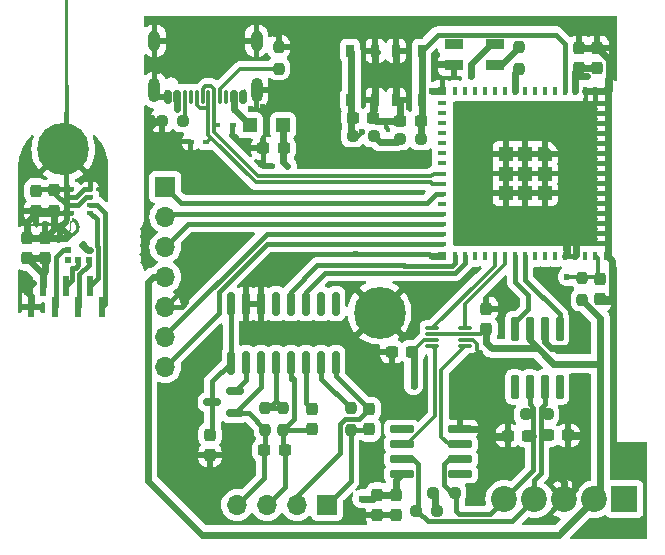
<source format=gbr>
%TF.GenerationSoftware,KiCad,Pcbnew,8.0.5*%
%TF.CreationDate,2024-09-28T10:16:10+02:00*%
%TF.ProjectId,Slave,536c6176-652e-46b6-9963-61645f706362,rev?*%
%TF.SameCoordinates,Original*%
%TF.FileFunction,Copper,L1,Top*%
%TF.FilePolarity,Positive*%
%FSLAX46Y46*%
G04 Gerber Fmt 4.6, Leading zero omitted, Abs format (unit mm)*
G04 Created by KiCad (PCBNEW 8.0.5) date 2024-09-28 10:16:10*
%MOMM*%
%LPD*%
G01*
G04 APERTURE LIST*
G04 Aperture macros list*
%AMRoundRect*
0 Rectangle with rounded corners*
0 $1 Rounding radius*
0 $2 $3 $4 $5 $6 $7 $8 $9 X,Y pos of 4 corners*
0 Add a 4 corners polygon primitive as box body*
4,1,4,$2,$3,$4,$5,$6,$7,$8,$9,$2,$3,0*
0 Add four circle primitives for the rounded corners*
1,1,$1+$1,$2,$3*
1,1,$1+$1,$4,$5*
1,1,$1+$1,$6,$7*
1,1,$1+$1,$8,$9*
0 Add four rect primitives between the rounded corners*
20,1,$1+$1,$2,$3,$4,$5,0*
20,1,$1+$1,$4,$5,$6,$7,0*
20,1,$1+$1,$6,$7,$8,$9,0*
20,1,$1+$1,$8,$9,$2,$3,0*%
%AMOutline5P*
0 Free polygon, 5 corners , with rotation*
0 The origin of the aperture is its center*
0 number of corners: always 5*
0 $1 to $10 corner X, Y*
0 $11 Rotation angle, in degrees counterclockwise*
0 create outline with 5 corners*
4,1,5,$1,$2,$3,$4,$5,$6,$7,$8,$9,$10,$1,$2,$11*%
%AMOutline6P*
0 Free polygon, 6 corners , with rotation*
0 The origin of the aperture is its center*
0 number of corners: always 6*
0 $1 to $12 corner X, Y*
0 $13 Rotation angle, in degrees counterclockwise*
0 create outline with 6 corners*
4,1,6,$1,$2,$3,$4,$5,$6,$7,$8,$9,$10,$11,$12,$1,$2,$13*%
%AMOutline7P*
0 Free polygon, 7 corners , with rotation*
0 The origin of the aperture is its center*
0 number of corners: always 7*
0 $1 to $14 corner X, Y*
0 $15 Rotation angle, in degrees counterclockwise*
0 create outline with 7 corners*
4,1,7,$1,$2,$3,$4,$5,$6,$7,$8,$9,$10,$11,$12,$13,$14,$1,$2,$15*%
%AMOutline8P*
0 Free polygon, 8 corners , with rotation*
0 The origin of the aperture is its center*
0 number of corners: always 8*
0 $1 to $16 corner X, Y*
0 $17 Rotation angle, in degrees counterclockwise*
0 create outline with 8 corners*
4,1,8,$1,$2,$3,$4,$5,$6,$7,$8,$9,$10,$11,$12,$13,$14,$15,$16,$1,$2,$17*%
%AMFreePoly0*
4,1,53,0.180798,1.454629,0.352531,1.394537,0.506585,1.297738,0.635238,1.169085,0.732037,1.015031,0.792129,0.843298,0.812500,0.662500,0.792129,0.481702,0.732037,0.309969,0.635238,0.155915,0.506585,0.027262,0.352531,-0.069537,0.180798,-0.129629,0.000000,-0.150000,-0.180798,-0.129629,-0.352531,-0.069537,-0.506585,0.027262,-0.635238,0.155915,-0.732037,0.309969,-0.792129,0.481702,
-0.812500,0.662500,-0.517770,0.662500,-0.496797,0.516627,-0.435576,0.382572,-0.339067,0.271196,-0.215089,0.191520,-0.073686,0.150000,0.073686,0.150000,0.215089,0.191520,0.339067,0.271196,0.435576,0.382572,0.496797,0.516627,0.517770,0.662500,0.496797,0.808373,0.435576,0.942428,0.339067,1.053804,0.215089,1.133480,0.073686,1.175000,-0.073686,1.175000,-0.215089,1.133480,
-0.339067,1.053804,-0.435576,0.942428,-0.496797,0.808373,-0.517770,0.662500,-0.812500,0.662500,-0.792129,0.843298,-0.732037,1.015031,-0.635238,1.169085,-0.506585,1.297738,-0.352531,1.394537,-0.180798,1.454629,0.000000,1.475000,0.180798,1.454629,0.180798,1.454629,$1*%
G04 Aperture macros list end*
%TA.AperFunction,ComponentPad*%
%ADD10R,1.700000X1.700000*%
%TD*%
%TA.AperFunction,ComponentPad*%
%ADD11O,1.700000X1.700000*%
%TD*%
%TA.AperFunction,SMDPad,CuDef*%
%ADD12RoundRect,0.237500X-0.300000X-0.237500X0.300000X-0.237500X0.300000X0.237500X-0.300000X0.237500X0*%
%TD*%
%TA.AperFunction,SMDPad,CuDef*%
%ADD13RoundRect,0.237500X-0.237500X0.300000X-0.237500X-0.300000X0.237500X-0.300000X0.237500X0.300000X0*%
%TD*%
%TA.AperFunction,SMDPad,CuDef*%
%ADD14RoundRect,0.237500X0.300000X0.237500X-0.300000X0.237500X-0.300000X-0.237500X0.300000X-0.237500X0*%
%TD*%
%TA.AperFunction,SMDPad,CuDef*%
%ADD15RoundRect,0.237500X0.237500X-0.250000X0.237500X0.250000X-0.237500X0.250000X-0.237500X-0.250000X0*%
%TD*%
%TA.AperFunction,SMDPad,CuDef*%
%ADD16RoundRect,0.150000X0.150000X0.425000X-0.150000X0.425000X-0.150000X-0.425000X0.150000X-0.425000X0*%
%TD*%
%TA.AperFunction,SMDPad,CuDef*%
%ADD17RoundRect,0.075000X0.075000X0.500000X-0.075000X0.500000X-0.075000X-0.500000X0.075000X-0.500000X0*%
%TD*%
%TA.AperFunction,ComponentPad*%
%ADD18O,1.000000X2.100000*%
%TD*%
%TA.AperFunction,ComponentPad*%
%ADD19O,1.000000X1.800000*%
%TD*%
%TA.AperFunction,SMDPad,CuDef*%
%ADD20RoundRect,0.150000X0.587500X0.150000X-0.587500X0.150000X-0.587500X-0.150000X0.587500X-0.150000X0*%
%TD*%
%TA.AperFunction,SMDPad,CuDef*%
%ADD21RoundRect,0.033750X0.526250X0.101250X-0.526250X0.101250X-0.526250X-0.101250X0.526250X-0.101250X0*%
%TD*%
%TA.AperFunction,ComponentPad*%
%ADD22R,2.200000X2.200000*%
%TD*%
%TA.AperFunction,ComponentPad*%
%ADD23C,2.200000*%
%TD*%
%TA.AperFunction,SMDPad,CuDef*%
%ADD24RoundRect,0.237500X0.250000X0.237500X-0.250000X0.237500X-0.250000X-0.237500X0.250000X-0.237500X0*%
%TD*%
%TA.AperFunction,SMDPad,CuDef*%
%ADD25R,0.600000X0.522000*%
%TD*%
%TA.AperFunction,SMDPad,CuDef*%
%ADD26FreePoly0,270.000000*%
%TD*%
%TA.AperFunction,SMDPad,CuDef*%
%ADD27RoundRect,0.237500X-0.250000X-0.237500X0.250000X-0.237500X0.250000X0.237500X-0.250000X0.237500X0*%
%TD*%
%TA.AperFunction,SMDPad,CuDef*%
%ADD28R,0.500000X0.350000*%
%TD*%
%TA.AperFunction,SMDPad,CuDef*%
%ADD29R,0.600000X1.750000*%
%TD*%
%TA.AperFunction,SMDPad,CuDef*%
%ADD30RoundRect,0.075000X0.910000X0.225000X-0.910000X0.225000X-0.910000X-0.225000X0.910000X-0.225000X0*%
%TD*%
%TA.AperFunction,SMDPad,CuDef*%
%ADD31R,0.650000X1.050000*%
%TD*%
%TA.AperFunction,SMDPad,CuDef*%
%ADD32RoundRect,0.150000X0.150000X-0.850000X0.150000X0.850000X-0.150000X0.850000X-0.150000X-0.850000X0*%
%TD*%
%TA.AperFunction,SMDPad,CuDef*%
%ADD33R,0.400000X0.800000*%
%TD*%
%TA.AperFunction,SMDPad,CuDef*%
%ADD34R,0.800000X0.400000*%
%TD*%
%TA.AperFunction,SMDPad,CuDef*%
%ADD35Outline5P,-0.600000X0.204000X-0.204000X0.600000X0.600000X0.600000X0.600000X-0.600000X-0.600000X-0.600000X270.000000*%
%TD*%
%TA.AperFunction,SMDPad,CuDef*%
%ADD36R,1.200000X1.200000*%
%TD*%
%TA.AperFunction,SMDPad,CuDef*%
%ADD37R,0.800000X0.800000*%
%TD*%
%TA.AperFunction,ComponentPad*%
%ADD38C,0.700000*%
%TD*%
%TA.AperFunction,ComponentPad*%
%ADD39C,4.400000*%
%TD*%
%TA.AperFunction,SMDPad,CuDef*%
%ADD40RoundRect,0.075000X-0.225000X0.910000X-0.225000X-0.910000X0.225000X-0.910000X0.225000X0.910000X0*%
%TD*%
%TA.AperFunction,SMDPad,CuDef*%
%ADD41RoundRect,0.237500X0.237500X-0.300000X0.237500X0.300000X-0.237500X0.300000X-0.237500X-0.300000X0*%
%TD*%
%TA.AperFunction,SMDPad,CuDef*%
%ADD42R,0.480000X0.400000*%
%TD*%
%TA.AperFunction,SMDPad,CuDef*%
%ADD43R,1.600000X0.850000*%
%TD*%
%TA.AperFunction,ViaPad*%
%ADD44C,0.600000*%
%TD*%
%TA.AperFunction,Conductor*%
%ADD45C,0.600000*%
%TD*%
%TA.AperFunction,Conductor*%
%ADD46C,0.300000*%
%TD*%
%TA.AperFunction,Conductor*%
%ADD47C,0.400000*%
%TD*%
%TA.AperFunction,Conductor*%
%ADD48C,0.200000*%
%TD*%
G04 APERTURE END LIST*
D10*
%TO.P,J3,1,Pin_1*%
%TO.N,I2S_SD*%
X34798000Y-52324000D03*
D11*
%TO.P,J3,2,Pin_2*%
%TO.N,I2S_SCK*%
X34798000Y-54864000D03*
%TO.P,J3,3,Pin_3*%
%TO.N,I2S_WS*%
X34798000Y-57404000D03*
%TO.P,J3,4,Pin_4*%
%TO.N,ESP_3V3*%
X34798000Y-59944000D03*
%TO.P,J3,5,Pin_5*%
%TO.N,GND_OUT*%
X34798000Y-62484000D03*
%TO.P,J3,6,Pin_6*%
%TO.N,I2C_SDA*%
X34798000Y-65024000D03*
%TO.P,J3,7,Pin_7*%
%TO.N,I2C_SCK*%
X34798000Y-67564000D03*
%TD*%
D12*
%TO.P,C17,1*%
%TO.N,CAN+*%
X67163500Y-73365500D03*
%TO.P,C17,2*%
%TO.N,GND_OUT*%
X68888500Y-73365500D03*
%TD*%
D13*
%TO.P,C1,1*%
%TO.N,GND_OUT*%
X61976000Y-62637500D03*
%TO.P,C1,2*%
%TO.N,ESP_3V3*%
X61976000Y-64362500D03*
%TD*%
%TO.P,C15,1*%
%TO.N,Net-(J4-Pin_2)*%
X52070000Y-71135000D03*
%TO.P,C15,2*%
%TO.N,Net-(J4-Pin_1)*%
X52070000Y-72860000D03*
%TD*%
D14*
%TO.P,C3,1*%
%TO.N,GPIO0*%
X56412500Y-46736000D03*
%TO.P,C3,2*%
%TO.N,GND_OUT*%
X54687500Y-46736000D03*
%TD*%
D13*
%TO.P,C19,1*%
%TO.N,VCC_5V*%
X52762000Y-78385500D03*
%TO.P,C19,2*%
%TO.N,GND_OUT*%
X52762000Y-80110500D03*
%TD*%
D15*
%TO.P,R6,1*%
%TO.N,Net-(J1-CC1)*%
X44390000Y-42312500D03*
%TO.P,R6,2*%
%TO.N,GND_OUT*%
X44390000Y-40487500D03*
%TD*%
D13*
%TO.P,C6,1*%
%TO.N,GND_OUT*%
X23114000Y-56649600D03*
%TO.P,C6,2*%
%TO.N,ESP_3V3*%
X23114000Y-58374600D03*
%TD*%
D16*
%TO.P,J1,A1,GND*%
%TO.N,GND_OUT*%
X41402000Y-44704000D03*
%TO.P,J1,A4,VBUS*%
%TO.N,Net-(D2-A)*%
X40602000Y-44704000D03*
D17*
%TO.P,J1,A5,CC1*%
%TO.N,Net-(J1-CC1)*%
X39452000Y-44704000D03*
%TO.P,J1,A6,D+*%
%TO.N,D+*%
X38452000Y-44704000D03*
%TO.P,J1,A7,D-*%
%TO.N,D-*%
X37952000Y-44704000D03*
%TO.P,J1,A8,SBU1*%
%TO.N,unconnected-(J1-SBU1-PadA8)*%
X36952000Y-44704000D03*
D16*
%TO.P,J1,A9,VBUS*%
%TO.N,Net-(D2-A)*%
X35802000Y-44704000D03*
%TO.P,J1,A12,GND*%
%TO.N,GND_OUT*%
X35002000Y-44704000D03*
%TO.P,J1,B1,GND*%
X35002000Y-44704000D03*
%TO.P,J1,B4,VBUS*%
%TO.N,Net-(D2-A)*%
X35802000Y-44704000D03*
D17*
%TO.P,J1,B5,CC2*%
%TO.N,Net-(J1-CC2)*%
X36452000Y-44704000D03*
%TO.P,J1,B6,D+*%
%TO.N,D+*%
X37452000Y-44704000D03*
%TO.P,J1,B7,D-*%
%TO.N,D-*%
X38952000Y-44704000D03*
%TO.P,J1,B8,SBU2*%
%TO.N,unconnected-(J1-SBU2-PadB8)*%
X39952000Y-44704000D03*
D16*
%TO.P,J1,B9,VBUS*%
%TO.N,Net-(D2-A)*%
X40602000Y-44704000D03*
%TO.P,J1,B12,GND*%
%TO.N,GND_OUT*%
X41402000Y-44704000D03*
D18*
%TO.P,J1,S1,SHIELD*%
X42522000Y-44129000D03*
D19*
X42522000Y-39949000D03*
D18*
X33882000Y-44129000D03*
D19*
X33882000Y-39949000D03*
%TD*%
D12*
%TO.P,C4,1*%
%TO.N,CHIP_PU*%
X50699500Y-46482000D03*
%TO.P,C4,2*%
%TO.N,GND_OUT*%
X52424500Y-46482000D03*
%TD*%
D13*
%TO.P,C8,1*%
%TO.N,ESP_3V3*%
X23838000Y-52645500D03*
%TO.P,C8,2*%
%TO.N,GND_OUT*%
X23838000Y-54370500D03*
%TD*%
D20*
%TO.P,Q2,1,C*%
%TO.N,Net-(J4-Pin_4)*%
X40662500Y-71512000D03*
%TO.P,Q2,2,B*%
%TO.N,Net-(Q2-B)*%
X40662500Y-69612000D03*
%TO.P,Q2,3,E*%
%TO.N,Net-(Q2-E)*%
X38787500Y-70562000D03*
%TD*%
D21*
%TO.P,U2,1,SDA_B*%
%TO.N,I2C_SDA_LINE*%
X60206000Y-65774000D03*
%TO.P,U2,2,GND*%
%TO.N,GND_OUT*%
X60206000Y-65274000D03*
%TO.P,U2,3,VCCA*%
%TO.N,ESP_3V3*%
X60206000Y-64774000D03*
%TO.P,U2,4,SDA_A*%
%TO.N,SDA_ESP*%
X60206000Y-64274000D03*
%TO.P,U2,5,SCL_A*%
%TO.N,SCL_ESP*%
X57396000Y-64274000D03*
%TO.P,U2,6,OE*%
%TO.N,ESP_3V3*%
X57396000Y-64774000D03*
%TO.P,U2,7,VCCB*%
%TO.N,VCC_5V*%
X57396000Y-65274000D03*
%TO.P,U2,8,SCL_B*%
%TO.N,I2C_SCL_LINE*%
X57396000Y-65774000D03*
%TD*%
D22*
%TO.P,J2,1,Pin_1*%
%TO.N,VCC_5V*%
X73660000Y-78770000D03*
D23*
%TO.P,J2,2,Pin_2*%
%TO.N,ESP_3V3*%
X71120000Y-78770000D03*
%TO.P,J2,3,Pin_3*%
%TO.N,GND_OUT*%
X68580000Y-78770000D03*
%TO.P,J2,4,Pin_4*%
%TO.N,CAN+*%
X66040000Y-78770000D03*
%TO.P,J2,5,Pin_5*%
%TO.N,CAN-*%
X63500000Y-78770000D03*
%TD*%
D24*
%TO.P,R12,1*%
%TO.N,CAN+*%
X67160500Y-71587500D03*
%TO.P,R12,2*%
%TO.N,CAN-*%
X65335500Y-71587500D03*
%TD*%
D13*
%TO.P,C18,1*%
%TO.N,VCC_5V*%
X54356000Y-78385500D03*
%TO.P,C18,2*%
%TO.N,GND_OUT*%
X54356000Y-80110500D03*
%TD*%
D10*
%TO.P,J4,1,Pin_1*%
%TO.N,Net-(J4-Pin_1)*%
X48504000Y-79248000D03*
D11*
%TO.P,J4,2,Pin_2*%
%TO.N,Net-(J4-Pin_2)*%
X45964000Y-79248000D03*
%TO.P,J4,3,Pin_3*%
%TO.N,Net-(J4-Pin_3)*%
X43424000Y-79248000D03*
%TO.P,J4,4,Pin_4*%
%TO.N,Net-(J4-Pin_4)*%
X40884000Y-79248000D03*
%TD*%
D25*
%TO.P,MK1,1,WS*%
%TO.N,I2S_WS*%
X28332000Y-58514000D03*
%TO.P,MK1,2,LR*%
%TO.N,GND_OUT*%
X28332000Y-57692000D03*
D26*
%TO.P,MK1,3,GND*%
X26769500Y-56440000D03*
D25*
%TO.P,MK1,4,SCK*%
%TO.N,I2S_SCK*%
X26532000Y-57692000D03*
%TO.P,MK1,5,VDD*%
%TO.N,ESP_3V3*%
X26532000Y-58514000D03*
%TO.P,MK1,6,SD*%
%TO.N,I2S_SD*%
X27432000Y-58514000D03*
%TD*%
D27*
%TO.P,R17,1*%
%TO.N,CAN+*%
X55983500Y-79756000D03*
%TO.P,R17,2*%
%TO.N,VCC_5V*%
X57808500Y-79756000D03*
%TD*%
D28*
%TO.P,U3,1,GND*%
%TO.N,GND_OUT*%
X28448000Y-52548000D03*
%TO.P,U3,2,CSB*%
%TO.N,ESP_3V3*%
X28448000Y-53198000D03*
%TO.P,U3,3,SDI*%
%TO.N,I2C_SDA*%
X28448000Y-53848000D03*
%TO.P,U3,4,SCK*%
%TO.N,I2C_SCK*%
X28448000Y-54498000D03*
%TO.P,U3,5,SDO*%
%TO.N,GND_OUT*%
X26848000Y-54498000D03*
%TO.P,U3,6,VDDIO*%
%TO.N,ESP_3V3*%
X26848000Y-53848000D03*
%TO.P,U3,7,GND*%
%TO.N,GND_OUT*%
X26848000Y-53198000D03*
%TO.P,U3,8,VDD*%
%TO.N,ESP_3V3*%
X26848000Y-52548000D03*
%TD*%
D29*
%TO.P,J5,1,Pin_1*%
%TO.N,GND_OUT*%
X23432000Y-62484000D03*
%TO.P,J5,2,Pin_2*%
%TO.N,ESP_3V3*%
X24432000Y-60734000D03*
%TO.P,J5,3,Pin_3*%
%TO.N,I2S_SCK*%
X25432000Y-62484000D03*
%TO.P,J5,4,Pin_4*%
%TO.N,I2S_SD*%
X26432000Y-60734000D03*
%TO.P,J5,5,Pin_5*%
%TO.N,I2S_WS*%
X27432000Y-62484000D03*
%TO.P,J5,6,Pin_6*%
%TO.N,I2C_SCK*%
X28432000Y-60734000D03*
%TO.P,J5,7,Pin_7*%
%TO.N,I2C_SDA*%
X29432000Y-62484000D03*
%TD*%
D14*
%TO.P,C16,1*%
%TO.N,CAN-*%
X65522500Y-73400000D03*
%TO.P,C16,2*%
%TO.N,GND_OUT*%
X63797500Y-73400000D03*
%TD*%
D30*
%TO.P,U4,1*%
%TO.N,N/C*%
X59765000Y-76635000D03*
%TO.P,U4,2,LX*%
%TO.N,CAN-*%
X59765000Y-75365000D03*
%TO.P,U4,3,SX*%
%TO.N,I2C_SDA_LINE*%
X59765000Y-74095000D03*
%TO.P,U4,4,GND*%
%TO.N,GND_OUT*%
X59765000Y-72825000D03*
%TO.P,U4,5*%
%TO.N,N/C*%
X54825000Y-72825000D03*
%TO.P,U4,6,SY*%
%TO.N,I2C_SCL_LINE*%
X54825000Y-74095000D03*
%TO.P,U4,7,LY*%
%TO.N,CAN+*%
X54825000Y-75365000D03*
%TO.P,U4,8,VCC*%
%TO.N,VCC_5V*%
X54825000Y-76635000D03*
%TD*%
D24*
%TO.P,R7,1*%
%TO.N,Net-(J1-CC2)*%
X36332500Y-46736000D03*
%TO.P,R7,2*%
%TO.N,GND_OUT*%
X34507500Y-46736000D03*
%TD*%
D31*
%TO.P,SW1,1*%
%TO.N,GND_OUT*%
X54356000Y-44958000D03*
%TO.P,SW1,2*%
X54356000Y-40808000D03*
%TO.P,SW1,3*%
%TO.N,GPIO0*%
X56506000Y-44958000D03*
%TO.P,SW1,4*%
X56506000Y-40808000D03*
%TD*%
D32*
%TO.P,U5,1,VSUP*%
%TO.N,Net-(Q2-E)*%
X40360000Y-67220000D03*
%TO.P,U5,2,BASE*%
%TO.N,Net-(Q2-B)*%
X41630000Y-67220000D03*
%TO.P,U5,3,AVDD*%
%TO.N,Net-(J4-Pin_4)*%
X42900000Y-67220000D03*
%TO.P,U5,4,VFB*%
%TO.N,Net-(U5-VFB)*%
X44170000Y-67220000D03*
%TO.P,U5,5,AGND*%
%TO.N,Net-(J4-Pin_3)*%
X45440000Y-67220000D03*
%TO.P,U5,6,VBG*%
%TO.N,Net-(U5-VBG)*%
X46710000Y-67220000D03*
%TO.P,U5,7,INA-*%
%TO.N,Net-(U5-INA-)*%
X47980000Y-67220000D03*
%TO.P,U5,8,INA+*%
%TO.N,Net-(J4-Pin_2)*%
X49250000Y-67220000D03*
%TO.P,U5,9,INB-*%
%TO.N,unconnected-(U5-INB--Pad9)*%
X49250000Y-62220000D03*
%TO.P,U5,10,INB+*%
%TO.N,unconnected-(U5-INB+-Pad10)*%
X47980000Y-62220000D03*
%TO.P,U5,11,PD_SCK*%
%TO.N,HX711_SCK*%
X46710000Y-62220000D03*
%TO.P,U5,12,DOUT*%
%TO.N,HX711_DO*%
X45440000Y-62220000D03*
%TO.P,U5,13,XO*%
%TO.N,unconnected-(U5-XO-Pad13)*%
X44170000Y-62220000D03*
%TO.P,U5,14,XI*%
%TO.N,GND_OUT*%
X42900000Y-62220000D03*
%TO.P,U5,15,RATE*%
X41630000Y-62220000D03*
%TO.P,U5,16,DVDD*%
%TO.N,Net-(Q2-E)*%
X40360000Y-62220000D03*
%TD*%
D33*
%TO.P,U1,1,GND*%
%TO.N,GND_OUT*%
X71218000Y-44196000D03*
%TO.P,U1,2,GND*%
X70368000Y-44196000D03*
%TO.P,U1,3,3V3*%
%TO.N,ESP_3V3*%
X69518000Y-44196000D03*
%TO.P,U1,4,IO0*%
%TO.N,GPIO0*%
X68668000Y-44196000D03*
%TO.P,U1,5,IO1*%
%TO.N,unconnected-(U1-IO1-Pad5)*%
X67818000Y-44196000D03*
%TO.P,U1,6,IO2*%
%TO.N,unconnected-(U1-IO2-Pad6)*%
X66968000Y-44196000D03*
%TO.P,U1,7,IO3*%
%TO.N,unconnected-(U1-IO3-Pad7)*%
X66118000Y-44196000D03*
%TO.P,U1,8,IO4*%
%TO.N,unconnected-(U1-IO4-Pad8)*%
X65268000Y-44196000D03*
%TO.P,U1,9,IO5*%
%TO.N,RGB*%
X64418000Y-44196000D03*
%TO.P,U1,10,IO6*%
%TO.N,unconnected-(U1-IO6-Pad10)*%
X63568000Y-44196000D03*
%TO.P,U1,11,IO7*%
%TO.N,unconnected-(U1-IO7-Pad11)*%
X62718000Y-44196000D03*
%TO.P,U1,12,IO8*%
%TO.N,unconnected-(U1-IO8-Pad12)*%
X61868000Y-44196000D03*
%TO.P,U1,13,IO9*%
%TO.N,unconnected-(U1-IO9-Pad13)*%
X61018000Y-44196000D03*
%TO.P,U1,14,IO10*%
%TO.N,unconnected-(U1-IO10-Pad14)*%
X60168000Y-44196000D03*
%TO.P,U1,15,IO11*%
%TO.N,unconnected-(U1-IO11-Pad15)*%
X59318000Y-44196000D03*
D34*
%TO.P,U1,16,IO12*%
%TO.N,unconnected-(U1-IO12-Pad16)*%
X58268000Y-45246000D03*
%TO.P,U1,17,IO13*%
%TO.N,unconnected-(U1-IO13-Pad17)*%
X58268000Y-46096000D03*
%TO.P,U1,18,IO14*%
%TO.N,unconnected-(U1-IO14-Pad18)*%
X58268000Y-46946000D03*
%TO.P,U1,19,IO15*%
%TO.N,unconnected-(U1-IO15-Pad19)*%
X58268000Y-47796000D03*
%TO.P,U1,20,IO16*%
%TO.N,unconnected-(U1-IO16-Pad20)*%
X58268000Y-48646000D03*
%TO.P,U1,21,IO17*%
%TO.N,unconnected-(U1-IO17-Pad21)*%
X58268000Y-49496000D03*
%TO.P,U1,22,IO18*%
%TO.N,unconnected-(U1-IO18-Pad22)*%
X58268000Y-50346000D03*
%TO.P,U1,23,IO19*%
%TO.N,D-*%
X58268000Y-51196000D03*
%TO.P,U1,24,IO20*%
%TO.N,D+*%
X58268000Y-52046000D03*
%TO.P,U1,25,IO21*%
%TO.N,I2S_SD*%
X58268000Y-52896000D03*
%TO.P,U1,26,IO26*%
%TO.N,unconnected-(U1-IO26-Pad26)*%
X58268000Y-53746000D03*
%TO.P,U1,27,IO47*%
%TO.N,I2S_SCK*%
X58268000Y-54596000D03*
%TO.P,U1,28,IO33*%
%TO.N,I2S_WS*%
X58268000Y-55446000D03*
%TO.P,U1,29,IO34*%
%TO.N,I2C_SDA*%
X58268000Y-56296000D03*
%TO.P,U1,30,IO48*%
%TO.N,I2C_SCK*%
X58268000Y-57146000D03*
D33*
%TO.P,U1,31,IO35*%
%TO.N,HX711_DO*%
X59318000Y-58196000D03*
%TO.P,U1,32,IO36*%
%TO.N,HX711_SCK*%
X60168000Y-58196000D03*
%TO.P,U1,33,IO37*%
%TO.N,unconnected-(U1-IO37-Pad33)*%
X61018000Y-58196000D03*
%TO.P,U1,34,IO38*%
%TO.N,unconnected-(U1-IO38-Pad34)*%
X61868000Y-58196000D03*
%TO.P,U1,35,IO39*%
%TO.N,SCL_ESP*%
X62718000Y-58196000D03*
%TO.P,U1,36,IO40*%
%TO.N,SDA_ESP*%
X63568000Y-58196000D03*
%TO.P,U1,37,IO41*%
%TO.N,RX_CAN*%
X64418000Y-58196000D03*
%TO.P,U1,38,IO42*%
%TO.N,TX_CAN*%
X65268000Y-58196000D03*
%TO.P,U1,39,TXD0*%
%TO.N,unconnected-(U1-TXD0-Pad39)*%
X66118000Y-58196000D03*
%TO.P,U1,40,RXD0*%
%TO.N,unconnected-(U1-RXD0-Pad40)*%
X66968000Y-58196000D03*
%TO.P,U1,41,IO45*%
%TO.N,unconnected-(U1-IO45-Pad41)*%
X67818000Y-58196000D03*
%TO.P,U1,42,GND*%
%TO.N,GND_OUT*%
X68668000Y-58196000D03*
%TO.P,U1,43,GND*%
X69518000Y-58196000D03*
%TO.P,U1,44,IO46*%
%TO.N,unconnected-(U1-IO46-Pad44)*%
X70368000Y-58196000D03*
%TO.P,U1,45,EN*%
%TO.N,CHIP_PU*%
X71218000Y-58196000D03*
D34*
%TO.P,U1,46,GND*%
%TO.N,GND_OUT*%
X72268000Y-57146000D03*
%TO.P,U1,47,GND*%
X72268000Y-56296000D03*
%TO.P,U1,48,GND*%
X72268000Y-55446000D03*
%TO.P,U1,49,GND*%
X72268000Y-54596000D03*
%TO.P,U1,50,GND*%
X72268000Y-53746000D03*
%TO.P,U1,51,GND*%
X72268000Y-52896000D03*
%TO.P,U1,52,GND*%
X72268000Y-52046000D03*
%TO.P,U1,53,GND*%
X72268000Y-51196000D03*
%TO.P,U1,54,GND*%
X72268000Y-50346000D03*
%TO.P,U1,55,GND*%
X72268000Y-49496000D03*
%TO.P,U1,56,GND*%
X72268000Y-48646000D03*
%TO.P,U1,57,GND*%
X72268000Y-47796000D03*
%TO.P,U1,58,GND*%
X72268000Y-46946000D03*
%TO.P,U1,59,GND*%
X72268000Y-46096000D03*
%TO.P,U1,60,GND*%
X72268000Y-45246000D03*
D35*
%TO.P,U1,61,GND*%
X66918000Y-49546000D03*
D36*
X65268000Y-49546000D03*
X63618000Y-49546000D03*
X66918000Y-51196000D03*
X65268000Y-51196000D03*
X63618000Y-51196000D03*
X66918000Y-52846000D03*
X65268000Y-52846000D03*
X63618000Y-52846000D03*
D37*
%TO.P,U1,62,GND*%
X72268000Y-44196000D03*
%TO.P,U1,63,GND*%
X58268000Y-44196000D03*
%TO.P,U1,64,GND*%
X58268000Y-58196000D03*
%TO.P,U1,65,GND*%
X72268000Y-58196000D03*
%TD*%
D13*
%TO.P,C14,1*%
%TO.N,Net-(U5-VBG)*%
X47244000Y-71127500D03*
%TO.P,C14,2*%
%TO.N,Net-(J4-Pin_3)*%
X47244000Y-72852500D03*
%TD*%
D14*
%TO.P,C2,1*%
%TO.N,VCC_5V*%
X44822500Y-49060000D03*
%TO.P,C2,2*%
%TO.N,GND_OUT*%
X43097500Y-49060000D03*
%TD*%
D15*
%TO.P,R11,1*%
%TO.N,ESP_3V3*%
X70104000Y-61872500D03*
%TO.P,R11,2*%
%TO.N,CHIP_PU*%
X70104000Y-60047500D03*
%TD*%
%TO.P,R8,1*%
%TO.N,RGB*%
X64770000Y-42314500D03*
%TO.P,R8,2*%
%TO.N,Net-(D5-DIN)*%
X64770000Y-40489500D03*
%TD*%
D12*
%TO.P,C13,1*%
%TO.N,Net-(J4-Pin_4)*%
X43180500Y-74626000D03*
%TO.P,C13,2*%
%TO.N,Net-(J4-Pin_3)*%
X44905500Y-74626000D03*
%TD*%
D38*
%TO.P,H2,1,1*%
%TO.N,GND_OUT*%
X24512000Y-49149000D03*
X24995274Y-47982274D03*
X24995274Y-50315726D03*
X26162000Y-47499000D03*
D39*
X26162000Y-49149000D03*
D38*
X26162000Y-50799000D03*
X27328726Y-47982274D03*
X27328726Y-50315726D03*
X27812000Y-49149000D03*
%TD*%
D40*
%TO.P,U6,1,D*%
%TO.N,TX_CAN*%
X68199000Y-64332000D03*
%TO.P,U6,2,GND*%
%TO.N,GND_OUT*%
X66929000Y-64332000D03*
%TO.P,U6,3,VCC*%
%TO.N,ESP_3V3*%
X65659000Y-64332000D03*
%TO.P,U6,4,R*%
%TO.N,RX_CAN*%
X64389000Y-64332000D03*
%TO.P,U6,5,VREF*%
%TO.N,unconnected-(U6-VREF-Pad5)*%
X64389000Y-69272000D03*
%TO.P,U6,6,CANL*%
%TO.N,CAN-*%
X65659000Y-69272000D03*
%TO.P,U6,7,CANH*%
%TO.N,CAN+*%
X66929000Y-69272000D03*
%TO.P,U6,8,RS*%
%TO.N,unconnected-(U6-RS-Pad8)*%
X68199000Y-69272000D03*
%TD*%
D36*
%TO.P,D2,1,K*%
%TO.N,VCC_5V*%
X44770000Y-47130000D03*
%TO.P,D2,2,A*%
%TO.N,Net-(D2-A)*%
X41970000Y-47130000D03*
%TD*%
D41*
%TO.P,C9,1*%
%TO.N,ESP_3V3*%
X71374000Y-42264500D03*
%TO.P,C9,2*%
%TO.N,GND_OUT*%
X71374000Y-40539500D03*
%TD*%
D42*
%TO.P,D3,1*%
%TO.N,GND_OUT*%
X40497500Y-47120000D03*
%TO.P,D3,2*%
%TO.N,D-*%
X39177500Y-47120000D03*
%TD*%
D15*
%TO.P,R15,1*%
%TO.N,Net-(J4-Pin_1)*%
X50502000Y-72910000D03*
%TO.P,R15,2*%
%TO.N,Net-(U5-INA-)*%
X50502000Y-71085000D03*
%TD*%
%TO.P,R13,1*%
%TO.N,Net-(J4-Pin_4)*%
X43281000Y-72895000D03*
%TO.P,R13,2*%
%TO.N,Net-(U5-VFB)*%
X43281000Y-71070000D03*
%TD*%
D13*
%TO.P,C5,1*%
%TO.N,GND_OUT*%
X24638000Y-56649600D03*
%TO.P,C5,2*%
%TO.N,ESP_3V3*%
X24638000Y-58374600D03*
%TD*%
D14*
%TO.P,C20,1*%
%TO.N,VCC_5V*%
X55726500Y-66294000D03*
%TO.P,C20,2*%
%TO.N,GND_OUT*%
X54001500Y-66294000D03*
%TD*%
D27*
%TO.P,R9,1*%
%TO.N,ESP_3V3*%
X54637500Y-48260000D03*
%TO.P,R9,2*%
%TO.N,GPIO0*%
X56462500Y-48260000D03*
%TD*%
D15*
%TO.P,R14,1*%
%TO.N,Net-(J4-Pin_3)*%
X44805000Y-72895000D03*
%TO.P,R14,2*%
%TO.N,Net-(U5-VFB)*%
X44805000Y-71070000D03*
%TD*%
D13*
%TO.P,C11,1*%
%TO.N,Net-(Q2-E)*%
X38582000Y-73295500D03*
%TO.P,C11,2*%
%TO.N,GND_OUT*%
X38582000Y-75020500D03*
%TD*%
D31*
%TO.P,SW2,1*%
%TO.N,GND_OUT*%
X52578000Y-40808000D03*
%TO.P,SW2,2*%
X52578000Y-44958000D03*
%TO.P,SW2,3*%
%TO.N,CHIP_PU*%
X50428000Y-40808000D03*
%TO.P,SW2,4*%
X50428000Y-44958000D03*
%TD*%
D43*
%TO.P,D5,1,DOUT*%
%TO.N,unconnected-(D5-DOUT-Pad1)*%
X59210000Y-40273000D03*
%TO.P,D5,2,VSS*%
%TO.N,GND_OUT*%
X59210000Y-42023000D03*
%TO.P,D5,3,DIN*%
%TO.N,Net-(D5-DIN)*%
X62710000Y-42023000D03*
%TO.P,D5,4,VDD*%
%TO.N,ESP_3V3*%
X62710000Y-40273000D03*
%TD*%
D13*
%TO.P,C7,1*%
%TO.N,ESP_3V3*%
X25400000Y-52604500D03*
%TO.P,C7,2*%
%TO.N,GND_OUT*%
X25400000Y-54329500D03*
%TD*%
D42*
%TO.P,D4,1*%
%TO.N,GND_OUT*%
X43800000Y-50530000D03*
%TO.P,D4,2*%
%TO.N,VCC_5V*%
X45120000Y-50530000D03*
%TD*%
D24*
%TO.P,R16,1*%
%TO.N,CAN-*%
X59290000Y-78232000D03*
%TO.P,R16,2*%
%TO.N,VCC_5V*%
X57465000Y-78232000D03*
%TD*%
D41*
%TO.P,C10,1*%
%TO.N,ESP_3V3*%
X69850000Y-42264500D03*
%TO.P,C10,2*%
%TO.N,GND_OUT*%
X69850000Y-40539500D03*
%TD*%
D38*
%TO.P,H1,1,1*%
%TO.N,GND_OUT*%
X51285274Y-62968274D03*
X51768548Y-61801548D03*
X51768548Y-64135000D03*
X52935274Y-61318274D03*
D39*
X52935274Y-62968274D03*
D38*
X52935274Y-64618274D03*
X54102000Y-61801548D03*
X54102000Y-64135000D03*
X54585274Y-62968274D03*
%TD*%
D24*
%TO.P,R10,1*%
%TO.N,ESP_3V3*%
X52474500Y-48006000D03*
%TO.P,R10,2*%
%TO.N,CHIP_PU*%
X50649500Y-48006000D03*
%TD*%
D13*
%TO.P,C12,1*%
%TO.N,CHIP_PU*%
X71628000Y-60097500D03*
%TO.P,C12,2*%
%TO.N,GND_OUT*%
X71628000Y-61822500D03*
%TD*%
D42*
%TO.P,D1,1*%
%TO.N,GND_OUT*%
X36940000Y-48514000D03*
%TO.P,D1,2*%
%TO.N,D+*%
X38260000Y-48514000D03*
%TD*%
D44*
%TO.N,VCC_5V*%
X44770000Y-49100000D03*
X57658000Y-79248000D03*
X44770000Y-48070000D03*
X55816500Y-69151500D03*
X51435000Y-78740000D03*
%TO.N,GND_OUT*%
X70104000Y-65786000D03*
X70231000Y-73406000D03*
X57404000Y-44196000D03*
X23114000Y-61214000D03*
X44196000Y-39370000D03*
X42037000Y-45720000D03*
X42926000Y-50419000D03*
X70231000Y-69469000D03*
X23114000Y-50546000D03*
X36576000Y-61468000D03*
X52070000Y-67818000D03*
X23622000Y-60452000D03*
X22860000Y-51308000D03*
X63500000Y-62103000D03*
X33655000Y-46482000D03*
X57658000Y-41910000D03*
X69596000Y-57150000D03*
X63627000Y-61341000D03*
X37465000Y-78232000D03*
X72644000Y-61976000D03*
X50927000Y-58039000D03*
X28956000Y-51308000D03*
X52959000Y-67945000D03*
X53848000Y-46736000D03*
X62865000Y-61341000D03*
X43053000Y-45593000D03*
X69469382Y-65959436D03*
X62611000Y-73533000D03*
X22644000Y-60452000D03*
X69469000Y-77216000D03*
X57404000Y-58166000D03*
X61468000Y-66421000D03*
X23622000Y-51308000D03*
X68834000Y-57150000D03*
X36576000Y-62103000D03*
X37318436Y-77221756D03*
X33528000Y-47244000D03*
X34163000Y-42545000D03*
X52451000Y-68580000D03*
X69977000Y-68834000D03*
X29464000Y-50800000D03*
X29210000Y-50292000D03*
X68326000Y-77089000D03*
%TO.N,CHIP_PU*%
X51487978Y-47713840D03*
X68834000Y-59944000D03*
%TO.N,ESP_3V3*%
X69538000Y-42940000D03*
X53594000Y-48514000D03*
X25400000Y-52832000D03*
X60706000Y-42926000D03*
X24638000Y-59182000D03*
X70500000Y-42940000D03*
X26543000Y-58547000D03*
%TO.N,Net-(D2-A)*%
X35802000Y-45593000D03*
X40663500Y-45823500D03*
%TD*%
D45*
%TO.N,VCC_5V*%
X44770000Y-50180000D02*
X45120000Y-50530000D01*
X55816500Y-69151500D02*
X55816500Y-66384000D01*
X57658000Y-78425000D02*
X57465000Y-78232000D01*
X51435000Y-78740000D02*
X52407500Y-78740000D01*
X57658000Y-79605500D02*
X57808500Y-79756000D01*
X44770000Y-48070000D02*
X44770000Y-50180000D01*
X54356000Y-77104000D02*
X54825000Y-76635000D01*
X57658000Y-79248000D02*
X57658000Y-78425000D01*
X52407500Y-78740000D02*
X52762000Y-78385500D01*
X57658000Y-79248000D02*
X57658000Y-79605500D01*
X44770000Y-47130000D02*
X44770000Y-48070000D01*
X55816500Y-66384000D02*
X55726500Y-66294000D01*
D46*
X55726500Y-66294000D02*
X55726500Y-66272360D01*
D45*
X52762000Y-78385500D02*
X54356000Y-78385500D01*
X54356000Y-78385500D02*
X54356000Y-77104000D01*
D46*
X56724860Y-65274000D02*
X57396000Y-65274000D01*
X55726500Y-66272360D02*
X56724860Y-65274000D01*
D45*
%TO.N,GND_OUT*%
X67432807Y-65959436D02*
X66929000Y-65455629D01*
D47*
X36576000Y-62103000D02*
X36195000Y-62484000D01*
D45*
X23114000Y-61214000D02*
X23114000Y-60960000D01*
X54687500Y-46736000D02*
X52678500Y-46736000D01*
X24638000Y-56649600D02*
X26422400Y-56649600D01*
X71374000Y-40539500D02*
X69850000Y-40539500D01*
X59097000Y-41910000D02*
X59210000Y-42023000D01*
D47*
X35814000Y-61468000D02*
X34798000Y-62484000D01*
X43097500Y-49060000D02*
X43097500Y-50247500D01*
D45*
X69469000Y-77216000D02*
X69469000Y-77881000D01*
X23114000Y-60960000D02*
X23622000Y-60452000D01*
X68580000Y-78770000D02*
X68580000Y-77343000D01*
D47*
X36576000Y-61468000D02*
X35814000Y-61468000D01*
D45*
X70368000Y-44196000D02*
X72268000Y-44196000D01*
X69596000Y-58118000D02*
X69518000Y-58196000D01*
D46*
X61214000Y-66167000D02*
X61468000Y-66421000D01*
D45*
X23114000Y-56649600D02*
X23114000Y-55295600D01*
D46*
X60877140Y-65274000D02*
X61214000Y-65610860D01*
D45*
X69469000Y-77881000D02*
X68580000Y-78770000D01*
X27853371Y-57150000D02*
X27763371Y-57240000D01*
D47*
X36195000Y-62484000D02*
X34798000Y-62484000D01*
D45*
X23432000Y-62484000D02*
X23432000Y-61532000D01*
X54356000Y-40808000D02*
X54356000Y-44958000D01*
X72349000Y-41514500D02*
X71374000Y-40539500D01*
X72644000Y-61976000D02*
X71781500Y-61976000D01*
X54687500Y-45289500D02*
X54356000Y-44958000D01*
X68834000Y-58030000D02*
X68668000Y-58196000D01*
X54687500Y-46736000D02*
X54687500Y-45289500D01*
D47*
X25432600Y-54498000D02*
X25400000Y-54530600D01*
D45*
X52424500Y-46482000D02*
X52424500Y-45111500D01*
X68929000Y-73406000D02*
X68888500Y-73365500D01*
X57404000Y-58166000D02*
X58238000Y-58166000D01*
X25400000Y-54530600D02*
X25400000Y-55887600D01*
X58268000Y-44196000D02*
X57404000Y-44196000D01*
X23114000Y-55295600D02*
X23838000Y-54571600D01*
X57658000Y-41910000D02*
X59097000Y-41910000D01*
X71781500Y-61976000D02*
X71628000Y-61822500D01*
D47*
X27233472Y-53198000D02*
X27883472Y-52548000D01*
D45*
X23838000Y-54571600D02*
X25359000Y-54571600D01*
X23432000Y-61532000D02*
X23114000Y-61214000D01*
X28332000Y-57692000D02*
X28215371Y-57692000D01*
X62611000Y-73533000D02*
X63664500Y-73533000D01*
X52424500Y-45111500D02*
X52578000Y-44958000D01*
X72644000Y-61976000D02*
X72644000Y-58572000D01*
X52678500Y-46736000D02*
X52424500Y-46482000D01*
X34507500Y-46736000D02*
X34036000Y-46736000D01*
X28332000Y-57692000D02*
X28414000Y-57692000D01*
X72268000Y-44196000D02*
X72268000Y-58196000D01*
X52726281Y-40940281D02*
X52637000Y-40851000D01*
X72644000Y-58572000D02*
X72268000Y-58196000D01*
D47*
X28448000Y-51816000D02*
X28956000Y-51308000D01*
D45*
X63664500Y-73533000D02*
X63797500Y-73400000D01*
D46*
X60206000Y-65274000D02*
X60877140Y-65274000D01*
D45*
X25400000Y-55887600D02*
X24638000Y-56649600D01*
X69930564Y-65959436D02*
X67432807Y-65959436D01*
D47*
X27883472Y-52548000D02*
X28448000Y-52548000D01*
D45*
X52578000Y-44958000D02*
X52578000Y-40808000D01*
D47*
X26848000Y-54498000D02*
X25432600Y-54498000D01*
X43097500Y-50247500D02*
X42926000Y-50419000D01*
D45*
X22644000Y-60744000D02*
X23114000Y-61214000D01*
X61903000Y-72825000D02*
X62611000Y-73533000D01*
D47*
X26848000Y-53198000D02*
X27233472Y-53198000D01*
D45*
X68580000Y-77343000D02*
X68326000Y-77089000D01*
X66929000Y-65455629D02*
X66929000Y-64332000D01*
X72268000Y-44196000D02*
X72349000Y-44115000D01*
X26422400Y-56649600D02*
X26632000Y-56440000D01*
X23622000Y-60452000D02*
X22644000Y-60452000D01*
X28215371Y-57692000D02*
X27763371Y-57240000D01*
X25359000Y-54571600D02*
X25400000Y-54530600D01*
X34036000Y-46736000D02*
X33528000Y-47244000D01*
X70104000Y-65786000D02*
X69930564Y-65959436D01*
X72349000Y-44115000D02*
X72349000Y-41514500D01*
D47*
X28448000Y-52548000D02*
X28448000Y-51816000D01*
D45*
X59765000Y-72825000D02*
X61903000Y-72825000D01*
X22644000Y-60452000D02*
X22644000Y-60744000D01*
X68834000Y-57150000D02*
X68834000Y-58030000D01*
D47*
X43800000Y-50530000D02*
X43037000Y-50530000D01*
D45*
X69596000Y-57150000D02*
X69596000Y-58118000D01*
X70231000Y-73406000D02*
X68929000Y-73406000D01*
X58238000Y-58166000D02*
X58268000Y-58196000D01*
D46*
X61214000Y-65610860D02*
X61214000Y-66167000D01*
D47*
X43037000Y-50530000D02*
X42926000Y-50419000D01*
D45*
X24638000Y-56649600D02*
X23114000Y-56649600D01*
D47*
%TO.N,GPIO0*%
X56506000Y-40808000D02*
X57866000Y-39448000D01*
D45*
X56506000Y-46388500D02*
X56412500Y-46482000D01*
X56462500Y-48260000D02*
X56462500Y-46532000D01*
X56506000Y-40808000D02*
X56506000Y-44958000D01*
D47*
X68668000Y-40220000D02*
X68668000Y-44196000D01*
D45*
X56462500Y-46532000D02*
X56412500Y-46482000D01*
X56506000Y-48216500D02*
X56462500Y-48260000D01*
X56506000Y-44958000D02*
X56506000Y-46388500D01*
D47*
X57866000Y-39448000D02*
X67896000Y-39448000D01*
X67896000Y-39448000D02*
X68668000Y-40220000D01*
D45*
%TO.N,CHIP_PU*%
X50699500Y-46482000D02*
X50546000Y-46482000D01*
D46*
X51195818Y-48006000D02*
X50649500Y-48006000D01*
X71460500Y-59930000D02*
X71578000Y-60047500D01*
D45*
X50649500Y-48006000D02*
X50546000Y-47902500D01*
X50546000Y-47902500D02*
X50546000Y-46482000D01*
D46*
X71400000Y-58378000D02*
X71218000Y-58196000D01*
D45*
X50546000Y-40926000D02*
X50428000Y-40808000D01*
X71578000Y-60047500D02*
X71628000Y-60097500D01*
D46*
X70221500Y-59930000D02*
X71460500Y-59930000D01*
X68834000Y-59944000D02*
X70000500Y-59944000D01*
D45*
X70000500Y-59944000D02*
X70104000Y-60047500D01*
X50546000Y-46482000D02*
X50546000Y-40926000D01*
D46*
X71628000Y-60097500D02*
X71400000Y-59869500D01*
X70104000Y-60047500D02*
X70221500Y-59930000D01*
X51487978Y-47713840D02*
X51195818Y-48006000D01*
X71400000Y-59869500D02*
X71400000Y-58378000D01*
D45*
%TO.N,ESP_3V3*%
X66338000Y-65995999D02*
X66338001Y-65995999D01*
X69850000Y-42264500D02*
X69518000Y-42596500D01*
X24638000Y-58374600D02*
X23114000Y-58374600D01*
X66338000Y-65995999D02*
X62435999Y-65995999D01*
X53594000Y-48514000D02*
X54383500Y-48514000D01*
X71628000Y-78262000D02*
X71120000Y-78770000D01*
X69518000Y-42596500D02*
X69518000Y-42960000D01*
D47*
X23935500Y-52548000D02*
X26848000Y-52548000D01*
D45*
X70510000Y-42940000D02*
X70530000Y-42920000D01*
D46*
X61976000Y-64362500D02*
X61564500Y-64774000D01*
D45*
X69538000Y-42940000D02*
X69518000Y-42960000D01*
D47*
X23838000Y-52645500D02*
X23935500Y-52548000D01*
D45*
X69518000Y-42960000D02*
X69518000Y-44196000D01*
D46*
X61564500Y-64774000D02*
X60206000Y-64774000D01*
D47*
X25400000Y-52805600D02*
X26442400Y-53848000D01*
X26848000Y-53848000D02*
X27432000Y-53848000D01*
D45*
X71374000Y-42264500D02*
X69850000Y-42264500D01*
D46*
X57396000Y-64774000D02*
X60206000Y-64774000D01*
D45*
X37884000Y-81788000D02*
X68102000Y-81788000D01*
X34798000Y-59944000D02*
X33782000Y-59944000D01*
D47*
X26442400Y-53848000D02*
X26848000Y-53848000D01*
D45*
X24638000Y-59182000D02*
X24638000Y-58374600D01*
X52982500Y-48514000D02*
X52474500Y-48006000D01*
X24432000Y-59692600D02*
X24432000Y-60734000D01*
X61976000Y-65536000D02*
X61976000Y-64362500D01*
X65659000Y-65316999D02*
X66338000Y-65995999D01*
X65659000Y-64332000D02*
X65659000Y-65316999D01*
X70104000Y-61872500D02*
X70104000Y-61885564D01*
X60706000Y-41902000D02*
X62335000Y-40273000D01*
X68102000Y-81788000D02*
X71120000Y-78770000D01*
X23114000Y-58374600D02*
X24432000Y-59692600D01*
X54383500Y-48514000D02*
X54637500Y-48260000D01*
X70104000Y-61885564D02*
X71628000Y-63409564D01*
X62335000Y-40273000D02*
X62710000Y-40273000D01*
X66846000Y-66503999D02*
X66846001Y-66503999D01*
X71628000Y-63409564D02*
X71628000Y-67310000D01*
X24432000Y-59692600D02*
X24638000Y-59486600D01*
X53594000Y-48514000D02*
X52982500Y-48514000D01*
X67652001Y-67310000D02*
X71628000Y-67310000D01*
X24638000Y-58374600D02*
X24777400Y-58514000D01*
X33312000Y-60414000D02*
X33312000Y-77216000D01*
D47*
X27432000Y-53848000D02*
X28082000Y-53198000D01*
D45*
X33782000Y-59944000D02*
X33312000Y-60414000D01*
D47*
X28082000Y-53198000D02*
X28448000Y-53198000D01*
D45*
X66338001Y-65995999D02*
X66338001Y-65996000D01*
X66338001Y-65996000D02*
X66846000Y-66503999D01*
X69538000Y-42940000D02*
X70500000Y-42940000D01*
X71628000Y-67310000D02*
X71628000Y-78262000D01*
X66846001Y-66503999D02*
X66846001Y-66504000D01*
X66846001Y-66504000D02*
X67652001Y-67310000D01*
X60706000Y-42926000D02*
X60706000Y-41902000D01*
X70500000Y-42940000D02*
X70510000Y-42940000D01*
X33312000Y-77216000D02*
X37884000Y-81788000D01*
X62435999Y-65995999D02*
X61976000Y-65536000D01*
X24638000Y-59486600D02*
X24638000Y-59182000D01*
D47*
X23838000Y-52645500D02*
X23913358Y-52645500D01*
%TO.N,Net-(Q2-E)*%
X38787500Y-73090000D02*
X38582000Y-73295500D01*
X38787500Y-68792500D02*
X38787500Y-70562000D01*
X40360000Y-67220000D02*
X38787500Y-68792500D01*
X40360000Y-62220000D02*
X40360000Y-67220000D01*
X38787500Y-70562000D02*
X38787500Y-73090000D01*
%TO.N,Net-(J4-Pin_4)*%
X43281000Y-74525500D02*
X43180500Y-74626000D01*
X42900000Y-69274500D02*
X40662500Y-71512000D01*
X42900000Y-67220000D02*
X42900000Y-69274500D01*
X43180500Y-76951500D02*
X40884000Y-79248000D01*
X41898000Y-71512000D02*
X43281000Y-72895000D01*
X43180500Y-74626000D02*
X43180500Y-76951500D01*
X43281000Y-72895000D02*
X43281000Y-74525500D01*
X40662500Y-71512000D02*
X41898000Y-71512000D01*
%TO.N,Net-(J4-Pin_3)*%
X45440000Y-68326000D02*
X45440000Y-68554000D01*
X45680000Y-68566000D02*
X45680000Y-72020000D01*
X44805000Y-72895000D02*
X47201500Y-72895000D01*
X45680000Y-72020000D02*
X44805000Y-72895000D01*
X47201500Y-72895000D02*
X47244000Y-72852500D01*
X45440000Y-68326000D02*
X45680000Y-68566000D01*
X45440000Y-67220000D02*
X45440000Y-68326000D01*
X44905500Y-74626000D02*
X44905500Y-77766500D01*
X44805000Y-74525500D02*
X44905500Y-74626000D01*
X44805000Y-72895000D02*
X44805000Y-74525500D01*
X44905500Y-77766500D02*
X43424000Y-79248000D01*
%TO.N,Net-(U5-VBG)*%
X46710000Y-70593500D02*
X47244000Y-71127500D01*
X46710000Y-67220000D02*
X46710000Y-70593500D01*
%TO.N,Net-(J4-Pin_2)*%
X49250000Y-67220000D02*
X49250000Y-68315000D01*
X51232500Y-71972500D02*
X50043858Y-71972500D01*
X50043858Y-71972500D02*
X49627000Y-72389358D01*
X49250000Y-68315000D02*
X52070000Y-71135000D01*
X49627000Y-74833000D02*
X45964000Y-78496000D01*
X49627000Y-72389358D02*
X49627000Y-74833000D01*
X52070000Y-71135000D02*
X51232500Y-71972500D01*
X45964000Y-78496000D02*
X45964000Y-79248000D01*
%TO.N,Net-(J4-Pin_1)*%
X50502000Y-77250000D02*
X48504000Y-79248000D01*
X50502000Y-72910000D02*
X50502000Y-77250000D01*
X52020000Y-72910000D02*
X52070000Y-72860000D01*
X50502000Y-72910000D02*
X52020000Y-72910000D01*
%TO.N,CAN-*%
X65969000Y-71059501D02*
X65969000Y-71628000D01*
X58380000Y-77594000D02*
X59436000Y-78650000D01*
X65969000Y-71628000D02*
X65969000Y-76301000D01*
X59436000Y-79756000D02*
X59690000Y-80010000D01*
X59436000Y-78650000D02*
X59436000Y-79756000D01*
X59690000Y-80010000D02*
X62260000Y-80010000D01*
X65335500Y-71587500D02*
X65928500Y-71587500D01*
X65969000Y-76301000D02*
X63500000Y-78770000D01*
X65659000Y-69272000D02*
X65659000Y-70749501D01*
X65928500Y-71587500D02*
X65969000Y-71628000D01*
X65335500Y-71587500D02*
X65335500Y-71600000D01*
X65659000Y-69272000D02*
X65659000Y-69609000D01*
D45*
X65522500Y-73400000D02*
X65919000Y-73400000D01*
X65919000Y-73400000D02*
X65919000Y-73406000D01*
D47*
X65659000Y-69609000D02*
X65660000Y-69610000D01*
X58380000Y-75765001D02*
X58380000Y-77594000D01*
X65659000Y-69272000D02*
X65659000Y-69622761D01*
X62260000Y-80010000D02*
X63500000Y-78770000D01*
X59765000Y-75365000D02*
X58780001Y-75365000D01*
X58780001Y-75365000D02*
X58380000Y-75765001D01*
X65659000Y-70749501D02*
X65969000Y-71059501D01*
%TO.N,CAN+*%
X66619000Y-71628000D02*
X66619000Y-76570239D01*
X66929000Y-69272000D02*
X66929000Y-70749501D01*
X56210000Y-79832000D02*
X57009000Y-80631000D01*
X66659500Y-71587500D02*
X66619000Y-71628000D01*
X57009000Y-80631000D02*
X64179000Y-80631000D01*
D45*
X67163500Y-73365500D02*
X66719000Y-73365500D01*
D47*
X56210000Y-75765001D02*
X56210000Y-79832000D01*
X66929000Y-69929000D02*
X67000000Y-70000000D01*
X67160500Y-71587500D02*
X67160500Y-71600000D01*
X66040000Y-77149239D02*
X66040000Y-78770000D01*
X67160500Y-71587500D02*
X66659500Y-71587500D01*
X66619000Y-71059501D02*
X66619000Y-71628000D01*
X55809999Y-75365000D02*
X56210000Y-75765001D01*
X66929000Y-70749501D02*
X66619000Y-71059501D01*
X66929000Y-69272000D02*
X66929000Y-69929000D01*
X66619000Y-76570239D02*
X66040000Y-77149239D01*
X64179000Y-80631000D02*
X66040000Y-78770000D01*
D45*
X66719000Y-73365500D02*
X66719000Y-73406000D01*
D46*
%TO.N,D+*%
X57394218Y-52046000D02*
X58268000Y-52046000D01*
X38452000Y-47914200D02*
X38702900Y-48165100D01*
X38452000Y-44704000D02*
X38452000Y-47914200D01*
X38289000Y-45629000D02*
X38452000Y-45466000D01*
X42480800Y-51943000D02*
X57291218Y-51943000D01*
X37452000Y-44704000D02*
X37452000Y-45382120D01*
X38452000Y-45466000D02*
X38452000Y-44704000D01*
X38260000Y-48514000D02*
X38354000Y-48514000D01*
X37698880Y-45629000D02*
X38289000Y-45629000D01*
X57291218Y-51943000D02*
X57394218Y-52046000D01*
X38354000Y-48514000D02*
X38702900Y-48165100D01*
X37452000Y-45382120D02*
X37698880Y-45629000D01*
X38702900Y-48165100D02*
X42480800Y-51943000D01*
D48*
X58068000Y-52046000D02*
X58268000Y-52046000D01*
D45*
%TO.N,Net-(D2-A)*%
X40663500Y-45823500D02*
X41970000Y-47130000D01*
X35802000Y-44704000D02*
X35802000Y-45593000D01*
X35802000Y-45593000D02*
X35802000Y-45720000D01*
X40602000Y-45762000D02*
X40663500Y-45823500D01*
X40602000Y-44704000D02*
X40602000Y-45762000D01*
D46*
%TO.N,D-*%
X38705120Y-43779000D02*
X38198880Y-43779000D01*
X38952000Y-44025880D02*
X38705120Y-43779000D01*
D48*
X58068000Y-51196000D02*
X58268000Y-51196000D01*
D46*
X57516000Y-51196000D02*
X58268000Y-51196000D01*
X37952000Y-44025880D02*
X37952000Y-44704000D01*
X38198880Y-43779000D02*
X37952000Y-44025880D01*
X38952000Y-44704000D02*
X38952000Y-47698950D01*
X38952000Y-47698950D02*
X42688050Y-51435000D01*
X38952000Y-44704000D02*
X38952000Y-44025880D01*
X57277000Y-51435000D02*
X57516000Y-51196000D01*
X42688050Y-51435000D02*
X57277000Y-51435000D01*
D45*
%TO.N,Net-(D5-DIN)*%
X64770000Y-40489500D02*
X63236500Y-42023000D01*
X63236500Y-42023000D02*
X62710000Y-42023000D01*
D46*
%TO.N,Net-(J1-CC1)*%
X39452000Y-44025880D02*
X41165380Y-42312500D01*
X41165380Y-42312500D02*
X44390000Y-42312500D01*
X39452000Y-44704000D02*
X39452000Y-44025880D01*
%TO.N,Net-(J1-CC2)*%
X36332500Y-46736000D02*
X36452000Y-46616500D01*
X36452000Y-46616500D02*
X36452000Y-44704000D01*
D47*
%TO.N,I2S_WS*%
X27432000Y-62484000D02*
X27524000Y-62392000D01*
X58268000Y-55446000D02*
X36756000Y-55446000D01*
X27524000Y-59731528D02*
X28332000Y-58923528D01*
X27524000Y-62392000D02*
X27524000Y-59731528D01*
X28332000Y-58923528D02*
X28332000Y-58514000D01*
X36756000Y-55446000D02*
X34798000Y-57404000D01*
%TO.N,I2S_SCK*%
X25432000Y-62484000D02*
X25513000Y-62403000D01*
X35066000Y-54596000D02*
X34798000Y-54864000D01*
X25513000Y-62403000D02*
X25513000Y-58307000D01*
X26128000Y-57692000D02*
X26532000Y-57692000D01*
X58268000Y-54596000D02*
X35066000Y-54596000D01*
X25513000Y-58307000D02*
X26128000Y-57692000D01*
%TO.N,I2S_SD*%
X57718000Y-52896000D02*
X56924000Y-53690000D01*
X36164000Y-53690000D02*
X34798000Y-52324000D01*
X56924000Y-53690000D02*
X36164000Y-53690000D01*
X27432000Y-58975000D02*
X27432000Y-58514000D01*
X26924000Y-59175000D02*
X27232000Y-59175000D01*
X26924000Y-60242000D02*
X26924000Y-59175000D01*
X27232000Y-59175000D02*
X27432000Y-58975000D01*
X58268000Y-52896000D02*
X57718000Y-52896000D01*
X26432000Y-60734000D02*
X26924000Y-60242000D01*
D46*
%TO.N,SCL_ESP*%
X62718000Y-59014894D02*
X62718000Y-58196000D01*
X61557894Y-60175000D02*
X62718000Y-59014894D01*
X61495000Y-60175000D02*
X57396000Y-64274000D01*
X61557894Y-60175000D02*
X61495000Y-60175000D01*
%TO.N,SDA_ESP*%
X60206000Y-62234000D02*
X63568000Y-58872000D01*
X60206000Y-62234000D02*
X60206000Y-64274000D01*
X63568000Y-58872000D02*
X63568000Y-58196000D01*
%TO.N,I2C_SCL_LINE*%
X57658000Y-71730120D02*
X55293120Y-74095000D01*
D47*
X54825000Y-74095000D02*
X54898000Y-74168000D01*
D46*
X57658000Y-66036000D02*
X57658000Y-71730120D01*
X57396000Y-65774000D02*
X57658000Y-66036000D01*
X55293120Y-74095000D02*
X54825000Y-74095000D01*
%TO.N,I2C_SDA_LINE*%
X58780001Y-74095000D02*
X58166000Y-73480999D01*
X58166000Y-73480999D02*
X58166000Y-67814000D01*
X59765000Y-74095000D02*
X58780001Y-74095000D01*
X58166000Y-67814000D02*
X60206000Y-65774000D01*
D45*
%TO.N,RGB*%
X64770000Y-42314500D02*
X64418000Y-42666500D01*
X64418000Y-42666500D02*
X64418000Y-44196000D01*
D47*
%TO.N,I2C_SDA*%
X29023000Y-53848000D02*
X28448000Y-53848000D01*
X29714000Y-62202000D02*
X29714000Y-54539000D01*
X43409705Y-56296000D02*
X34798000Y-64907705D01*
X58268000Y-56296000D02*
X43409705Y-56296000D01*
X29432000Y-62484000D02*
X29714000Y-62202000D01*
X34798000Y-64907705D02*
X34798000Y-65024000D01*
X29714000Y-54539000D02*
X29023000Y-53848000D01*
%TO.N,HX711_DO*%
X45440000Y-61220001D02*
X45440000Y-62220000D01*
X59318000Y-58196000D02*
X59318000Y-58746000D01*
X54960000Y-58980000D02*
X47680001Y-58980000D01*
X59068000Y-58996000D02*
X55016000Y-58996000D01*
X54980000Y-58960000D02*
X54960000Y-58980000D01*
X47680001Y-58980000D02*
X45440000Y-61220001D01*
X59318000Y-58746000D02*
X59068000Y-58996000D01*
X55016000Y-58996000D02*
X54980000Y-58960000D01*
%TO.N,TX_CAN*%
X65268000Y-60188000D02*
X68199000Y-63119000D01*
X68199000Y-63119000D02*
X68199000Y-64332000D01*
X65268000Y-58196000D02*
X65268000Y-60188000D01*
%TO.N,RX_CAN*%
X65532000Y-62650170D02*
X64389000Y-63793170D01*
X64418000Y-58196000D02*
X64418000Y-60354000D01*
X64389000Y-63793170D02*
X64389000Y-64332000D01*
X65532000Y-61468000D02*
X65532000Y-62650170D01*
X64418000Y-60354000D02*
X65532000Y-61468000D01*
%TO.N,HX711_SCK*%
X46710000Y-61220001D02*
X48334001Y-59596000D01*
X60168000Y-58780000D02*
X60168000Y-58196000D01*
X46710000Y-62220000D02*
X46710000Y-61220001D01*
X48334001Y-59596000D02*
X59352000Y-59596000D01*
X59352000Y-59596000D02*
X60168000Y-58780000D01*
%TO.N,I2C_SCK*%
X39340000Y-63022000D02*
X34798000Y-67564000D01*
X58268000Y-57146000D02*
X43408233Y-57146000D01*
X39340000Y-61214233D02*
X39340000Y-63022000D01*
X29114000Y-60052000D02*
X29114000Y-57402051D01*
X29114000Y-57402051D02*
X29032000Y-57320051D01*
X29032000Y-57320051D02*
X29032000Y-55082000D01*
X29032000Y-55082000D02*
X28448000Y-54498000D01*
X43408233Y-57146000D02*
X39340000Y-61214233D01*
X28432000Y-60734000D02*
X29114000Y-60052000D01*
%TO.N,Net-(Q2-B)*%
X41630000Y-68644500D02*
X41630000Y-67220000D01*
X40662500Y-69612000D02*
X41630000Y-68644500D01*
%TO.N,Net-(U5-INA-)*%
X47980000Y-68563000D02*
X50502000Y-71085000D01*
X47980000Y-67220000D02*
X47980000Y-68563000D01*
%TO.N,Net-(U5-VFB)*%
X44170000Y-67220000D02*
X44170000Y-70435000D01*
X43535000Y-71070000D02*
X44170000Y-70435000D01*
X43281000Y-71070000D02*
X44805000Y-71070000D01*
X43281000Y-71070000D02*
X43535000Y-71070000D01*
X44170000Y-70435000D02*
X44805000Y-71070000D01*
%TD*%
%TA.AperFunction,Conductor*%
%TO.N,GND_OUT*%
G36*
X73031681Y-59071368D02*
G01*
X73065166Y-59132691D01*
X73068000Y-59159049D01*
X73068000Y-73896000D01*
X75448500Y-73896000D01*
X75515539Y-73915685D01*
X75561294Y-73968489D01*
X75572500Y-74020000D01*
X75572500Y-82052500D01*
X75552815Y-82119539D01*
X75500011Y-82165294D01*
X75448500Y-82176500D01*
X69144940Y-82176500D01*
X69077901Y-82156815D01*
X69032146Y-82104011D01*
X69022202Y-82034853D01*
X69051227Y-81971297D01*
X69057259Y-81964819D01*
X70254259Y-80767818D01*
X70656487Y-80365589D01*
X70717808Y-80332106D01*
X70773113Y-80332698D01*
X70804894Y-80340328D01*
X70868852Y-80355683D01*
X71120000Y-80375449D01*
X71371148Y-80355683D01*
X71616111Y-80296873D01*
X71848859Y-80200466D01*
X71981019Y-80119477D01*
X72048461Y-80101234D01*
X72115064Y-80122350D01*
X72145072Y-80150894D01*
X72202455Y-80227547D01*
X72317664Y-80313793D01*
X72317671Y-80313797D01*
X72452517Y-80364091D01*
X72452516Y-80364091D01*
X72459444Y-80364835D01*
X72512127Y-80370500D01*
X74807872Y-80370499D01*
X74867483Y-80364091D01*
X75002331Y-80313796D01*
X75117546Y-80227546D01*
X75203796Y-80112331D01*
X75254091Y-79977483D01*
X75260500Y-79917873D01*
X75260499Y-77622128D01*
X75254091Y-77562517D01*
X75243324Y-77533650D01*
X75203797Y-77427671D01*
X75203793Y-77427664D01*
X75117547Y-77312455D01*
X75117544Y-77312452D01*
X75002335Y-77226206D01*
X75002328Y-77226202D01*
X74867482Y-77175908D01*
X74867483Y-77175908D01*
X74807883Y-77169501D01*
X74807881Y-77169500D01*
X74807873Y-77169500D01*
X74807865Y-77169500D01*
X72552500Y-77169500D01*
X72485461Y-77149815D01*
X72439706Y-77097011D01*
X72428500Y-77045500D01*
X72428500Y-63330720D01*
X72427261Y-63324487D01*
X72427261Y-63324486D01*
X72397738Y-63176071D01*
X72397737Y-63176070D01*
X72397737Y-63176066D01*
X72365990Y-63099422D01*
X72361115Y-63087652D01*
X72337397Y-63030391D01*
X72337395Y-63030387D01*
X72337394Y-63030385D01*
X72251533Y-62901886D01*
X72230656Y-62835210D01*
X72249140Y-62767830D01*
X72289540Y-62727457D01*
X72326037Y-62704945D01*
X72447944Y-62583038D01*
X72447947Y-62583034D01*
X72538448Y-62436311D01*
X72538453Y-62436300D01*
X72592680Y-62272652D01*
X72602999Y-62171654D01*
X72603000Y-62171641D01*
X72603000Y-62072500D01*
X71502000Y-62072500D01*
X71434961Y-62052815D01*
X71389206Y-62000011D01*
X71378000Y-61948500D01*
X71378000Y-61696500D01*
X71397685Y-61629461D01*
X71450489Y-61583706D01*
X71502000Y-61572500D01*
X72602999Y-61572500D01*
X72602999Y-61473360D01*
X72602998Y-61473345D01*
X72592680Y-61372347D01*
X72538453Y-61208699D01*
X72538448Y-61208688D01*
X72447947Y-61061965D01*
X72447944Y-61061961D01*
X72434017Y-61048034D01*
X72400532Y-60986711D01*
X72405516Y-60917019D01*
X72434017Y-60872672D01*
X72448340Y-60858350D01*
X72538908Y-60711516D01*
X72593174Y-60547753D01*
X72603500Y-60446677D01*
X72603499Y-59748324D01*
X72599440Y-59708592D01*
X72593174Y-59647247D01*
X72591583Y-59642446D01*
X72538908Y-59483484D01*
X72448340Y-59336650D01*
X72419371Y-59307681D01*
X72385886Y-59246358D01*
X72390870Y-59176666D01*
X72432742Y-59120733D01*
X72498206Y-59096316D01*
X72507052Y-59096000D01*
X72715828Y-59096000D01*
X72715844Y-59095999D01*
X72775372Y-59089598D01*
X72775376Y-59089597D01*
X72900666Y-59042867D01*
X72970358Y-59037883D01*
X73031681Y-59071368D01*
G37*
%TD.AperFunction*%
%TA.AperFunction,Conductor*%
G36*
X39578834Y-63876336D02*
G01*
X39634767Y-63918208D01*
X39659184Y-63983672D01*
X39659500Y-63992518D01*
X39659500Y-65989030D01*
X39642232Y-66052150D01*
X39608257Y-66109599D01*
X39608254Y-66109606D01*
X39562402Y-66267426D01*
X39562401Y-66267432D01*
X39559500Y-66304298D01*
X39559500Y-66978480D01*
X39539815Y-67045519D01*
X39523181Y-67066161D01*
X38243390Y-68345951D01*
X38243387Y-68345954D01*
X38183622Y-68435401D01*
X38183621Y-68435403D01*
X38166726Y-68460686D01*
X38166721Y-68460695D01*
X38113921Y-68588167D01*
X38113918Y-68588177D01*
X38087000Y-68723504D01*
X38087000Y-69674330D01*
X38067315Y-69741369D01*
X38014511Y-69787124D01*
X37997596Y-69793406D01*
X37939605Y-69810254D01*
X37939603Y-69810255D01*
X37798137Y-69893917D01*
X37798129Y-69893923D01*
X37681923Y-70010129D01*
X37681917Y-70010137D01*
X37598255Y-70151603D01*
X37598254Y-70151606D01*
X37552402Y-70309426D01*
X37552401Y-70309432D01*
X37549500Y-70346298D01*
X37549500Y-70777701D01*
X37552401Y-70814567D01*
X37552402Y-70814573D01*
X37598254Y-70972393D01*
X37598255Y-70972396D01*
X37681917Y-71113862D01*
X37681923Y-71113870D01*
X37798129Y-71230076D01*
X37798133Y-71230079D01*
X37798135Y-71230081D01*
X37798137Y-71230082D01*
X37917765Y-71300830D01*
X37939602Y-71313744D01*
X37997595Y-71330592D01*
X38056480Y-71368197D01*
X38085687Y-71431669D01*
X38087000Y-71449668D01*
X38087000Y-72218025D01*
X38067315Y-72285064D01*
X38028097Y-72323563D01*
X37883653Y-72412657D01*
X37883649Y-72412660D01*
X37761661Y-72534648D01*
X37671093Y-72681481D01*
X37671091Y-72681486D01*
X37664305Y-72701965D01*
X37616826Y-72845247D01*
X37616826Y-72845248D01*
X37616825Y-72845248D01*
X37606500Y-72946315D01*
X37606500Y-73644669D01*
X37606501Y-73644687D01*
X37616825Y-73745752D01*
X37645871Y-73833406D01*
X37667275Y-73897998D01*
X37671092Y-73909515D01*
X37671093Y-73909518D01*
X37675718Y-73917016D01*
X37761659Y-74056349D01*
X37761661Y-74056351D01*
X37775982Y-74070672D01*
X37809467Y-74131995D01*
X37804483Y-74201687D01*
X37775985Y-74246032D01*
X37762052Y-74259965D01*
X37671551Y-74406688D01*
X37671546Y-74406699D01*
X37617319Y-74570347D01*
X37607000Y-74671345D01*
X37607000Y-74770500D01*
X39556999Y-74770500D01*
X39556999Y-74671360D01*
X39556998Y-74671345D01*
X39546680Y-74570347D01*
X39492453Y-74406699D01*
X39492448Y-74406688D01*
X39401947Y-74259965D01*
X39401944Y-74259961D01*
X39388017Y-74246034D01*
X39354532Y-74184711D01*
X39359516Y-74115019D01*
X39388017Y-74070672D01*
X39402340Y-74056350D01*
X39492908Y-73909516D01*
X39547174Y-73745753D01*
X39557500Y-73644677D01*
X39557499Y-72946324D01*
X39553804Y-72910156D01*
X39547174Y-72845247D01*
X39547173Y-72845244D01*
X39494294Y-72685666D01*
X39488000Y-72646662D01*
X39488000Y-72287987D01*
X39507685Y-72220948D01*
X39560489Y-72175193D01*
X39629647Y-72165249D01*
X39675118Y-72181254D01*
X39814602Y-72263744D01*
X39818588Y-72264902D01*
X39972426Y-72309597D01*
X39972429Y-72309597D01*
X39972431Y-72309598D01*
X40009306Y-72312500D01*
X40009314Y-72312500D01*
X41315686Y-72312500D01*
X41315694Y-72312500D01*
X41352569Y-72309598D01*
X41352571Y-72309597D01*
X41352573Y-72309597D01*
X41394191Y-72297505D01*
X41510398Y-72263744D01*
X41521041Y-72257449D01*
X41588762Y-72240266D01*
X41655025Y-72262424D01*
X41671843Y-72276500D01*
X42269181Y-72873837D01*
X42302666Y-72935160D01*
X42305500Y-72961517D01*
X42305500Y-73194168D01*
X42305501Y-73194187D01*
X42315825Y-73295252D01*
X42370092Y-73459015D01*
X42370093Y-73459018D01*
X42460661Y-73605852D01*
X42465138Y-73611513D01*
X42463233Y-73613018D01*
X42491191Y-73664219D01*
X42486207Y-73733911D01*
X42444335Y-73789844D01*
X42435126Y-73796113D01*
X42419652Y-73805657D01*
X42297661Y-73927648D01*
X42207093Y-74074481D01*
X42207091Y-74074486D01*
X42193660Y-74115019D01*
X42152826Y-74238247D01*
X42152826Y-74238248D01*
X42152825Y-74238248D01*
X42142500Y-74339315D01*
X42142500Y-74912669D01*
X42142501Y-74912687D01*
X42152825Y-75013752D01*
X42182158Y-75102272D01*
X42207092Y-75177516D01*
X42297660Y-75324350D01*
X42419650Y-75446340D01*
X42421098Y-75447233D01*
X42421882Y-75448104D01*
X42425317Y-75450821D01*
X42424852Y-75451407D01*
X42467821Y-75499180D01*
X42480000Y-75552771D01*
X42480000Y-76609980D01*
X42460315Y-76677019D01*
X42443681Y-76697661D01*
X41255994Y-77885347D01*
X41194671Y-77918832D01*
X41136225Y-77917442D01*
X41119410Y-77912937D01*
X40884001Y-77892341D01*
X40883999Y-77892341D01*
X40648596Y-77912936D01*
X40648586Y-77912938D01*
X40420344Y-77974094D01*
X40420335Y-77974098D01*
X40206171Y-78073964D01*
X40206169Y-78073965D01*
X40012597Y-78209505D01*
X39845505Y-78376597D01*
X39709965Y-78570169D01*
X39709964Y-78570171D01*
X39616401Y-78770816D01*
X39610479Y-78783519D01*
X39610098Y-78784335D01*
X39610094Y-78784344D01*
X39548938Y-79012586D01*
X39548936Y-79012596D01*
X39528341Y-79247999D01*
X39528341Y-79248000D01*
X39548936Y-79483403D01*
X39548938Y-79483413D01*
X39610094Y-79711655D01*
X39610096Y-79711659D01*
X39610097Y-79711663D01*
X39679501Y-79860500D01*
X39709965Y-79925830D01*
X39709967Y-79925834D01*
X39793624Y-80045308D01*
X39845505Y-80119401D01*
X40012599Y-80286495D01*
X40102285Y-80349294D01*
X40206165Y-80422032D01*
X40206167Y-80422033D01*
X40206170Y-80422035D01*
X40420337Y-80521903D01*
X40648592Y-80583063D01*
X40825034Y-80598500D01*
X40883999Y-80603659D01*
X40884000Y-80603659D01*
X40884001Y-80603659D01*
X40942966Y-80598500D01*
X41119408Y-80583063D01*
X41347663Y-80521903D01*
X41561830Y-80422035D01*
X41755401Y-80286495D01*
X41922495Y-80119401D01*
X42052425Y-79933842D01*
X42107002Y-79890217D01*
X42176500Y-79883023D01*
X42238855Y-79914546D01*
X42255575Y-79933842D01*
X42385500Y-80119395D01*
X42385505Y-80119401D01*
X42552599Y-80286495D01*
X42642285Y-80349294D01*
X42746165Y-80422032D01*
X42746167Y-80422033D01*
X42746170Y-80422035D01*
X42960337Y-80521903D01*
X43188592Y-80583063D01*
X43365034Y-80598500D01*
X43423999Y-80603659D01*
X43424000Y-80603659D01*
X43424001Y-80603659D01*
X43482966Y-80598500D01*
X43659408Y-80583063D01*
X43887663Y-80521903D01*
X44101830Y-80422035D01*
X44295401Y-80286495D01*
X44462495Y-80119401D01*
X44592425Y-79933842D01*
X44647002Y-79890217D01*
X44716500Y-79883023D01*
X44778855Y-79914546D01*
X44795575Y-79933842D01*
X44925500Y-80119395D01*
X44925505Y-80119401D01*
X45092599Y-80286495D01*
X45182285Y-80349294D01*
X45286165Y-80422032D01*
X45286167Y-80422033D01*
X45286170Y-80422035D01*
X45500337Y-80521903D01*
X45728592Y-80583063D01*
X45905034Y-80598500D01*
X45963999Y-80603659D01*
X45964000Y-80603659D01*
X45964001Y-80603659D01*
X46022966Y-80598500D01*
X46199408Y-80583063D01*
X46427663Y-80521903D01*
X46641830Y-80422035D01*
X46835401Y-80286495D01*
X46957329Y-80164566D01*
X47018648Y-80131084D01*
X47088340Y-80136068D01*
X47144274Y-80177939D01*
X47161189Y-80208917D01*
X47210202Y-80340328D01*
X47210206Y-80340335D01*
X47296452Y-80455544D01*
X47296455Y-80455547D01*
X47411664Y-80541793D01*
X47411671Y-80541797D01*
X47546517Y-80592091D01*
X47546516Y-80592091D01*
X47553444Y-80592835D01*
X47606127Y-80598500D01*
X49401872Y-80598499D01*
X49461483Y-80592091D01*
X49596331Y-80541796D01*
X49711546Y-80455546D01*
X49797796Y-80340331D01*
X49848091Y-80205483D01*
X49854500Y-80145873D01*
X49854499Y-78939518D01*
X49874184Y-78872480D01*
X49890818Y-78851838D01*
X50438058Y-78304598D01*
X50529252Y-78213404D01*
X50590574Y-78179920D01*
X50660266Y-78184904D01*
X50716199Y-78226776D01*
X50740616Y-78292240D01*
X50727271Y-78354938D01*
X50727930Y-78355211D01*
X50726457Y-78358763D01*
X50726294Y-78359533D01*
X50725602Y-78360826D01*
X50725266Y-78361639D01*
X50715713Y-78380127D01*
X50709212Y-78390474D01*
X50709210Y-78390477D01*
X50687982Y-78451140D01*
X50685504Y-78457631D01*
X50665264Y-78506496D01*
X50665263Y-78506502D01*
X50662550Y-78520140D01*
X50657975Y-78536898D01*
X50649634Y-78560735D01*
X50649632Y-78560742D01*
X50643890Y-78611696D01*
X50642288Y-78621994D01*
X50634500Y-78661152D01*
X50634500Y-78688085D01*
X50633720Y-78701969D01*
X50629435Y-78739998D01*
X50629435Y-78740001D01*
X50633720Y-78778029D01*
X50634500Y-78791914D01*
X50634500Y-78818844D01*
X50642288Y-78858003D01*
X50643890Y-78868303D01*
X50649632Y-78919252D01*
X50649633Y-78919260D01*
X50657976Y-78943104D01*
X50662550Y-78959860D01*
X50665262Y-78973496D01*
X50685509Y-79022377D01*
X50687988Y-79028872D01*
X50709212Y-79089524D01*
X50715709Y-79099865D01*
X50725268Y-79118365D01*
X50725603Y-79119173D01*
X50725605Y-79119179D01*
X50762223Y-79173982D01*
X50764114Y-79176900D01*
X50805180Y-79242257D01*
X50805182Y-79242260D01*
X50805184Y-79242262D01*
X50932738Y-79369816D01*
X50998131Y-79410905D01*
X51001040Y-79412790D01*
X51055821Y-79449394D01*
X51056606Y-79449719D01*
X51075134Y-79459289D01*
X51085478Y-79465789D01*
X51146175Y-79487028D01*
X51152607Y-79489484D01*
X51175241Y-79498859D01*
X51201497Y-79509735D01*
X51201498Y-79509735D01*
X51201503Y-79509737D01*
X51215139Y-79512449D01*
X51231898Y-79517023D01*
X51255745Y-79525368D01*
X51306714Y-79531110D01*
X51316992Y-79532709D01*
X51344140Y-79538109D01*
X51356157Y-79540500D01*
X51356158Y-79540500D01*
X51383085Y-79540500D01*
X51396969Y-79541280D01*
X51434998Y-79545565D01*
X51435000Y-79545565D01*
X51435002Y-79545565D01*
X51473031Y-79541280D01*
X51486915Y-79540500D01*
X51672249Y-79540500D01*
X51739288Y-79560185D01*
X51785043Y-79612989D01*
X51795607Y-79677102D01*
X51787000Y-79761343D01*
X51787000Y-79860500D01*
X54482000Y-79860500D01*
X54549039Y-79880185D01*
X54594794Y-79932989D01*
X54606000Y-79984500D01*
X54606000Y-80236500D01*
X54586315Y-80303539D01*
X54533511Y-80349294D01*
X54482000Y-80360500D01*
X51787001Y-80360500D01*
X51787001Y-80459654D01*
X51797319Y-80560652D01*
X51851546Y-80724300D01*
X51851548Y-80724305D01*
X51897253Y-80798403D01*
X51915693Y-80865795D01*
X51894771Y-80932459D01*
X51841129Y-80977229D01*
X51791714Y-80987500D01*
X38266940Y-80987500D01*
X38199901Y-80967815D01*
X38179259Y-80951181D01*
X34148819Y-76920741D01*
X34115334Y-76859418D01*
X34112500Y-76833060D01*
X34112500Y-75369654D01*
X37607001Y-75369654D01*
X37617319Y-75470652D01*
X37671546Y-75634300D01*
X37671551Y-75634311D01*
X37762052Y-75781034D01*
X37762055Y-75781038D01*
X37883961Y-75902944D01*
X37883965Y-75902947D01*
X38030688Y-75993448D01*
X38030699Y-75993453D01*
X38194347Y-76047680D01*
X38295352Y-76057999D01*
X38332000Y-76057999D01*
X38832000Y-76057999D01*
X38868640Y-76057999D01*
X38868654Y-76057998D01*
X38969652Y-76047680D01*
X39133300Y-75993453D01*
X39133311Y-75993448D01*
X39280034Y-75902947D01*
X39280038Y-75902944D01*
X39401944Y-75781038D01*
X39401947Y-75781034D01*
X39492448Y-75634311D01*
X39492453Y-75634300D01*
X39546680Y-75470652D01*
X39556999Y-75369654D01*
X39557000Y-75369641D01*
X39557000Y-75270500D01*
X38832000Y-75270500D01*
X38832000Y-76057999D01*
X38332000Y-76057999D01*
X38332000Y-75270500D01*
X37607001Y-75270500D01*
X37607001Y-75369654D01*
X34112500Y-75369654D01*
X34112500Y-68929099D01*
X34132185Y-68862060D01*
X34184989Y-68816305D01*
X34254147Y-68806361D01*
X34288899Y-68816715D01*
X34334337Y-68837903D01*
X34562592Y-68899063D01*
X34750918Y-68915539D01*
X34797999Y-68919659D01*
X34798000Y-68919659D01*
X34798001Y-68919659D01*
X34837234Y-68916226D01*
X35033408Y-68899063D01*
X35261663Y-68837903D01*
X35475830Y-68738035D01*
X35669401Y-68602495D01*
X35836495Y-68435401D01*
X35972035Y-68241830D01*
X36071903Y-68027663D01*
X36133063Y-67799408D01*
X36153659Y-67564000D01*
X36133063Y-67328592D01*
X36128558Y-67311779D01*
X36130219Y-67241932D01*
X36160649Y-67192006D01*
X39447821Y-63904835D01*
X39509142Y-63871352D01*
X39578834Y-63876336D01*
G37*
%TD.AperFunction*%
%TA.AperFunction,Conductor*%
G36*
X68067482Y-78982292D02*
G01*
X68139890Y-79107708D01*
X68242292Y-79210110D01*
X68367708Y-79282518D01*
X68409765Y-79293787D01*
X67635819Y-80067732D01*
X67635819Y-80067733D01*
X67636634Y-80068429D01*
X67851368Y-80200019D01*
X68084043Y-80296396D01*
X68173144Y-80317787D01*
X68233736Y-80352577D01*
X68265900Y-80414604D01*
X68259424Y-80484172D01*
X68231878Y-80526042D01*
X67806741Y-80951181D01*
X67745418Y-80984666D01*
X67719060Y-80987500D01*
X65112519Y-80987500D01*
X65045480Y-80967815D01*
X64999725Y-80915011D01*
X64989781Y-80845853D01*
X65018806Y-80782297D01*
X65024838Y-80775819D01*
X65133749Y-80666908D01*
X65462445Y-80338210D01*
X65523766Y-80304727D01*
X65579069Y-80305318D01*
X65788852Y-80355683D01*
X66040000Y-80375449D01*
X66291148Y-80355683D01*
X66536111Y-80296873D01*
X66768859Y-80200466D01*
X66983659Y-80068836D01*
X67175224Y-79905224D01*
X67338836Y-79713659D01*
X67419879Y-79581408D01*
X67437919Y-79558526D01*
X68056212Y-78940234D01*
X68067482Y-78982292D01*
G37*
%TD.AperFunction*%
%TA.AperFunction,Conductor*%
G36*
X61379076Y-66077374D02*
G01*
X61405329Y-66097408D01*
X61925706Y-66617785D01*
X61925710Y-66617788D01*
X62056813Y-66705389D01*
X62056826Y-66705396D01*
X62168263Y-66751554D01*
X62202502Y-66765736D01*
X62357152Y-66796498D01*
X62357155Y-66796499D01*
X62357157Y-66796499D01*
X62514842Y-66796499D01*
X65955060Y-66796499D01*
X66022099Y-66816184D01*
X66042741Y-66832818D01*
X66784742Y-67574819D01*
X66818227Y-67636142D01*
X66813243Y-67705834D01*
X66771371Y-67761767D01*
X66705907Y-67786184D01*
X66697061Y-67786500D01*
X66666272Y-67786500D01*
X66553764Y-67801313D01*
X66553763Y-67801313D01*
X66413766Y-67859301D01*
X66369486Y-67893279D01*
X66304316Y-67918473D01*
X66235871Y-67904434D01*
X66218514Y-67893279D01*
X66174233Y-67859301D01*
X66075239Y-67818297D01*
X66034236Y-67801313D01*
X66019728Y-67799403D01*
X65921727Y-67786500D01*
X65921720Y-67786500D01*
X65396280Y-67786500D01*
X65396272Y-67786500D01*
X65283764Y-67801313D01*
X65283763Y-67801313D01*
X65143766Y-67859301D01*
X65099486Y-67893279D01*
X65034316Y-67918473D01*
X64965871Y-67904434D01*
X64948514Y-67893279D01*
X64904233Y-67859301D01*
X64805239Y-67818297D01*
X64764236Y-67801313D01*
X64749728Y-67799403D01*
X64651727Y-67786500D01*
X64651720Y-67786500D01*
X64126280Y-67786500D01*
X64126272Y-67786500D01*
X64013764Y-67801313D01*
X64013763Y-67801313D01*
X63873770Y-67859300D01*
X63873767Y-67859301D01*
X63873767Y-67859302D01*
X63753549Y-67951549D01*
X63695145Y-68027663D01*
X63661300Y-68071770D01*
X63603313Y-68211763D01*
X63603313Y-68211764D01*
X63588500Y-68324272D01*
X63588500Y-70219727D01*
X63603313Y-70332235D01*
X63603313Y-70332236D01*
X63660153Y-70469461D01*
X63661302Y-70472233D01*
X63753549Y-70592451D01*
X63873767Y-70684698D01*
X64013764Y-70742687D01*
X64126280Y-70757500D01*
X64361688Y-70757500D01*
X64428727Y-70777185D01*
X64474482Y-70829989D01*
X64484426Y-70899147D01*
X64467227Y-70946594D01*
X64451312Y-70972398D01*
X64412093Y-71035981D01*
X64412092Y-71035984D01*
X64357826Y-71199747D01*
X64357826Y-71199748D01*
X64357825Y-71199748D01*
X64347500Y-71300815D01*
X64347500Y-71874169D01*
X64347501Y-71874187D01*
X64357825Y-71975252D01*
X64379215Y-72039800D01*
X64412092Y-72139016D01*
X64502660Y-72285850D01*
X64502662Y-72285852D01*
X64505196Y-72289960D01*
X64523636Y-72357352D01*
X64502714Y-72424016D01*
X64449072Y-72468786D01*
X64379741Y-72477447D01*
X64360654Y-72472763D01*
X64247653Y-72435319D01*
X64146654Y-72425000D01*
X64047500Y-72425000D01*
X64047500Y-74374999D01*
X64146640Y-74374999D01*
X64146654Y-74374998D01*
X64247652Y-74364680D01*
X64411300Y-74310453D01*
X64411311Y-74310448D01*
X64558035Y-74219947D01*
X64571960Y-74206021D01*
X64633282Y-74172533D01*
X64702973Y-74177514D01*
X64747327Y-74206017D01*
X64761650Y-74220340D01*
X64908484Y-74310908D01*
X65072247Y-74365174D01*
X65121244Y-74370179D01*
X65157102Y-74373843D01*
X65221794Y-74400239D01*
X65261946Y-74457420D01*
X65268500Y-74497201D01*
X65268500Y-75959480D01*
X65248815Y-76026519D01*
X65232181Y-76047161D01*
X64077555Y-77201786D01*
X64016232Y-77235271D01*
X63960928Y-77234679D01*
X63751152Y-77184318D01*
X63751148Y-77184317D01*
X63500000Y-77164551D01*
X63248848Y-77184317D01*
X63003889Y-77243126D01*
X62771140Y-77339533D01*
X62556346Y-77471160D01*
X62556343Y-77471161D01*
X62364776Y-77634776D01*
X62201161Y-77826343D01*
X62201160Y-77826346D01*
X62069533Y-78041140D01*
X61973126Y-78273889D01*
X61914317Y-78518848D01*
X61894551Y-78770000D01*
X61914317Y-79021150D01*
X61946825Y-79156553D01*
X61943334Y-79226335D01*
X61902670Y-79283153D01*
X61837744Y-79308966D01*
X61826251Y-79309500D01*
X60260500Y-79309500D01*
X60193461Y-79289815D01*
X60147706Y-79237011D01*
X60136500Y-79185500D01*
X60136500Y-78943369D01*
X60154962Y-78878272D01*
X60212897Y-78784344D01*
X60213408Y-78783516D01*
X60267674Y-78619753D01*
X60278000Y-78518677D01*
X60277999Y-77945324D01*
X60277324Y-77938720D01*
X60267674Y-77844247D01*
X60261741Y-77826343D01*
X60213408Y-77680484D01*
X60178935Y-77624595D01*
X60160496Y-77557205D01*
X60181418Y-77490541D01*
X60235060Y-77445771D01*
X60284475Y-77435500D01*
X60712713Y-77435500D01*
X60712720Y-77435500D01*
X60825236Y-77420687D01*
X60965233Y-77362698D01*
X61085451Y-77270451D01*
X61177698Y-77150233D01*
X61235687Y-77010236D01*
X61250500Y-76897720D01*
X61250500Y-76372280D01*
X61235687Y-76259764D01*
X61177698Y-76119767D01*
X61143720Y-76075486D01*
X61118526Y-76010317D01*
X61132564Y-75941872D01*
X61143720Y-75924514D01*
X61149598Y-75916853D01*
X61177698Y-75880233D01*
X61235687Y-75740236D01*
X61250500Y-75627720D01*
X61250500Y-75102280D01*
X61235687Y-74989764D01*
X61177698Y-74849767D01*
X61143720Y-74805486D01*
X61118526Y-74740317D01*
X61132564Y-74671872D01*
X61143720Y-74654514D01*
X61157828Y-74636128D01*
X61177698Y-74610233D01*
X61235687Y-74470236D01*
X61250500Y-74357720D01*
X61250500Y-73832280D01*
X61235687Y-73719764D01*
X61221972Y-73686654D01*
X62760001Y-73686654D01*
X62770319Y-73787652D01*
X62824546Y-73951300D01*
X62824551Y-73951311D01*
X62915052Y-74098034D01*
X62915055Y-74098038D01*
X63036961Y-74219944D01*
X63036965Y-74219947D01*
X63183688Y-74310448D01*
X63183699Y-74310453D01*
X63347347Y-74364680D01*
X63448351Y-74374999D01*
X63547500Y-74374998D01*
X63547500Y-73650000D01*
X62760001Y-73650000D01*
X62760001Y-73686654D01*
X61221972Y-73686654D01*
X61177698Y-73579767D01*
X61177697Y-73579766D01*
X61177697Y-73579765D01*
X61143406Y-73535077D01*
X61118211Y-73469908D01*
X61132249Y-73401463D01*
X61143405Y-73384103D01*
X61177263Y-73339978D01*
X61235198Y-73200108D01*
X61235199Y-73200104D01*
X61246622Y-73113345D01*
X62760000Y-73113345D01*
X62760000Y-73150000D01*
X63547500Y-73150000D01*
X63547500Y-72424999D01*
X63448360Y-72425000D01*
X63448344Y-72425001D01*
X63347347Y-72435319D01*
X63183699Y-72489546D01*
X63183688Y-72489551D01*
X63036965Y-72580052D01*
X63036961Y-72580055D01*
X62915055Y-72701961D01*
X62915052Y-72701965D01*
X62824551Y-72848688D01*
X62824546Y-72848699D01*
X62770319Y-73012347D01*
X62760000Y-73113345D01*
X61246622Y-73113345D01*
X61249999Y-73087697D01*
X61250000Y-73087683D01*
X61250000Y-73075000D01*
X59639000Y-73075000D01*
X59571961Y-73055315D01*
X59526206Y-73002511D01*
X59515000Y-72951000D01*
X59515000Y-72575000D01*
X60015000Y-72575000D01*
X61250000Y-72575000D01*
X61250000Y-72562316D01*
X61249999Y-72562302D01*
X61235199Y-72449895D01*
X61235198Y-72449891D01*
X61177263Y-72310021D01*
X61085094Y-72189905D01*
X60964978Y-72097736D01*
X60825108Y-72039801D01*
X60825104Y-72039800D01*
X60712697Y-72025000D01*
X60015000Y-72025000D01*
X60015000Y-72575000D01*
X59515000Y-72575000D01*
X59515000Y-72025000D01*
X58940500Y-72025000D01*
X58873461Y-72005315D01*
X58827706Y-71952511D01*
X58816500Y-71901000D01*
X58816500Y-68134808D01*
X58836185Y-68067769D01*
X58852819Y-68047127D01*
X60454127Y-66445819D01*
X60515450Y-66412334D01*
X60541808Y-66409500D01*
X60774072Y-66409500D01*
X60774078Y-66409500D01*
X60859931Y-66399190D01*
X60996553Y-66345313D01*
X61113574Y-66256574D01*
X61202313Y-66139553D01*
X61202315Y-66139547D01*
X61206469Y-66132161D01*
X61207593Y-66132793D01*
X61245185Y-66084465D01*
X61311090Y-66061263D01*
X61379076Y-66077374D01*
G37*
%TD.AperFunction*%
%TA.AperFunction,Conductor*%
G36*
X70770539Y-68130185D02*
G01*
X70816294Y-68182989D01*
X70827500Y-68234500D01*
X70827500Y-77096490D01*
X70807815Y-77163529D01*
X70755011Y-77209284D01*
X70732447Y-77217064D01*
X70623888Y-77243126D01*
X70391140Y-77339533D01*
X70176346Y-77471160D01*
X70176343Y-77471161D01*
X69984776Y-77634776D01*
X69821166Y-77826338D01*
X69740126Y-77958581D01*
X69722080Y-77981471D01*
X69103787Y-78599764D01*
X69092518Y-78557708D01*
X69020110Y-78432292D01*
X68917708Y-78329890D01*
X68792292Y-78257482D01*
X68750234Y-78246212D01*
X69524179Y-77472266D01*
X69523362Y-77471568D01*
X69308631Y-77339980D01*
X69075956Y-77243603D01*
X68831072Y-77184812D01*
X68580000Y-77165052D01*
X68328927Y-77184812D01*
X68084043Y-77243603D01*
X67851368Y-77339980D01*
X67636637Y-77471567D01*
X67635819Y-77472266D01*
X68409765Y-78246212D01*
X68367708Y-78257482D01*
X68242292Y-78329890D01*
X68139890Y-78432292D01*
X68067482Y-78557708D01*
X68056212Y-78599765D01*
X67437919Y-77981472D01*
X67419876Y-77958586D01*
X67338836Y-77826341D01*
X67175224Y-77634776D01*
X66983659Y-77471164D01*
X66947305Y-77448886D01*
X66900432Y-77397076D01*
X66889009Y-77328146D01*
X66916666Y-77263983D01*
X66924402Y-77255492D01*
X67163114Y-77016782D01*
X67239775Y-76902050D01*
X67241572Y-76897713D01*
X67292578Y-76774571D01*
X67292580Y-76774567D01*
X67319500Y-76639233D01*
X67319500Y-76501245D01*
X67319500Y-74464999D01*
X67339185Y-74397960D01*
X67391989Y-74352205D01*
X67443500Y-74340999D01*
X67512670Y-74340999D01*
X67512676Y-74340999D01*
X67613753Y-74330674D01*
X67777516Y-74276408D01*
X67924350Y-74185840D01*
X67938671Y-74171518D01*
X67999989Y-74138033D01*
X68069681Y-74143014D01*
X68114034Y-74171517D01*
X68127961Y-74185444D01*
X68127965Y-74185447D01*
X68274688Y-74275948D01*
X68274699Y-74275953D01*
X68438347Y-74330180D01*
X68539351Y-74340499D01*
X69138500Y-74340499D01*
X69237640Y-74340499D01*
X69237654Y-74340498D01*
X69338652Y-74330180D01*
X69502300Y-74275953D01*
X69502311Y-74275948D01*
X69649034Y-74185447D01*
X69649038Y-74185444D01*
X69770944Y-74063538D01*
X69770947Y-74063534D01*
X69861448Y-73916811D01*
X69861453Y-73916800D01*
X69915680Y-73753152D01*
X69925999Y-73652154D01*
X69926000Y-73652141D01*
X69926000Y-73615500D01*
X69138500Y-73615500D01*
X69138500Y-74340499D01*
X68539351Y-74340499D01*
X68638500Y-74340498D01*
X68638500Y-73115500D01*
X69138500Y-73115500D01*
X69925999Y-73115500D01*
X69925999Y-73078860D01*
X69925998Y-73078845D01*
X69915680Y-72977847D01*
X69861453Y-72814199D01*
X69861448Y-72814188D01*
X69770947Y-72667465D01*
X69770944Y-72667461D01*
X69649038Y-72545555D01*
X69649034Y-72545552D01*
X69502311Y-72455051D01*
X69502300Y-72455046D01*
X69338652Y-72400819D01*
X69237654Y-72390500D01*
X69138500Y-72390500D01*
X69138500Y-73115500D01*
X68638500Y-73115500D01*
X68638500Y-72390499D01*
X68539360Y-72390500D01*
X68539344Y-72390501D01*
X68438347Y-72400819D01*
X68274699Y-72455046D01*
X68274688Y-72455051D01*
X68127965Y-72545552D01*
X68114032Y-72559485D01*
X68052708Y-72592968D01*
X67983016Y-72587982D01*
X67938672Y-72559482D01*
X67919243Y-72540053D01*
X67920893Y-72538402D01*
X67886990Y-72490533D01*
X67883845Y-72420734D01*
X67916590Y-72362599D01*
X67993340Y-72285850D01*
X68083908Y-72139016D01*
X68138174Y-71975253D01*
X68148500Y-71874177D01*
X68148499Y-71300824D01*
X68138174Y-71199747D01*
X68083908Y-71035984D01*
X68028772Y-70946595D01*
X68010333Y-70879205D01*
X68031255Y-70812541D01*
X68084897Y-70767771D01*
X68134312Y-70757500D01*
X68461713Y-70757500D01*
X68461720Y-70757500D01*
X68574236Y-70742687D01*
X68714233Y-70684698D01*
X68834451Y-70592451D01*
X68926698Y-70472233D01*
X68984687Y-70332236D01*
X68999500Y-70219720D01*
X68999500Y-68324280D01*
X68989811Y-68250685D01*
X69000576Y-68181650D01*
X69046956Y-68129394D01*
X69112750Y-68110500D01*
X70703500Y-68110500D01*
X70770539Y-68130185D01*
G37*
%TD.AperFunction*%
%TA.AperFunction,Conductor*%
G36*
X57311039Y-57866185D02*
G01*
X57356794Y-57918989D01*
X57361188Y-57939188D01*
X57368000Y-57946000D01*
X58394000Y-57946000D01*
X58461039Y-57965685D01*
X58506794Y-58018489D01*
X58518000Y-58070000D01*
X58518000Y-58171500D01*
X58498315Y-58238539D01*
X58445511Y-58284294D01*
X58394000Y-58295500D01*
X55230914Y-58295500D01*
X55190382Y-58287438D01*
X55190155Y-58288188D01*
X55184322Y-58286418D01*
X55048996Y-58259500D01*
X55048994Y-58259500D01*
X54911006Y-58259500D01*
X54911004Y-58259500D01*
X54822441Y-58277117D01*
X54798249Y-58279500D01*
X47611005Y-58279500D01*
X47475678Y-58306418D01*
X47475668Y-58306421D01*
X47348193Y-58359222D01*
X47233455Y-58435887D01*
X44895888Y-60773454D01*
X44895885Y-60773458D01*
X44874223Y-60805878D01*
X44820610Y-60850683D01*
X44751285Y-60859390D01*
X44708000Y-60843719D01*
X44584316Y-60770573D01*
X44580398Y-60768256D01*
X44580397Y-60768255D01*
X44580396Y-60768255D01*
X44580393Y-60768254D01*
X44422573Y-60722402D01*
X44422567Y-60722401D01*
X44385701Y-60719500D01*
X44385694Y-60719500D01*
X43954306Y-60719500D01*
X43954298Y-60719500D01*
X43917432Y-60722401D01*
X43917426Y-60722402D01*
X43759606Y-60768254D01*
X43759603Y-60768255D01*
X43618140Y-60851915D01*
X43611974Y-60856699D01*
X43610174Y-60854379D01*
X43560913Y-60881230D01*
X43491225Y-60876193D01*
X43458992Y-60855461D01*
X43457722Y-60857100D01*
X43451552Y-60852314D01*
X43310196Y-60768717D01*
X43310193Y-60768716D01*
X43152494Y-60722900D01*
X43152497Y-60722900D01*
X43150000Y-60722703D01*
X43150000Y-63717295D01*
X43150001Y-63717295D01*
X43152486Y-63717100D01*
X43310198Y-63671281D01*
X43451550Y-63587686D01*
X43457717Y-63582903D01*
X43459630Y-63585369D01*
X43508222Y-63558802D01*
X43577917Y-63563749D01*
X43610762Y-63584853D01*
X43611969Y-63583298D01*
X43618132Y-63588078D01*
X43618135Y-63588081D01*
X43759602Y-63671744D01*
X43778929Y-63677359D01*
X43917426Y-63717597D01*
X43917429Y-63717597D01*
X43917431Y-63717598D01*
X43954306Y-63720500D01*
X43954314Y-63720500D01*
X44385686Y-63720500D01*
X44385694Y-63720500D01*
X44422569Y-63717598D01*
X44422571Y-63717597D01*
X44422573Y-63717597D01*
X44473889Y-63702688D01*
X44580398Y-63671744D01*
X44721865Y-63588081D01*
X44721870Y-63588075D01*
X44728031Y-63583298D01*
X44729933Y-63585750D01*
X44778579Y-63559155D01*
X44848274Y-63564104D01*
X44880695Y-63584940D01*
X44881969Y-63583298D01*
X44888132Y-63588078D01*
X44888135Y-63588081D01*
X45029602Y-63671744D01*
X45048929Y-63677359D01*
X45187426Y-63717597D01*
X45187429Y-63717597D01*
X45187431Y-63717598D01*
X45224306Y-63720500D01*
X45224314Y-63720500D01*
X45655686Y-63720500D01*
X45655694Y-63720500D01*
X45692569Y-63717598D01*
X45692571Y-63717597D01*
X45692573Y-63717597D01*
X45743889Y-63702688D01*
X45850398Y-63671744D01*
X45991865Y-63588081D01*
X45991870Y-63588075D01*
X45998031Y-63583298D01*
X45999933Y-63585750D01*
X46048579Y-63559155D01*
X46118274Y-63564104D01*
X46150695Y-63584940D01*
X46151969Y-63583298D01*
X46158132Y-63588078D01*
X46158135Y-63588081D01*
X46299602Y-63671744D01*
X46318929Y-63677359D01*
X46457426Y-63717597D01*
X46457429Y-63717597D01*
X46457431Y-63717598D01*
X46494306Y-63720500D01*
X46494314Y-63720500D01*
X46925686Y-63720500D01*
X46925694Y-63720500D01*
X46962569Y-63717598D01*
X46962571Y-63717597D01*
X46962573Y-63717597D01*
X47013889Y-63702688D01*
X47120398Y-63671744D01*
X47261865Y-63588081D01*
X47261870Y-63588075D01*
X47268031Y-63583298D01*
X47269933Y-63585750D01*
X47318579Y-63559155D01*
X47388274Y-63564104D01*
X47420695Y-63584940D01*
X47421969Y-63583298D01*
X47428132Y-63588078D01*
X47428135Y-63588081D01*
X47569602Y-63671744D01*
X47588929Y-63677359D01*
X47727426Y-63717597D01*
X47727429Y-63717597D01*
X47727431Y-63717598D01*
X47764306Y-63720500D01*
X47764314Y-63720500D01*
X48195686Y-63720500D01*
X48195694Y-63720500D01*
X48232569Y-63717598D01*
X48232571Y-63717597D01*
X48232573Y-63717597D01*
X48283889Y-63702688D01*
X48390398Y-63671744D01*
X48531865Y-63588081D01*
X48531870Y-63588075D01*
X48538031Y-63583298D01*
X48539933Y-63585750D01*
X48588579Y-63559155D01*
X48658274Y-63564104D01*
X48690695Y-63584940D01*
X48691969Y-63583298D01*
X48698132Y-63588078D01*
X48698135Y-63588081D01*
X48839602Y-63671744D01*
X48858929Y-63677359D01*
X48997426Y-63717597D01*
X48997429Y-63717597D01*
X48997431Y-63717598D01*
X49034306Y-63720500D01*
X49034314Y-63720500D01*
X49465686Y-63720500D01*
X49465694Y-63720500D01*
X49502569Y-63717598D01*
X49502571Y-63717597D01*
X49502573Y-63717597D01*
X49553889Y-63702688D01*
X49660398Y-63671744D01*
X49801865Y-63588081D01*
X49918081Y-63471865D01*
X50001744Y-63330398D01*
X50011633Y-63296358D01*
X50049240Y-63237473D01*
X50112712Y-63208266D01*
X50181899Y-63218012D01*
X50234833Y-63263616D01*
X50252679Y-63308601D01*
X50308941Y-63615615D01*
X50406109Y-63927438D01*
X50406113Y-63927449D01*
X50540171Y-64225315D01*
X50540172Y-64225317D01*
X50709155Y-64504850D01*
X50856750Y-64693242D01*
X51998982Y-63551010D01*
X52096241Y-63684876D01*
X52218672Y-63807307D01*
X52352536Y-63904564D01*
X51210304Y-65046796D01*
X51210304Y-65046797D01*
X51398697Y-65194392D01*
X51678230Y-65363375D01*
X51678232Y-65363376D01*
X51976098Y-65497434D01*
X51976109Y-65497438D01*
X52287932Y-65594606D01*
X52609236Y-65653487D01*
X52888354Y-65670370D01*
X52954083Y-65694066D01*
X52996567Y-65749536D01*
X53002317Y-65819169D01*
X52998574Y-65833146D01*
X52974320Y-65906342D01*
X52974319Y-65906346D01*
X52964000Y-66007345D01*
X52964000Y-66044000D01*
X54127500Y-66044000D01*
X54194539Y-66063685D01*
X54240294Y-66116489D01*
X54251500Y-66168000D01*
X54251500Y-67268999D01*
X54350640Y-67268999D01*
X54350654Y-67268998D01*
X54451652Y-67258680D01*
X54615300Y-67204453D01*
X54615311Y-67204448D01*
X54762035Y-67113947D01*
X54775960Y-67100021D01*
X54837282Y-67066533D01*
X54906973Y-67071514D01*
X54951327Y-67100017D01*
X54965650Y-67114340D01*
X54965656Y-67114343D01*
X54968908Y-67116915D01*
X54970565Y-67119255D01*
X54970757Y-67119447D01*
X54970724Y-67119479D01*
X55009286Y-67173936D01*
X55016000Y-67214184D01*
X55016000Y-69099585D01*
X55015220Y-69113469D01*
X55010935Y-69151498D01*
X55010935Y-69151501D01*
X55015220Y-69189529D01*
X55016000Y-69203414D01*
X55016000Y-69230344D01*
X55023788Y-69269503D01*
X55025390Y-69279803D01*
X55031132Y-69330752D01*
X55031133Y-69330760D01*
X55039476Y-69354604D01*
X55044050Y-69371360D01*
X55046762Y-69384996D01*
X55067009Y-69433877D01*
X55069488Y-69440372D01*
X55090712Y-69501024D01*
X55097209Y-69511365D01*
X55106768Y-69529865D01*
X55107103Y-69530673D01*
X55107105Y-69530679D01*
X55143723Y-69585482D01*
X55145614Y-69588400D01*
X55186680Y-69653757D01*
X55186682Y-69653760D01*
X55186684Y-69653762D01*
X55314238Y-69781316D01*
X55360294Y-69810255D01*
X55379631Y-69822405D01*
X55382540Y-69824290D01*
X55437321Y-69860894D01*
X55438106Y-69861219D01*
X55456634Y-69870789D01*
X55466978Y-69877289D01*
X55527675Y-69898528D01*
X55534107Y-69900984D01*
X55562521Y-69912753D01*
X55582997Y-69921235D01*
X55582998Y-69921235D01*
X55583003Y-69921237D01*
X55596639Y-69923949D01*
X55613398Y-69928523D01*
X55637245Y-69936868D01*
X55688214Y-69942610D01*
X55698492Y-69944209D01*
X55725640Y-69949609D01*
X55737657Y-69952000D01*
X55737658Y-69952000D01*
X55764585Y-69952000D01*
X55778469Y-69952780D01*
X55816498Y-69957065D01*
X55816500Y-69957065D01*
X55816502Y-69957065D01*
X55854531Y-69952780D01*
X55868415Y-69952000D01*
X55895341Y-69952000D01*
X55895342Y-69952000D01*
X55934517Y-69944207D01*
X55944783Y-69942610D01*
X55995755Y-69936868D01*
X56019600Y-69928523D01*
X56036362Y-69923948D01*
X56049997Y-69921237D01*
X56098889Y-69900984D01*
X56105337Y-69898523D01*
X56166022Y-69877289D01*
X56176368Y-69870787D01*
X56194890Y-69861220D01*
X56195679Y-69860894D01*
X56250487Y-69824271D01*
X56253325Y-69822431D01*
X56318762Y-69781316D01*
X56446316Y-69653762D01*
X56487431Y-69588325D01*
X56489277Y-69585479D01*
X56525889Y-69530686D01*
X56525894Y-69530679D01*
X56526220Y-69529890D01*
X56535787Y-69511368D01*
X56542289Y-69501022D01*
X56563523Y-69440337D01*
X56565990Y-69433877D01*
X56586237Y-69384997D01*
X56588949Y-69371360D01*
X56593523Y-69354600D01*
X56601868Y-69330755D01*
X56607610Y-69279783D01*
X56609207Y-69269517D01*
X56617000Y-69230342D01*
X56617000Y-69203414D01*
X56617780Y-69189529D01*
X56622065Y-69151501D01*
X56622065Y-69151498D01*
X56617780Y-69113469D01*
X56617000Y-69099585D01*
X56617000Y-67015097D01*
X56635460Y-66950001D01*
X56699908Y-66845516D01*
X56754174Y-66681753D01*
X56760142Y-66623336D01*
X56786538Y-66558644D01*
X56843719Y-66518492D01*
X56913530Y-66515629D01*
X56973807Y-66550963D01*
X57005412Y-66613276D01*
X57007500Y-66635938D01*
X57007500Y-71409311D01*
X56987815Y-71476350D01*
X56971181Y-71496992D01*
X56297698Y-72170474D01*
X56236375Y-72203959D01*
X56166683Y-72198975D01*
X56134531Y-72181169D01*
X56025233Y-72097302D01*
X56025230Y-72097300D01*
X55929264Y-72057550D01*
X55885236Y-72039313D01*
X55871171Y-72037461D01*
X55772727Y-72024500D01*
X55772720Y-72024500D01*
X53877280Y-72024500D01*
X53877272Y-72024500D01*
X53764764Y-72039313D01*
X53764763Y-72039313D01*
X53624770Y-72097300D01*
X53624767Y-72097301D01*
X53624767Y-72097302D01*
X53504549Y-72189549D01*
X53412433Y-72309597D01*
X53412300Y-72309770D01*
X53354313Y-72449763D01*
X53354313Y-72449764D01*
X53339500Y-72562272D01*
X53339500Y-73087727D01*
X53354313Y-73200235D01*
X53354313Y-73200236D01*
X53412301Y-73340233D01*
X53446279Y-73384514D01*
X53471473Y-73449684D01*
X53457434Y-73518129D01*
X53446279Y-73535486D01*
X53412301Y-73579766D01*
X53354313Y-73719763D01*
X53354313Y-73719764D01*
X53339500Y-73832272D01*
X53339500Y-74357727D01*
X53354313Y-74470235D01*
X53354313Y-74470236D01*
X53412301Y-74610233D01*
X53446279Y-74654514D01*
X53471473Y-74719684D01*
X53457434Y-74788129D01*
X53446279Y-74805486D01*
X53412301Y-74849766D01*
X53354313Y-74989763D01*
X53354313Y-74989764D01*
X53339500Y-75102272D01*
X53339500Y-75627727D01*
X53354313Y-75740235D01*
X53354313Y-75740236D01*
X53412301Y-75880233D01*
X53446279Y-75924514D01*
X53471473Y-75989684D01*
X53457434Y-76058129D01*
X53446279Y-76075486D01*
X53412301Y-76119766D01*
X53354313Y-76259763D01*
X53354313Y-76259764D01*
X53339500Y-76372272D01*
X53339500Y-76897727D01*
X53354313Y-77010235D01*
X53354313Y-77010236D01*
X53412300Y-77150230D01*
X53412302Y-77150233D01*
X53471937Y-77227951D01*
X53497131Y-77293120D01*
X53483093Y-77361565D01*
X53434279Y-77411554D01*
X53366187Y-77427218D01*
X53321079Y-77412969D01*
X53320064Y-77415146D01*
X53313518Y-77412093D01*
X53313516Y-77412092D01*
X53149753Y-77357826D01*
X53149751Y-77357825D01*
X53048678Y-77347500D01*
X52475330Y-77347500D01*
X52475312Y-77347501D01*
X52374247Y-77357825D01*
X52210484Y-77412092D01*
X52210481Y-77412093D01*
X52063648Y-77502661D01*
X51941661Y-77624648D01*
X51851093Y-77771481D01*
X51851092Y-77771484D01*
X51829882Y-77835493D01*
X51823582Y-77854504D01*
X51783809Y-77911949D01*
X51719293Y-77938772D01*
X51705876Y-77939500D01*
X51486915Y-77939500D01*
X51473031Y-77938720D01*
X51435002Y-77934435D01*
X51434998Y-77934435D01*
X51396969Y-77938720D01*
X51383085Y-77939500D01*
X51356152Y-77939500D01*
X51316994Y-77947288D01*
X51306696Y-77948890D01*
X51255742Y-77954632D01*
X51255735Y-77954634D01*
X51231898Y-77962975D01*
X51215140Y-77967550D01*
X51201502Y-77970263D01*
X51201496Y-77970264D01*
X51152631Y-77990504D01*
X51146140Y-77992982D01*
X51085477Y-78014210D01*
X51085474Y-78014212D01*
X51075127Y-78020713D01*
X51056639Y-78030266D01*
X51055827Y-78030602D01*
X51054541Y-78031290D01*
X51053791Y-78031445D01*
X51050211Y-78032930D01*
X51049929Y-78032250D01*
X50986138Y-78045532D01*
X50920894Y-78020532D01*
X50879523Y-77964227D01*
X50875161Y-77894494D01*
X50908404Y-77834251D01*
X51046114Y-77696543D01*
X51122775Y-77581811D01*
X51175580Y-77454328D01*
X51193010Y-77366702D01*
X51202500Y-77318996D01*
X51202500Y-73860681D01*
X51222185Y-73793642D01*
X51274989Y-73747887D01*
X51344147Y-73737943D01*
X51391595Y-73755142D01*
X51444302Y-73787652D01*
X51518475Y-73833403D01*
X51518478Y-73833404D01*
X51518484Y-73833408D01*
X51682247Y-73887674D01*
X51783323Y-73898000D01*
X52356676Y-73897999D01*
X52356684Y-73897998D01*
X52356687Y-73897998D01*
X52412030Y-73892344D01*
X52457753Y-73887674D01*
X52621516Y-73833408D01*
X52768350Y-73742840D01*
X52890340Y-73620850D01*
X52980908Y-73474016D01*
X53035174Y-73310253D01*
X53045500Y-73209177D01*
X53045499Y-72510824D01*
X53044733Y-72503330D01*
X53035174Y-72409747D01*
X53032689Y-72402247D01*
X52980908Y-72245984D01*
X52890340Y-72099150D01*
X52876371Y-72085181D01*
X52842886Y-72023858D01*
X52847870Y-71954166D01*
X52876371Y-71909819D01*
X52883350Y-71902840D01*
X52890340Y-71895850D01*
X52980908Y-71749016D01*
X53035174Y-71585253D01*
X53045500Y-71484177D01*
X53045499Y-70785824D01*
X53044733Y-70778330D01*
X53035174Y-70684747D01*
X53021359Y-70643057D01*
X52980908Y-70520984D01*
X52890340Y-70374150D01*
X52768350Y-70252160D01*
X52621516Y-70161592D01*
X52457753Y-70107326D01*
X52457751Y-70107325D01*
X52356684Y-70097000D01*
X52356677Y-70097000D01*
X52074019Y-70097000D01*
X52006980Y-70077315D01*
X51986338Y-70060681D01*
X50086819Y-68161162D01*
X50053334Y-68099839D01*
X50050500Y-68073481D01*
X50050500Y-66580654D01*
X52964001Y-66580654D01*
X52974319Y-66681652D01*
X53028546Y-66845300D01*
X53028551Y-66845311D01*
X53119052Y-66992034D01*
X53119055Y-66992038D01*
X53240961Y-67113944D01*
X53240965Y-67113947D01*
X53387688Y-67204448D01*
X53387699Y-67204453D01*
X53551347Y-67258680D01*
X53652351Y-67268999D01*
X53751500Y-67268998D01*
X53751500Y-66544000D01*
X52964001Y-66544000D01*
X52964001Y-66580654D01*
X50050500Y-66580654D01*
X50050500Y-66304313D01*
X50050499Y-66304298D01*
X50047598Y-66267432D01*
X50047597Y-66267426D01*
X50001745Y-66109606D01*
X50001744Y-66109603D01*
X50001744Y-66109602D01*
X49918081Y-65968135D01*
X49918079Y-65968133D01*
X49918076Y-65968129D01*
X49801870Y-65851923D01*
X49801862Y-65851917D01*
X49660396Y-65768255D01*
X49660393Y-65768254D01*
X49502573Y-65722402D01*
X49502567Y-65722401D01*
X49465701Y-65719500D01*
X49465694Y-65719500D01*
X49034306Y-65719500D01*
X49034298Y-65719500D01*
X48997432Y-65722401D01*
X48997426Y-65722402D01*
X48839606Y-65768254D01*
X48839603Y-65768255D01*
X48698137Y-65851917D01*
X48691969Y-65856702D01*
X48690072Y-65854256D01*
X48641358Y-65880857D01*
X48571666Y-65875873D01*
X48539296Y-65855069D01*
X48538031Y-65856702D01*
X48531862Y-65851917D01*
X48390396Y-65768255D01*
X48390393Y-65768254D01*
X48232573Y-65722402D01*
X48232567Y-65722401D01*
X48195701Y-65719500D01*
X48195694Y-65719500D01*
X47764306Y-65719500D01*
X47764298Y-65719500D01*
X47727432Y-65722401D01*
X47727426Y-65722402D01*
X47569606Y-65768254D01*
X47569603Y-65768255D01*
X47428137Y-65851917D01*
X47421969Y-65856702D01*
X47420072Y-65854256D01*
X47371358Y-65880857D01*
X47301666Y-65875873D01*
X47269296Y-65855069D01*
X47268031Y-65856702D01*
X47261862Y-65851917D01*
X47120396Y-65768255D01*
X47120393Y-65768254D01*
X46962573Y-65722402D01*
X46962567Y-65722401D01*
X46925701Y-65719500D01*
X46925694Y-65719500D01*
X46494306Y-65719500D01*
X46494298Y-65719500D01*
X46457432Y-65722401D01*
X46457426Y-65722402D01*
X46299606Y-65768254D01*
X46299603Y-65768255D01*
X46158137Y-65851917D01*
X46151969Y-65856702D01*
X46150072Y-65854256D01*
X46101358Y-65880857D01*
X46031666Y-65875873D01*
X45999296Y-65855069D01*
X45998031Y-65856702D01*
X45991862Y-65851917D01*
X45850396Y-65768255D01*
X45850393Y-65768254D01*
X45692573Y-65722402D01*
X45692567Y-65722401D01*
X45655701Y-65719500D01*
X45655694Y-65719500D01*
X45224306Y-65719500D01*
X45224298Y-65719500D01*
X45187432Y-65722401D01*
X45187426Y-65722402D01*
X45029606Y-65768254D01*
X45029603Y-65768255D01*
X44888137Y-65851917D01*
X44881969Y-65856702D01*
X44880072Y-65854256D01*
X44831358Y-65880857D01*
X44761666Y-65875873D01*
X44729296Y-65855069D01*
X44728031Y-65856702D01*
X44721862Y-65851917D01*
X44580396Y-65768255D01*
X44580393Y-65768254D01*
X44422573Y-65722402D01*
X44422567Y-65722401D01*
X44385701Y-65719500D01*
X44385694Y-65719500D01*
X43954306Y-65719500D01*
X43954298Y-65719500D01*
X43917432Y-65722401D01*
X43917426Y-65722402D01*
X43759606Y-65768254D01*
X43759603Y-65768255D01*
X43618137Y-65851917D01*
X43611969Y-65856702D01*
X43610072Y-65854256D01*
X43561358Y-65880857D01*
X43491666Y-65875873D01*
X43459296Y-65855069D01*
X43458031Y-65856702D01*
X43451862Y-65851917D01*
X43310396Y-65768255D01*
X43310393Y-65768254D01*
X43152573Y-65722402D01*
X43152567Y-65722401D01*
X43115701Y-65719500D01*
X43115694Y-65719500D01*
X42684306Y-65719500D01*
X42684298Y-65719500D01*
X42647432Y-65722401D01*
X42647426Y-65722402D01*
X42489606Y-65768254D01*
X42489603Y-65768255D01*
X42348137Y-65851917D01*
X42341969Y-65856702D01*
X42340072Y-65854256D01*
X42291358Y-65880857D01*
X42221666Y-65875873D01*
X42189296Y-65855069D01*
X42188031Y-65856702D01*
X42181862Y-65851917D01*
X42040396Y-65768255D01*
X42040393Y-65768254D01*
X41882573Y-65722402D01*
X41882567Y-65722401D01*
X41845701Y-65719500D01*
X41845694Y-65719500D01*
X41414306Y-65719500D01*
X41414298Y-65719500D01*
X41377432Y-65722401D01*
X41377426Y-65722402D01*
X41219095Y-65768402D01*
X41149225Y-65768203D01*
X41090555Y-65730261D01*
X41061712Y-65666622D01*
X41060500Y-65649326D01*
X41060500Y-63790153D01*
X41080185Y-63723114D01*
X41132989Y-63677359D01*
X41202147Y-63667415D01*
X41219095Y-63671077D01*
X41377505Y-63717099D01*
X41377511Y-63717100D01*
X41379998Y-63717295D01*
X41380000Y-63717295D01*
X41880000Y-63717295D01*
X41880001Y-63717295D01*
X41882486Y-63717100D01*
X42040198Y-63671281D01*
X42181552Y-63587685D01*
X42187722Y-63582900D01*
X42189546Y-63585252D01*
X42238595Y-63558445D01*
X42308288Y-63563402D01*
X42341063Y-63584465D01*
X42342278Y-63582900D01*
X42348447Y-63587685D01*
X42489801Y-63671281D01*
X42647514Y-63717100D01*
X42647511Y-63717100D01*
X42649998Y-63717295D01*
X42650000Y-63717295D01*
X42650000Y-62470000D01*
X41880000Y-62470000D01*
X41880000Y-63717295D01*
X41380000Y-63717295D01*
X41380000Y-60722703D01*
X41880000Y-60722703D01*
X41880000Y-61970000D01*
X42650000Y-61970000D01*
X42650000Y-60722703D01*
X42647503Y-60722900D01*
X42489806Y-60768716D01*
X42489803Y-60768717D01*
X42348447Y-60852314D01*
X42342278Y-60857100D01*
X42340457Y-60854753D01*
X42291358Y-60881564D01*
X42221666Y-60876580D01*
X42188930Y-60855541D01*
X42187722Y-60857100D01*
X42181552Y-60852314D01*
X42040196Y-60768717D01*
X42040193Y-60768716D01*
X41882494Y-60722900D01*
X41882497Y-60722900D01*
X41880000Y-60722703D01*
X41380000Y-60722703D01*
X41377503Y-60722900D01*
X41219806Y-60768716D01*
X41219803Y-60768717D01*
X41078449Y-60852313D01*
X41072283Y-60857097D01*
X41070389Y-60854655D01*
X41021580Y-60881239D01*
X40951894Y-60876179D01*
X40919227Y-60855159D01*
X40918031Y-60856702D01*
X40905702Y-60847139D01*
X40906482Y-60846133D01*
X40864226Y-60800869D01*
X40851728Y-60732126D01*
X40878379Y-60667539D01*
X40887344Y-60657544D01*
X43662071Y-57882819D01*
X43723394Y-57849334D01*
X43749752Y-57846500D01*
X57244000Y-57846500D01*
X57311039Y-57866185D01*
G37*
%TD.AperFunction*%
%TA.AperFunction,Conductor*%
G36*
X68287049Y-59062156D02*
G01*
X68331698Y-59078810D01*
X68387631Y-59120682D01*
X68412047Y-59186147D01*
X68397194Y-59254420D01*
X68354337Y-59299984D01*
X68331736Y-59314185D01*
X68204184Y-59441737D01*
X68108211Y-59594476D01*
X68048631Y-59764745D01*
X68048630Y-59764750D01*
X68028435Y-59943996D01*
X68028435Y-59944003D01*
X68048630Y-60123249D01*
X68048631Y-60123254D01*
X68108211Y-60293523D01*
X68189564Y-60422994D01*
X68204184Y-60446262D01*
X68331738Y-60573816D01*
X68484478Y-60669789D01*
X68634837Y-60722402D01*
X68654745Y-60729368D01*
X68654750Y-60729369D01*
X68833996Y-60749565D01*
X68834000Y-60749565D01*
X68834004Y-60749565D01*
X69013249Y-60729369D01*
X69013252Y-60729368D01*
X69013255Y-60729368D01*
X69013256Y-60729367D01*
X69013259Y-60729367D01*
X69064282Y-60711513D01*
X69126819Y-60689629D01*
X69196597Y-60686067D01*
X69257225Y-60720796D01*
X69273310Y-60741570D01*
X69283660Y-60758350D01*
X69283661Y-60758351D01*
X69397629Y-60872319D01*
X69431114Y-60933642D01*
X69426130Y-61003334D01*
X69397629Y-61047681D01*
X69283661Y-61161648D01*
X69193093Y-61308481D01*
X69193091Y-61308486D01*
X69173733Y-61366906D01*
X69138826Y-61472247D01*
X69138826Y-61472248D01*
X69138825Y-61472248D01*
X69128500Y-61573315D01*
X69128500Y-62171669D01*
X69128501Y-62171687D01*
X69138825Y-62272752D01*
X69166026Y-62354838D01*
X69193020Y-62436300D01*
X69193092Y-62436515D01*
X69193093Y-62436518D01*
X69213745Y-62470000D01*
X69283660Y-62583350D01*
X69405650Y-62705340D01*
X69552484Y-62795908D01*
X69716247Y-62850174D01*
X69817323Y-62860500D01*
X69895494Y-62860499D01*
X69962533Y-62880183D01*
X69983176Y-62896818D01*
X70791181Y-63704823D01*
X70824666Y-63766146D01*
X70827500Y-63792504D01*
X70827500Y-66385500D01*
X70807815Y-66452539D01*
X70755011Y-66498294D01*
X70703500Y-66509500D01*
X68034941Y-66509500D01*
X67967902Y-66489815D01*
X67947260Y-66473181D01*
X67472130Y-65998051D01*
X67472110Y-65998029D01*
X67415200Y-65941119D01*
X67381715Y-65879796D01*
X67386699Y-65810104D01*
X67428571Y-65754171D01*
X67440887Y-65746047D01*
X67443982Y-65744259D01*
X67488103Y-65710405D01*
X67553272Y-65685211D01*
X67621717Y-65699249D01*
X67639077Y-65710406D01*
X67683765Y-65744697D01*
X67683769Y-65744699D01*
X67695447Y-65749536D01*
X67823764Y-65802687D01*
X67936280Y-65817500D01*
X67936287Y-65817500D01*
X68461713Y-65817500D01*
X68461720Y-65817500D01*
X68574236Y-65802687D01*
X68714233Y-65744698D01*
X68834451Y-65652451D01*
X68926698Y-65532233D01*
X68984687Y-65392236D01*
X68999500Y-65279720D01*
X68999500Y-63384280D01*
X68984687Y-63271764D01*
X68926698Y-63131767D01*
X68925120Y-63129711D01*
X68924330Y-63127666D01*
X68922636Y-63124732D01*
X68923093Y-63124467D01*
X68899930Y-63064542D01*
X68899500Y-63054229D01*
X68899500Y-63050004D01*
X68872581Y-62914677D01*
X68872580Y-62914676D01*
X68872580Y-62914672D01*
X68819775Y-62787189D01*
X68804357Y-62764114D01*
X68784236Y-62734000D01*
X68743114Y-62672456D01*
X66004819Y-59934161D01*
X65971334Y-59872838D01*
X65968500Y-59846480D01*
X65968500Y-59220499D01*
X65988185Y-59153460D01*
X66040989Y-59107705D01*
X66092500Y-59096499D01*
X66365871Y-59096499D01*
X66365872Y-59096499D01*
X66425483Y-59090091D01*
X66499667Y-59062421D01*
X66569358Y-59057438D01*
X66586327Y-59062420D01*
X66647010Y-59085053D01*
X66659192Y-59089597D01*
X66660517Y-59090091D01*
X66720127Y-59096500D01*
X67215872Y-59096499D01*
X67275483Y-59090091D01*
X67349667Y-59062421D01*
X67419358Y-59057438D01*
X67436327Y-59062420D01*
X67497010Y-59085053D01*
X67509192Y-59089597D01*
X67510517Y-59090091D01*
X67570127Y-59096500D01*
X68065872Y-59096499D01*
X68125483Y-59090091D01*
X68200380Y-59062155D01*
X68270071Y-59057171D01*
X68287049Y-59062156D01*
G37*
%TD.AperFunction*%
%TA.AperFunction,Conductor*%
G36*
X61486332Y-59062422D02*
G01*
X61497971Y-59066763D01*
X61553905Y-59108634D01*
X61578323Y-59174098D01*
X61563472Y-59242371D01*
X61542320Y-59270626D01*
X61251327Y-59561619D01*
X61211104Y-59588497D01*
X61186869Y-59598536D01*
X61080331Y-59669722D01*
X61080324Y-59669728D01*
X57147873Y-63602181D01*
X57086550Y-63635666D01*
X57060192Y-63638500D01*
X56827922Y-63638500D01*
X56763532Y-63646232D01*
X56742067Y-63648810D01*
X56605450Y-63702685D01*
X56605444Y-63702688D01*
X56488426Y-63791426D01*
X56399688Y-63908444D01*
X56399685Y-63908450D01*
X56345810Y-64045067D01*
X56345810Y-64045069D01*
X56335500Y-64130922D01*
X56335500Y-64417078D01*
X56340482Y-64458570D01*
X56346564Y-64509217D01*
X56346564Y-64538783D01*
X56339989Y-64593539D01*
X56335500Y-64630922D01*
X56335500Y-64630927D01*
X56335500Y-64692051D01*
X56315815Y-64759090D01*
X56299181Y-64779732D01*
X55796731Y-65282181D01*
X55735408Y-65315666D01*
X55709050Y-65318500D01*
X55377331Y-65318500D01*
X55377312Y-65318501D01*
X55276247Y-65328825D01*
X55112484Y-65383092D01*
X55112481Y-65383093D01*
X54965648Y-65473661D01*
X54951325Y-65487984D01*
X54890001Y-65521468D01*
X54820309Y-65516482D01*
X54775965Y-65487982D01*
X54762038Y-65474055D01*
X54762034Y-65474052D01*
X54615311Y-65383551D01*
X54615302Y-65383547D01*
X54564289Y-65366643D01*
X54506845Y-65326870D01*
X54480022Y-65262354D01*
X54492337Y-65193578D01*
X54526821Y-65151326D01*
X54660242Y-65046797D01*
X54660242Y-65046796D01*
X53518011Y-63904564D01*
X53651876Y-63807307D01*
X53774307Y-63684876D01*
X53871564Y-63551011D01*
X55013796Y-64693242D01*
X55013797Y-64693242D01*
X55161386Y-64504860D01*
X55330375Y-64225317D01*
X55330376Y-64225315D01*
X55464434Y-63927449D01*
X55464438Y-63927438D01*
X55561606Y-63615615D01*
X55620487Y-63294312D01*
X55640208Y-62968274D01*
X55620487Y-62642235D01*
X55561606Y-62320932D01*
X55464438Y-62009109D01*
X55464434Y-62009098D01*
X55330376Y-61711232D01*
X55330375Y-61711230D01*
X55161392Y-61431697D01*
X55013796Y-61243304D01*
X53871564Y-62385536D01*
X53774307Y-62251672D01*
X53651876Y-62129241D01*
X53518010Y-62031983D01*
X54660242Y-60889750D01*
X54471850Y-60742155D01*
X54192317Y-60573172D01*
X54192315Y-60573171D01*
X54104338Y-60533576D01*
X54051284Y-60488112D01*
X54031231Y-60421181D01*
X54050547Y-60354035D01*
X54103098Y-60307990D01*
X54155229Y-60296500D01*
X59420996Y-60296500D01*
X59512040Y-60278389D01*
X59556328Y-60269580D01*
X59620069Y-60243177D01*
X59683807Y-60216777D01*
X59683808Y-60216776D01*
X59683811Y-60216775D01*
X59798543Y-60140114D01*
X60712114Y-59226543D01*
X60724751Y-59207629D01*
X60762184Y-59151609D01*
X60815796Y-59106803D01*
X60865286Y-59096499D01*
X61265871Y-59096499D01*
X61265872Y-59096499D01*
X61325483Y-59090091D01*
X61399667Y-59062421D01*
X61469358Y-59057438D01*
X61486332Y-59062422D01*
G37*
%TD.AperFunction*%
%TA.AperFunction,Conductor*%
G36*
X63636834Y-59825626D02*
G01*
X63692767Y-59867498D01*
X63717184Y-59932962D01*
X63717500Y-59941808D01*
X63717500Y-60285006D01*
X63717500Y-60422994D01*
X63717500Y-60422996D01*
X63717499Y-60422996D01*
X63744418Y-60558322D01*
X63744421Y-60558332D01*
X63797222Y-60685807D01*
X63873887Y-60800545D01*
X63873888Y-60800546D01*
X64795181Y-61721838D01*
X64828666Y-61783161D01*
X64831500Y-61809519D01*
X64831500Y-62308651D01*
X64811815Y-62375690D01*
X64795181Y-62396332D01*
X64381332Y-62810181D01*
X64320009Y-62843666D01*
X64293651Y-62846500D01*
X64126272Y-62846500D01*
X64013764Y-62861313D01*
X64013763Y-62861313D01*
X63873770Y-62919300D01*
X63873767Y-62919301D01*
X63873767Y-62919302D01*
X63753549Y-63011549D01*
X63686122Y-63099422D01*
X63661300Y-63131770D01*
X63603313Y-63271763D01*
X63603313Y-63271764D01*
X63588500Y-63384272D01*
X63588500Y-65071499D01*
X63568815Y-65138538D01*
X63516011Y-65184293D01*
X63464500Y-65195499D01*
X62974013Y-65195499D01*
X62906974Y-65175814D01*
X62861219Y-65123010D01*
X62851275Y-65053852D01*
X62868474Y-65006403D01*
X62886904Y-64976522D01*
X62886908Y-64976516D01*
X62941174Y-64812753D01*
X62951500Y-64711677D01*
X62951499Y-64013324D01*
X62950414Y-64002706D01*
X62941174Y-63912247D01*
X62937266Y-63900453D01*
X62886908Y-63748484D01*
X62796340Y-63601650D01*
X62782017Y-63587327D01*
X62748532Y-63526004D01*
X62753516Y-63456312D01*
X62782021Y-63411960D01*
X62795947Y-63398035D01*
X62886448Y-63251311D01*
X62886453Y-63251300D01*
X62940680Y-63087652D01*
X62950999Y-62986654D01*
X62951000Y-62986641D01*
X62951000Y-62887500D01*
X61850000Y-62887500D01*
X61782961Y-62867815D01*
X61737206Y-62815011D01*
X61726000Y-62763500D01*
X61726000Y-62387500D01*
X62226000Y-62387500D01*
X62950999Y-62387500D01*
X62950999Y-62288360D01*
X62950998Y-62288345D01*
X62940680Y-62187347D01*
X62886453Y-62023699D01*
X62886448Y-62023688D01*
X62795947Y-61876965D01*
X62795944Y-61876961D01*
X62674038Y-61755055D01*
X62674034Y-61755052D01*
X62527311Y-61664551D01*
X62527300Y-61664546D01*
X62363652Y-61610319D01*
X62262654Y-61600000D01*
X62226000Y-61600000D01*
X62226000Y-62387500D01*
X61726000Y-62387500D01*
X61726000Y-61685308D01*
X61745685Y-61618269D01*
X61762319Y-61597627D01*
X63505819Y-59854127D01*
X63567142Y-59820642D01*
X63636834Y-59825626D01*
G37*
%TD.AperFunction*%
%TA.AperFunction,Conductor*%
G36*
X22533592Y-59330187D02*
G01*
X22562484Y-59348008D01*
X22726247Y-59402274D01*
X22827323Y-59412600D01*
X22968558Y-59412599D01*
X23035598Y-59432283D01*
X23056240Y-59448918D01*
X23595181Y-59987859D01*
X23628666Y-60049182D01*
X23631500Y-60075540D01*
X23631500Y-61656870D01*
X23631501Y-61656876D01*
X23637908Y-61716481D01*
X23637909Y-61716483D01*
X23674182Y-61813737D01*
X23682000Y-61857068D01*
X23682000Y-62234000D01*
X24232000Y-62234000D01*
X24232000Y-62233499D01*
X24251685Y-62166460D01*
X24304489Y-62120705D01*
X24355997Y-62109499D01*
X24507500Y-62109499D01*
X24574539Y-62129184D01*
X24620294Y-62181988D01*
X24631500Y-62233499D01*
X24631500Y-62877013D01*
X24611815Y-62944052D01*
X24559011Y-62989807D01*
X24507531Y-63001013D01*
X24356031Y-63001051D01*
X24288987Y-62981383D01*
X24243219Y-62928591D01*
X24232000Y-62877051D01*
X24232000Y-62734000D01*
X22632000Y-62734000D01*
X22632000Y-62877520D01*
X22612315Y-62944559D01*
X22559511Y-62990314D01*
X22508031Y-63001520D01*
X22468531Y-63001530D01*
X22401487Y-62981862D01*
X22355719Y-62929070D01*
X22344500Y-62877530D01*
X22344500Y-61561155D01*
X22632000Y-61561155D01*
X22632000Y-62234000D01*
X23182000Y-62234000D01*
X23182000Y-61109000D01*
X23084155Y-61109000D01*
X23024627Y-61115401D01*
X23024620Y-61115403D01*
X22889913Y-61165645D01*
X22889906Y-61165649D01*
X22774812Y-61251809D01*
X22774809Y-61251812D01*
X22688649Y-61366906D01*
X22688645Y-61366913D01*
X22638403Y-61501620D01*
X22638401Y-61501627D01*
X22632000Y-61561155D01*
X22344500Y-61561155D01*
X22344500Y-59435728D01*
X22364185Y-59368689D01*
X22416989Y-59322934D01*
X22486147Y-59312990D01*
X22533592Y-59330187D01*
G37*
%TD.AperFunction*%
%TA.AperFunction,Conductor*%
G36*
X51782358Y-60316185D02*
G01*
X51828113Y-60368989D01*
X51838057Y-60438147D01*
X51809032Y-60501703D01*
X51766210Y-60533576D01*
X51678232Y-60573171D01*
X51678230Y-60573172D01*
X51398696Y-60742155D01*
X51398690Y-60742160D01*
X51210304Y-60889748D01*
X51210303Y-60889750D01*
X52352536Y-62031983D01*
X52218672Y-62129241D01*
X52096241Y-62251672D01*
X51998983Y-62385536D01*
X50856750Y-61243303D01*
X50856748Y-61243304D01*
X50709160Y-61431690D01*
X50709155Y-61431696D01*
X50540172Y-61711230D01*
X50540171Y-61711232D01*
X50406113Y-62009098D01*
X50406109Y-62009109D01*
X50308941Y-62320932D01*
X50296469Y-62388991D01*
X50265022Y-62451384D01*
X50204836Y-62486871D01*
X50135018Y-62484185D01*
X50077735Y-62444180D01*
X50051175Y-62379555D01*
X50050500Y-62366639D01*
X50050500Y-61304313D01*
X50050499Y-61304298D01*
X50047598Y-61267432D01*
X50047597Y-61267426D01*
X50002653Y-61112730D01*
X50001744Y-61109602D01*
X49918081Y-60968135D01*
X49918079Y-60968133D01*
X49918076Y-60968129D01*
X49801870Y-60851923D01*
X49801862Y-60851917D01*
X49664316Y-60770573D01*
X49660398Y-60768256D01*
X49660397Y-60768255D01*
X49660396Y-60768255D01*
X49660393Y-60768254D01*
X49502573Y-60722402D01*
X49502567Y-60722401D01*
X49465701Y-60719500D01*
X49465694Y-60719500D01*
X49034306Y-60719500D01*
X49034298Y-60719500D01*
X48997432Y-60722401D01*
X48997426Y-60722402D01*
X48839606Y-60768254D01*
X48839603Y-60768255D01*
X48698137Y-60851917D01*
X48691969Y-60856702D01*
X48690072Y-60854256D01*
X48641358Y-60880857D01*
X48571666Y-60875873D01*
X48539296Y-60855069D01*
X48538031Y-60856702D01*
X48531862Y-60851917D01*
X48394316Y-60770573D01*
X48390398Y-60768256D01*
X48390397Y-60768255D01*
X48383683Y-60764285D01*
X48384534Y-60762844D01*
X48338025Y-60724139D01*
X48317009Y-60657505D01*
X48335354Y-60590086D01*
X48353294Y-60567363D01*
X48587841Y-60332816D01*
X48649162Y-60299334D01*
X48675520Y-60296500D01*
X51715319Y-60296500D01*
X51782358Y-60316185D01*
G37*
%TD.AperFunction*%
%TA.AperFunction,Conductor*%
G36*
X42336225Y-56166185D02*
G01*
X42381980Y-56218989D01*
X42391924Y-56288147D01*
X42362899Y-56351703D01*
X42356867Y-56358181D01*
X36347455Y-62367591D01*
X36286132Y-62401076D01*
X36216440Y-62396092D01*
X36160507Y-62354220D01*
X36136246Y-62290715D01*
X36132569Y-62248685D01*
X36132567Y-62248673D01*
X36071433Y-62020516D01*
X36071429Y-62020507D01*
X35971600Y-61806422D01*
X35971599Y-61806420D01*
X35836113Y-61612926D01*
X35836108Y-61612920D01*
X35669078Y-61445890D01*
X35483405Y-61315879D01*
X35439780Y-61261302D01*
X35432588Y-61191804D01*
X35464110Y-61129449D01*
X35483406Y-61112730D01*
X35669401Y-60982495D01*
X35836495Y-60815401D01*
X35972035Y-60621830D01*
X36071903Y-60407663D01*
X36133063Y-60179408D01*
X36153659Y-59944000D01*
X36133063Y-59708592D01*
X36072746Y-59483484D01*
X36071905Y-59480344D01*
X36071904Y-59480343D01*
X36071903Y-59480337D01*
X35972035Y-59266171D01*
X35956206Y-59243564D01*
X35836494Y-59072597D01*
X35669402Y-58905506D01*
X35669396Y-58905501D01*
X35483842Y-58775575D01*
X35440217Y-58720998D01*
X35433023Y-58651500D01*
X35464546Y-58589145D01*
X35483842Y-58572425D01*
X35506026Y-58556891D01*
X35669401Y-58442495D01*
X35836495Y-58275401D01*
X35972035Y-58081830D01*
X36071903Y-57867663D01*
X36133063Y-57639408D01*
X36153659Y-57404000D01*
X36133063Y-57168592D01*
X36128558Y-57151779D01*
X36130219Y-57081932D01*
X36160649Y-57032006D01*
X37009838Y-56182819D01*
X37071161Y-56149334D01*
X37097519Y-56146500D01*
X42269186Y-56146500D01*
X42336225Y-56166185D01*
G37*
%TD.AperFunction*%
%TA.AperFunction,Conductor*%
G36*
X33217703Y-45429364D02*
G01*
X33224181Y-45435396D01*
X33244533Y-45455748D01*
X33244537Y-45455751D01*
X33408315Y-45565185D01*
X33408328Y-45565192D01*
X33590306Y-45640569D01*
X33590318Y-45640572D01*
X33774885Y-45677285D01*
X33836796Y-45709669D01*
X33871370Y-45770385D01*
X33867631Y-45840155D01*
X33826765Y-45896827D01*
X33815793Y-45904439D01*
X33796964Y-45916052D01*
X33675055Y-46037961D01*
X33675052Y-46037965D01*
X33584551Y-46184688D01*
X33584546Y-46184699D01*
X33530319Y-46348347D01*
X33520000Y-46449345D01*
X33520000Y-46486000D01*
X34633500Y-46486000D01*
X34700539Y-46505685D01*
X34746294Y-46558489D01*
X34757500Y-46610000D01*
X34757500Y-47710999D01*
X34806640Y-47710999D01*
X34806654Y-47710998D01*
X34907652Y-47700680D01*
X35071300Y-47646453D01*
X35071311Y-47646448D01*
X35218033Y-47555948D01*
X35331964Y-47442017D01*
X35393287Y-47408532D01*
X35462979Y-47413516D01*
X35507327Y-47442017D01*
X35621650Y-47556340D01*
X35768484Y-47646908D01*
X35932247Y-47701174D01*
X36033323Y-47711500D01*
X36297949Y-47711499D01*
X36364987Y-47731183D01*
X36410742Y-47783987D01*
X36420686Y-47853146D01*
X36391661Y-47916701D01*
X36372261Y-47934764D01*
X36342810Y-47956811D01*
X36342809Y-47956812D01*
X36256649Y-48071906D01*
X36256645Y-48071913D01*
X36206403Y-48206620D01*
X36206401Y-48206627D01*
X36200000Y-48266155D01*
X36200000Y-48314000D01*
X37016000Y-48314000D01*
X37083039Y-48333685D01*
X37128794Y-48386489D01*
X37140000Y-48438000D01*
X37140000Y-49214000D01*
X37227828Y-49214000D01*
X37227844Y-49213999D01*
X37287372Y-49207598D01*
X37287379Y-49207596D01*
X37422086Y-49157354D01*
X37422089Y-49157352D01*
X37525271Y-49080110D01*
X37590735Y-49055692D01*
X37659008Y-49070543D01*
X37673888Y-49080105D01*
X37777076Y-49157352D01*
X37777668Y-49157795D01*
X37777671Y-49157797D01*
X37812819Y-49170906D01*
X37912517Y-49208091D01*
X37972127Y-49214500D01*
X38547872Y-49214499D01*
X38607483Y-49208091D01*
X38691934Y-49176592D01*
X38761623Y-49171608D01*
X38822946Y-49205092D01*
X38822947Y-49205093D01*
X42066124Y-52448271D01*
X42066127Y-52448274D01*
X42139588Y-52497359D01*
X42139800Y-52497500D01*
X42172673Y-52519465D01*
X42291056Y-52568501D01*
X42291060Y-52568501D01*
X42291061Y-52568502D01*
X42416728Y-52593500D01*
X42416731Y-52593500D01*
X56730481Y-52593500D01*
X56797520Y-52613185D01*
X56843275Y-52665989D01*
X56853219Y-52735147D01*
X56824194Y-52798703D01*
X56818162Y-52805181D01*
X56670162Y-52953181D01*
X56608839Y-52986666D01*
X56582481Y-52989500D01*
X36505519Y-52989500D01*
X36438480Y-52969815D01*
X36417838Y-52953181D01*
X36184818Y-52720161D01*
X36151333Y-52658838D01*
X36148499Y-52632480D01*
X36148499Y-51426129D01*
X36148498Y-51426123D01*
X36148497Y-51426116D01*
X36142091Y-51366517D01*
X36091796Y-51231669D01*
X36091795Y-51231668D01*
X36091793Y-51231664D01*
X36005547Y-51116455D01*
X36005544Y-51116452D01*
X35890335Y-51030206D01*
X35890328Y-51030202D01*
X35755482Y-50979908D01*
X35755483Y-50979908D01*
X35695883Y-50973501D01*
X35695881Y-50973500D01*
X35695873Y-50973500D01*
X35695864Y-50973500D01*
X33900129Y-50973500D01*
X33900123Y-50973501D01*
X33840516Y-50979908D01*
X33705671Y-51030202D01*
X33705664Y-51030206D01*
X33590455Y-51116452D01*
X33590452Y-51116455D01*
X33504206Y-51231664D01*
X33504202Y-51231671D01*
X33453908Y-51366517D01*
X33450739Y-51396000D01*
X33447501Y-51426123D01*
X33447500Y-51426135D01*
X33447500Y-53221870D01*
X33447501Y-53221876D01*
X33453908Y-53281483D01*
X33504202Y-53416328D01*
X33504206Y-53416335D01*
X33590452Y-53531544D01*
X33590455Y-53531547D01*
X33705664Y-53617793D01*
X33705671Y-53617797D01*
X33837081Y-53666810D01*
X33893015Y-53708681D01*
X33917432Y-53774145D01*
X33902580Y-53842418D01*
X33881430Y-53870673D01*
X33759503Y-53992600D01*
X33623965Y-54186169D01*
X33623964Y-54186171D01*
X33530401Y-54386816D01*
X33527932Y-54392114D01*
X33524098Y-54400335D01*
X33524094Y-54400344D01*
X33462938Y-54628586D01*
X33462936Y-54628596D01*
X33442341Y-54863999D01*
X33442341Y-54864000D01*
X33462936Y-55099403D01*
X33462938Y-55099413D01*
X33524094Y-55327655D01*
X33524096Y-55327659D01*
X33524097Y-55327663D01*
X33592653Y-55474682D01*
X33623965Y-55541830D01*
X33623967Y-55541834D01*
X33759501Y-55735395D01*
X33759506Y-55735402D01*
X33926597Y-55902493D01*
X33926603Y-55902498D01*
X34112158Y-56032425D01*
X34155783Y-56087002D01*
X34162977Y-56156500D01*
X34131454Y-56218855D01*
X34112158Y-56235575D01*
X33926597Y-56365505D01*
X33759505Y-56532597D01*
X33623965Y-56726169D01*
X33623964Y-56726171D01*
X33524098Y-56940335D01*
X33524094Y-56940344D01*
X33462938Y-57168586D01*
X33462936Y-57168596D01*
X33442341Y-57403999D01*
X33442341Y-57404000D01*
X33462936Y-57639403D01*
X33462938Y-57639413D01*
X33524094Y-57867655D01*
X33524096Y-57867659D01*
X33524097Y-57867663D01*
X33618389Y-58069873D01*
X33623965Y-58081830D01*
X33623967Y-58081834D01*
X33759501Y-58275395D01*
X33759506Y-58275402D01*
X33926597Y-58442493D01*
X33926603Y-58442498D01*
X34112158Y-58572425D01*
X34155783Y-58627002D01*
X34162977Y-58696500D01*
X34131454Y-58758855D01*
X34112158Y-58775575D01*
X33926597Y-58905505D01*
X33759504Y-59072598D01*
X33739499Y-59101169D01*
X33684922Y-59144794D01*
X33662117Y-59151662D01*
X33548507Y-59174261D01*
X33548501Y-59174263D01*
X33516753Y-59187414D01*
X33516752Y-59187414D01*
X33402827Y-59234602D01*
X33402814Y-59234609D01*
X33271713Y-59322208D01*
X33271711Y-59322210D01*
X33271711Y-59322211D01*
X33271710Y-59322212D01*
X33225233Y-59368689D01*
X33186056Y-59407866D01*
X33124732Y-59441350D01*
X33055041Y-59436366D01*
X32999107Y-59394494D01*
X32975902Y-59339583D01*
X32975158Y-59334885D01*
X32901395Y-59107866D01*
X32793027Y-58895181D01*
X32711394Y-58782824D01*
X32687915Y-58717018D01*
X32703740Y-58648964D01*
X32704184Y-58648185D01*
X32724392Y-58613186D01*
X32758500Y-58485892D01*
X32758500Y-58354108D01*
X32724392Y-58226814D01*
X32658500Y-58112686D01*
X32647409Y-58101595D01*
X32613924Y-58040272D01*
X32618908Y-57970580D01*
X32631029Y-57948694D01*
X32630436Y-57948352D01*
X32634498Y-57941315D01*
X32634500Y-57941314D01*
X32700392Y-57827186D01*
X32734500Y-57699892D01*
X32734500Y-57568108D01*
X32700392Y-57440814D01*
X32699029Y-57438454D01*
X32667087Y-57383128D01*
X32634500Y-57326686D01*
X32634498Y-57326684D01*
X32631217Y-57321001D01*
X32614744Y-57253101D01*
X32631217Y-57196999D01*
X32634498Y-57191315D01*
X32634500Y-57191314D01*
X32700392Y-57077186D01*
X32734500Y-56949892D01*
X32734500Y-56818108D01*
X32700392Y-56690814D01*
X32634500Y-56576686D01*
X32634498Y-56576684D01*
X32631217Y-56571001D01*
X32614744Y-56503101D01*
X32631217Y-56446999D01*
X32634498Y-56441315D01*
X32634500Y-56441314D01*
X32700392Y-56327186D01*
X32734500Y-56199892D01*
X32734500Y-56068108D01*
X32700392Y-55940814D01*
X32700391Y-55940813D01*
X32700391Y-55940811D01*
X32690954Y-55924467D01*
X32674480Y-55856567D01*
X32697331Y-55790540D01*
X32697913Y-55789731D01*
X32793027Y-55658819D01*
X32901395Y-55446134D01*
X32975158Y-55219115D01*
X33012500Y-54983351D01*
X33012500Y-54864000D01*
X33012500Y-54798108D01*
X33012500Y-48761844D01*
X36200000Y-48761844D01*
X36206401Y-48821372D01*
X36206403Y-48821379D01*
X36256645Y-48956086D01*
X36256649Y-48956093D01*
X36342809Y-49071187D01*
X36342812Y-49071190D01*
X36457906Y-49157350D01*
X36457913Y-49157354D01*
X36592620Y-49207596D01*
X36592627Y-49207598D01*
X36652155Y-49213999D01*
X36652172Y-49214000D01*
X36740000Y-49214000D01*
X36740000Y-48714000D01*
X36200000Y-48714000D01*
X36200000Y-48761844D01*
X33012500Y-48761844D01*
X33012500Y-47022654D01*
X33520001Y-47022654D01*
X33530319Y-47123652D01*
X33584546Y-47287300D01*
X33584551Y-47287311D01*
X33675052Y-47434034D01*
X33675055Y-47434038D01*
X33796961Y-47555944D01*
X33796965Y-47555947D01*
X33943688Y-47646448D01*
X33943699Y-47646453D01*
X34107347Y-47700680D01*
X34208351Y-47710999D01*
X34257499Y-47710998D01*
X34257500Y-47710998D01*
X34257500Y-46986000D01*
X33520001Y-46986000D01*
X33520001Y-47022654D01*
X33012500Y-47022654D01*
X33012500Y-45523077D01*
X33032185Y-45456038D01*
X33084989Y-45410283D01*
X33154147Y-45400339D01*
X33217703Y-45429364D01*
G37*
%TD.AperFunction*%
%TA.AperFunction,Conductor*%
G36*
X73011039Y-37858185D02*
G01*
X73056794Y-37910989D01*
X73068000Y-37962500D01*
X73068000Y-43232950D01*
X73048315Y-43299989D01*
X72995511Y-43345744D01*
X72926353Y-43355688D01*
X72900667Y-43349132D01*
X72775380Y-43302403D01*
X72775372Y-43302401D01*
X72715844Y-43296000D01*
X72518000Y-43296000D01*
X72518000Y-45037638D01*
X72498315Y-45104677D01*
X72481681Y-45125319D01*
X72468000Y-45139000D01*
X72468000Y-57253000D01*
X72481681Y-57266681D01*
X72515166Y-57328004D01*
X72518000Y-57354362D01*
X72518000Y-58322000D01*
X72498315Y-58389039D01*
X72445511Y-58434794D01*
X72394000Y-58446000D01*
X72174500Y-58446000D01*
X72107461Y-58426315D01*
X72061706Y-58373511D01*
X72050500Y-58322000D01*
X72050500Y-58313928D01*
X72025502Y-58188261D01*
X72025501Y-58188260D01*
X72025501Y-58188256D01*
X72025499Y-58188251D01*
X72023733Y-58182429D01*
X72025255Y-58181967D01*
X72018000Y-58145482D01*
X72018000Y-57346000D01*
X71666069Y-57346000D01*
X71622736Y-57338182D01*
X71525486Y-57301910D01*
X71525485Y-57301909D01*
X71525483Y-57301909D01*
X71465873Y-57295500D01*
X71465863Y-57295500D01*
X70970129Y-57295500D01*
X70970123Y-57295501D01*
X70910516Y-57301908D01*
X70836332Y-57329577D01*
X70766640Y-57334561D01*
X70749668Y-57329577D01*
X70675488Y-57301910D01*
X70675484Y-57301909D01*
X70675483Y-57301909D01*
X70615873Y-57295500D01*
X70615863Y-57295500D01*
X70120129Y-57295500D01*
X70120123Y-57295501D01*
X70060516Y-57301908D01*
X69985617Y-57329844D01*
X69915926Y-57334828D01*
X69898952Y-57329844D01*
X69825379Y-57302403D01*
X69825372Y-57302401D01*
X69765844Y-57296000D01*
X69718000Y-57296000D01*
X69718000Y-57547930D01*
X69710182Y-57591263D01*
X69682348Y-57665892D01*
X69673909Y-57688517D01*
X69667500Y-57748127D01*
X69667500Y-58191176D01*
X69667501Y-58272000D01*
X69647817Y-58339039D01*
X69595013Y-58384794D01*
X69543501Y-58396000D01*
X68642500Y-58396000D01*
X68575461Y-58376315D01*
X68529706Y-58323511D01*
X68518500Y-58272000D01*
X68518499Y-57996000D01*
X68868000Y-57996000D01*
X69318000Y-57996000D01*
X69318000Y-57296000D01*
X69270155Y-57296000D01*
X69210627Y-57302401D01*
X69210617Y-57302403D01*
X69136332Y-57330110D01*
X69066641Y-57335094D01*
X69049668Y-57330110D01*
X68975382Y-57302403D01*
X68975372Y-57302401D01*
X68915844Y-57296000D01*
X68868000Y-57296000D01*
X68868000Y-57996000D01*
X68518499Y-57996000D01*
X68518499Y-57748129D01*
X68518498Y-57748123D01*
X68512091Y-57688516D01*
X68475818Y-57591263D01*
X68468000Y-57547930D01*
X68468000Y-57296000D01*
X68420155Y-57296000D01*
X68360627Y-57302401D01*
X68360623Y-57302402D01*
X68287046Y-57329844D01*
X68217354Y-57334827D01*
X68200382Y-57329843D01*
X68125488Y-57301910D01*
X68125484Y-57301909D01*
X68125483Y-57301909D01*
X68065873Y-57295500D01*
X68065863Y-57295500D01*
X67570129Y-57295500D01*
X67570123Y-57295501D01*
X67510516Y-57301908D01*
X67436332Y-57329577D01*
X67366640Y-57334561D01*
X67349668Y-57329577D01*
X67275488Y-57301910D01*
X67275484Y-57301909D01*
X67275483Y-57301909D01*
X67215873Y-57295500D01*
X67215863Y-57295500D01*
X66720129Y-57295500D01*
X66720123Y-57295501D01*
X66660516Y-57301908D01*
X66586332Y-57329577D01*
X66516640Y-57334561D01*
X66499668Y-57329577D01*
X66425488Y-57301910D01*
X66425484Y-57301909D01*
X66425483Y-57301909D01*
X66365873Y-57295500D01*
X66365863Y-57295500D01*
X65870129Y-57295500D01*
X65870123Y-57295501D01*
X65810516Y-57301908D01*
X65736332Y-57329577D01*
X65666640Y-57334561D01*
X65649668Y-57329577D01*
X65575488Y-57301910D01*
X65575484Y-57301909D01*
X65575483Y-57301909D01*
X65515873Y-57295500D01*
X65515863Y-57295500D01*
X65020129Y-57295500D01*
X65020123Y-57295501D01*
X64960516Y-57301908D01*
X64886332Y-57329577D01*
X64816640Y-57334561D01*
X64799668Y-57329577D01*
X64725488Y-57301910D01*
X64725484Y-57301909D01*
X64725483Y-57301909D01*
X64665873Y-57295500D01*
X64665863Y-57295500D01*
X64170129Y-57295500D01*
X64170123Y-57295501D01*
X64110516Y-57301908D01*
X64036332Y-57329577D01*
X63966640Y-57334561D01*
X63949668Y-57329577D01*
X63875488Y-57301910D01*
X63875484Y-57301909D01*
X63875483Y-57301909D01*
X63815873Y-57295500D01*
X63815863Y-57295500D01*
X63320129Y-57295500D01*
X63320123Y-57295501D01*
X63260516Y-57301908D01*
X63186332Y-57329577D01*
X63116640Y-57334561D01*
X63099668Y-57329577D01*
X63025488Y-57301910D01*
X63025484Y-57301909D01*
X63025483Y-57301909D01*
X62965873Y-57295500D01*
X62965863Y-57295500D01*
X62470129Y-57295500D01*
X62470123Y-57295501D01*
X62410516Y-57301908D01*
X62336332Y-57329577D01*
X62266640Y-57334561D01*
X62249668Y-57329577D01*
X62175488Y-57301910D01*
X62175484Y-57301909D01*
X62175483Y-57301909D01*
X62115873Y-57295500D01*
X62115863Y-57295500D01*
X61620129Y-57295500D01*
X61620123Y-57295501D01*
X61560516Y-57301908D01*
X61486332Y-57329577D01*
X61416640Y-57334561D01*
X61399668Y-57329577D01*
X61325488Y-57301910D01*
X61325484Y-57301909D01*
X61325483Y-57301909D01*
X61265873Y-57295500D01*
X61265863Y-57295500D01*
X60770129Y-57295500D01*
X60770123Y-57295501D01*
X60710516Y-57301908D01*
X60636332Y-57329577D01*
X60566640Y-57334561D01*
X60549668Y-57329577D01*
X60475488Y-57301910D01*
X60475484Y-57301909D01*
X60475483Y-57301909D01*
X60415873Y-57295500D01*
X60415863Y-57295500D01*
X59920129Y-57295500D01*
X59920123Y-57295501D01*
X59860516Y-57301908D01*
X59786332Y-57329577D01*
X59716640Y-57334561D01*
X59699668Y-57329577D01*
X59625485Y-57301909D01*
X59625483Y-57301908D01*
X59565883Y-57295501D01*
X59565881Y-57295500D01*
X59565873Y-57295500D01*
X59565865Y-57295500D01*
X59292499Y-57295500D01*
X59225460Y-57275815D01*
X59179705Y-57223011D01*
X59168499Y-57171500D01*
X59168499Y-56898129D01*
X59168498Y-56898123D01*
X59162091Y-56838518D01*
X59162091Y-56838517D01*
X59134421Y-56764332D01*
X59129438Y-56694642D01*
X59134420Y-56677672D01*
X59162091Y-56603483D01*
X59168500Y-56543873D01*
X59168500Y-56543844D01*
X71368000Y-56543844D01*
X71374401Y-56603372D01*
X71374403Y-56603382D01*
X71402110Y-56677668D01*
X71407094Y-56747359D01*
X71402110Y-56764332D01*
X71374403Y-56838617D01*
X71374401Y-56838627D01*
X71368000Y-56898155D01*
X71368000Y-56946000D01*
X72068000Y-56946000D01*
X72068000Y-56496000D01*
X71368000Y-56496000D01*
X71368000Y-56543844D01*
X59168500Y-56543844D01*
X59168499Y-56048128D01*
X59162091Y-55988517D01*
X59134421Y-55914332D01*
X59129438Y-55844642D01*
X59134420Y-55827672D01*
X59162091Y-55753483D01*
X59168500Y-55693873D01*
X59168500Y-55693844D01*
X71368000Y-55693844D01*
X71374401Y-55753372D01*
X71374403Y-55753382D01*
X71402110Y-55827668D01*
X71407094Y-55897359D01*
X71402110Y-55914332D01*
X71374403Y-55988617D01*
X71374401Y-55988627D01*
X71368000Y-56048155D01*
X71368000Y-56096000D01*
X72068000Y-56096000D01*
X72068000Y-55646000D01*
X71368000Y-55646000D01*
X71368000Y-55693844D01*
X59168500Y-55693844D01*
X59168499Y-55198128D01*
X59162091Y-55138517D01*
X59134421Y-55064332D01*
X59129438Y-54994642D01*
X59134420Y-54977672D01*
X59162091Y-54903483D01*
X59168500Y-54843873D01*
X59168500Y-54843844D01*
X71368000Y-54843844D01*
X71374401Y-54903372D01*
X71374403Y-54903382D01*
X71402110Y-54977668D01*
X71407094Y-55047359D01*
X71402110Y-55064332D01*
X71374403Y-55138617D01*
X71374401Y-55138627D01*
X71368000Y-55198155D01*
X71368000Y-55246000D01*
X72068000Y-55246000D01*
X72068000Y-54796000D01*
X71368000Y-54796000D01*
X71368000Y-54843844D01*
X59168500Y-54843844D01*
X59168499Y-54348128D01*
X59162091Y-54288517D01*
X59134421Y-54214332D01*
X59129438Y-54144642D01*
X59134420Y-54127672D01*
X59162091Y-54053483D01*
X59168500Y-53993873D01*
X59168500Y-53993844D01*
X71368000Y-53993844D01*
X71374401Y-54053372D01*
X71374403Y-54053382D01*
X71402110Y-54127668D01*
X71407094Y-54197359D01*
X71402110Y-54214332D01*
X71374403Y-54288617D01*
X71374401Y-54288627D01*
X71368000Y-54348155D01*
X71368000Y-54396000D01*
X72068000Y-54396000D01*
X72068000Y-53946000D01*
X71368000Y-53946000D01*
X71368000Y-53993844D01*
X59168500Y-53993844D01*
X59168499Y-53498128D01*
X59168038Y-53493844D01*
X62518000Y-53493844D01*
X62524401Y-53553372D01*
X62524403Y-53553379D01*
X62574645Y-53688086D01*
X62574649Y-53688093D01*
X62660809Y-53803187D01*
X62660812Y-53803190D01*
X62775906Y-53889350D01*
X62775913Y-53889354D01*
X62910620Y-53939596D01*
X62910627Y-53939598D01*
X62970155Y-53945999D01*
X62970172Y-53946000D01*
X63368000Y-53946000D01*
X63868000Y-53946000D01*
X64265828Y-53946000D01*
X64265844Y-53945999D01*
X64325371Y-53939598D01*
X64399666Y-53911888D01*
X64469358Y-53906904D01*
X64486334Y-53911888D01*
X64560628Y-53939598D01*
X64560627Y-53939598D01*
X64620155Y-53945999D01*
X64620172Y-53946000D01*
X65018000Y-53946000D01*
X65518000Y-53946000D01*
X65915828Y-53946000D01*
X65915844Y-53945999D01*
X65975371Y-53939598D01*
X66049666Y-53911888D01*
X66119358Y-53906904D01*
X66136334Y-53911888D01*
X66210628Y-53939598D01*
X66210627Y-53939598D01*
X66270155Y-53945999D01*
X66270172Y-53946000D01*
X66668000Y-53946000D01*
X67168000Y-53946000D01*
X67565828Y-53946000D01*
X67565844Y-53945999D01*
X67625372Y-53939598D01*
X67625379Y-53939596D01*
X67760086Y-53889354D01*
X67760093Y-53889350D01*
X67875187Y-53803190D01*
X67875190Y-53803187D01*
X67961350Y-53688093D01*
X67961354Y-53688086D01*
X68011596Y-53553379D01*
X68011598Y-53553372D01*
X68017999Y-53493844D01*
X68018000Y-53493827D01*
X68018000Y-53143844D01*
X71368000Y-53143844D01*
X71374401Y-53203372D01*
X71374403Y-53203382D01*
X71402110Y-53277668D01*
X71407094Y-53347359D01*
X71402110Y-53364332D01*
X71374403Y-53438617D01*
X71374401Y-53438627D01*
X71368000Y-53498155D01*
X71368000Y-53546000D01*
X72068000Y-53546000D01*
X72068000Y-53096000D01*
X71368000Y-53096000D01*
X71368000Y-53143844D01*
X68018000Y-53143844D01*
X68018000Y-53096000D01*
X67168000Y-53096000D01*
X67168000Y-53946000D01*
X66668000Y-53946000D01*
X66668000Y-53096000D01*
X65518000Y-53096000D01*
X65518000Y-53946000D01*
X65018000Y-53946000D01*
X65018000Y-53096000D01*
X63868000Y-53096000D01*
X63868000Y-53946000D01*
X63368000Y-53946000D01*
X63368000Y-53096000D01*
X62518000Y-53096000D01*
X62518000Y-53493844D01*
X59168038Y-53493844D01*
X59162091Y-53438517D01*
X59134421Y-53364332D01*
X59129438Y-53294642D01*
X59134420Y-53277672D01*
X59162091Y-53203483D01*
X59168500Y-53143873D01*
X59168499Y-52648128D01*
X59162091Y-52588517D01*
X59134421Y-52514332D01*
X59129438Y-52444642D01*
X59134420Y-52427672D01*
X59162091Y-52353483D01*
X59168500Y-52293873D01*
X59168499Y-51843844D01*
X62518000Y-51843844D01*
X62524401Y-51903372D01*
X62524403Y-51903382D01*
X62552110Y-51977668D01*
X62557094Y-52047359D01*
X62552110Y-52064332D01*
X62524403Y-52138617D01*
X62524401Y-52138627D01*
X62518000Y-52198155D01*
X62518000Y-52596000D01*
X63368000Y-52596000D01*
X63868000Y-52596000D01*
X65018000Y-52596000D01*
X65518000Y-52596000D01*
X66668000Y-52596000D01*
X67168000Y-52596000D01*
X68018000Y-52596000D01*
X68018000Y-52293844D01*
X71368000Y-52293844D01*
X71374401Y-52353372D01*
X71374403Y-52353382D01*
X71402110Y-52427668D01*
X71407094Y-52497359D01*
X71402110Y-52514332D01*
X71374403Y-52588617D01*
X71374401Y-52588627D01*
X71368000Y-52648155D01*
X71368000Y-52696000D01*
X72068000Y-52696000D01*
X72068000Y-52246000D01*
X71368000Y-52246000D01*
X71368000Y-52293844D01*
X68018000Y-52293844D01*
X68018000Y-52198172D01*
X68017999Y-52198155D01*
X68011598Y-52138628D01*
X67983888Y-52064334D01*
X67978904Y-51994642D01*
X67983888Y-51977666D01*
X68011598Y-51903371D01*
X68017999Y-51843844D01*
X68018000Y-51843827D01*
X68018000Y-51446000D01*
X67168000Y-51446000D01*
X67168000Y-52596000D01*
X66668000Y-52596000D01*
X66668000Y-51446000D01*
X65518000Y-51446000D01*
X65518000Y-52596000D01*
X65018000Y-52596000D01*
X65018000Y-51446000D01*
X63868000Y-51446000D01*
X63868000Y-52596000D01*
X63368000Y-52596000D01*
X63368000Y-51446000D01*
X62518000Y-51446000D01*
X62518000Y-51843844D01*
X59168499Y-51843844D01*
X59168499Y-51798128D01*
X59162091Y-51738517D01*
X59134421Y-51664332D01*
X59129438Y-51594642D01*
X59134420Y-51577672D01*
X59162091Y-51503483D01*
X59168500Y-51443873D01*
X59168500Y-51443844D01*
X71368000Y-51443844D01*
X71374401Y-51503372D01*
X71374403Y-51503382D01*
X71402110Y-51577668D01*
X71407094Y-51647359D01*
X71402110Y-51664332D01*
X71374403Y-51738617D01*
X71374401Y-51738627D01*
X71368000Y-51798155D01*
X71368000Y-51846000D01*
X72068000Y-51846000D01*
X72068000Y-51396000D01*
X71368000Y-51396000D01*
X71368000Y-51443844D01*
X59168500Y-51443844D01*
X59168499Y-50948128D01*
X59162091Y-50888517D01*
X59134421Y-50814332D01*
X59129438Y-50744642D01*
X59134420Y-50727672D01*
X59162091Y-50653483D01*
X59168500Y-50593873D01*
X59168499Y-50193844D01*
X62518000Y-50193844D01*
X62524401Y-50253372D01*
X62524403Y-50253382D01*
X62552110Y-50327668D01*
X62557094Y-50397359D01*
X62552110Y-50414332D01*
X62524403Y-50488617D01*
X62524401Y-50488627D01*
X62518000Y-50548155D01*
X62518000Y-50946000D01*
X63368000Y-50946000D01*
X63868000Y-50946000D01*
X65018000Y-50946000D01*
X65518000Y-50946000D01*
X66668000Y-50946000D01*
X67168000Y-50946000D01*
X68018000Y-50946000D01*
X68018000Y-50593844D01*
X71368000Y-50593844D01*
X71374401Y-50653372D01*
X71374403Y-50653382D01*
X71402110Y-50727668D01*
X71407094Y-50797359D01*
X71402110Y-50814332D01*
X71374403Y-50888617D01*
X71374401Y-50888627D01*
X71368000Y-50948155D01*
X71368000Y-50996000D01*
X72068000Y-50996000D01*
X72068000Y-50546000D01*
X71368000Y-50546000D01*
X71368000Y-50593844D01*
X68018000Y-50593844D01*
X68018000Y-50548172D01*
X68017999Y-50548155D01*
X68011598Y-50488628D01*
X67983888Y-50414334D01*
X67978904Y-50344642D01*
X67983888Y-50327666D01*
X68011598Y-50253371D01*
X68017999Y-50193844D01*
X68018000Y-50193827D01*
X68018000Y-49796000D01*
X67168000Y-49796000D01*
X67168000Y-50946000D01*
X66668000Y-50946000D01*
X66668000Y-49796000D01*
X65518000Y-49796000D01*
X65518000Y-50946000D01*
X65018000Y-50946000D01*
X65018000Y-49796000D01*
X63868000Y-49796000D01*
X63868000Y-50946000D01*
X63368000Y-50946000D01*
X63368000Y-49796000D01*
X62518000Y-49796000D01*
X62518000Y-50193844D01*
X59168499Y-50193844D01*
X59168499Y-50098128D01*
X59162091Y-50038517D01*
X59134421Y-49964332D01*
X59129438Y-49894642D01*
X59134420Y-49877672D01*
X59162091Y-49803483D01*
X59168500Y-49743873D01*
X59168500Y-49743844D01*
X71368000Y-49743844D01*
X71374401Y-49803372D01*
X71374403Y-49803382D01*
X71402110Y-49877668D01*
X71407094Y-49947359D01*
X71402110Y-49964332D01*
X71374403Y-50038617D01*
X71374401Y-50038627D01*
X71368000Y-50098155D01*
X71368000Y-50146000D01*
X72068000Y-50146000D01*
X72068000Y-49696000D01*
X71368000Y-49696000D01*
X71368000Y-49743844D01*
X59168500Y-49743844D01*
X59168499Y-49248128D01*
X59162091Y-49188517D01*
X59134421Y-49114332D01*
X59129438Y-49044642D01*
X59134420Y-49027672D01*
X59162091Y-48953483D01*
X59168040Y-48898155D01*
X62518000Y-48898155D01*
X62518000Y-49296000D01*
X63368000Y-49296000D01*
X63868000Y-49296000D01*
X65018000Y-49296000D01*
X65518000Y-49296000D01*
X66668000Y-49296000D01*
X67168000Y-49296000D01*
X68017364Y-49296000D01*
X68007449Y-49217074D01*
X67952429Y-49084241D01*
X67900507Y-49017403D01*
X67900496Y-49017390D01*
X67776950Y-48893844D01*
X71368000Y-48893844D01*
X71374401Y-48953372D01*
X71374403Y-48953382D01*
X71402110Y-49027668D01*
X71407094Y-49097359D01*
X71402110Y-49114332D01*
X71374403Y-49188617D01*
X71374401Y-49188627D01*
X71368000Y-49248155D01*
X71368000Y-49296000D01*
X72068000Y-49296000D01*
X72068000Y-48846000D01*
X71368000Y-48846000D01*
X71368000Y-48893844D01*
X67776950Y-48893844D01*
X67446609Y-48563503D01*
X67446596Y-48563492D01*
X67379758Y-48511570D01*
X67246926Y-48456549D01*
X67246922Y-48456548D01*
X67168000Y-48446634D01*
X67168000Y-49296000D01*
X66668000Y-49296000D01*
X66668000Y-48446000D01*
X66270155Y-48446000D01*
X66210627Y-48452401D01*
X66210617Y-48452403D01*
X66136332Y-48480110D01*
X66066641Y-48485094D01*
X66049668Y-48480110D01*
X65975382Y-48452403D01*
X65975372Y-48452401D01*
X65915844Y-48446000D01*
X65518000Y-48446000D01*
X65518000Y-49296000D01*
X65018000Y-49296000D01*
X65018000Y-48446000D01*
X64620155Y-48446000D01*
X64560627Y-48452401D01*
X64560617Y-48452403D01*
X64486332Y-48480110D01*
X64416641Y-48485094D01*
X64399668Y-48480110D01*
X64325382Y-48452403D01*
X64325372Y-48452401D01*
X64265844Y-48446000D01*
X63868000Y-48446000D01*
X63868000Y-49296000D01*
X63368000Y-49296000D01*
X63368000Y-48446000D01*
X62970155Y-48446000D01*
X62910627Y-48452401D01*
X62910620Y-48452403D01*
X62775913Y-48502645D01*
X62775906Y-48502649D01*
X62660812Y-48588809D01*
X62660809Y-48588812D01*
X62574649Y-48703906D01*
X62574645Y-48703913D01*
X62524403Y-48838620D01*
X62524401Y-48838627D01*
X62518000Y-48898155D01*
X59168040Y-48898155D01*
X59168500Y-48893873D01*
X59168499Y-48398128D01*
X59162091Y-48338517D01*
X59134421Y-48264332D01*
X59129438Y-48194642D01*
X59134420Y-48177672D01*
X59162091Y-48103483D01*
X59168500Y-48043873D01*
X59168500Y-48043844D01*
X71368000Y-48043844D01*
X71374401Y-48103372D01*
X71374403Y-48103382D01*
X71402110Y-48177668D01*
X71407094Y-48247359D01*
X71402110Y-48264332D01*
X71374403Y-48338617D01*
X71374401Y-48338627D01*
X71368000Y-48398155D01*
X71368000Y-48446000D01*
X72068000Y-48446000D01*
X72068000Y-47996000D01*
X71368000Y-47996000D01*
X71368000Y-48043844D01*
X59168500Y-48043844D01*
X59168499Y-47548128D01*
X59162091Y-47488517D01*
X59134421Y-47414332D01*
X59129438Y-47344642D01*
X59134420Y-47327672D01*
X59162091Y-47253483D01*
X59168500Y-47193873D01*
X59168500Y-47193844D01*
X71368000Y-47193844D01*
X71374401Y-47253372D01*
X71374403Y-47253382D01*
X71402110Y-47327668D01*
X71407094Y-47397359D01*
X71402110Y-47414332D01*
X71374403Y-47488617D01*
X71374401Y-47488627D01*
X71368000Y-47548155D01*
X71368000Y-47596000D01*
X72068000Y-47596000D01*
X72068000Y-47146000D01*
X71368000Y-47146000D01*
X71368000Y-47193844D01*
X59168500Y-47193844D01*
X59168499Y-46698128D01*
X59162091Y-46638517D01*
X59134421Y-46564332D01*
X59129438Y-46494642D01*
X59134420Y-46477672D01*
X59162091Y-46403483D01*
X59168500Y-46343873D01*
X59168500Y-46343844D01*
X71368000Y-46343844D01*
X71374401Y-46403372D01*
X71374403Y-46403382D01*
X71402110Y-46477668D01*
X71407094Y-46547359D01*
X71402110Y-46564332D01*
X71374403Y-46638617D01*
X71374401Y-46638627D01*
X71368000Y-46698155D01*
X71368000Y-46746000D01*
X72068000Y-46746000D01*
X72068000Y-46296000D01*
X71368000Y-46296000D01*
X71368000Y-46343844D01*
X59168500Y-46343844D01*
X59168499Y-45848128D01*
X59162091Y-45788517D01*
X59134421Y-45714332D01*
X59129438Y-45644642D01*
X59134420Y-45627672D01*
X59162091Y-45553483D01*
X59168500Y-45493873D01*
X59168500Y-45493844D01*
X71368000Y-45493844D01*
X71374401Y-45553372D01*
X71374403Y-45553382D01*
X71402110Y-45627668D01*
X71407094Y-45697359D01*
X71402110Y-45714332D01*
X71374403Y-45788617D01*
X71374401Y-45788627D01*
X71368000Y-45848155D01*
X71368000Y-45896000D01*
X72068000Y-45896000D01*
X72068000Y-45446000D01*
X71368000Y-45446000D01*
X71368000Y-45493844D01*
X59168500Y-45493844D01*
X59168499Y-45220497D01*
X59188183Y-45153460D01*
X59240987Y-45107705D01*
X59292499Y-45096499D01*
X59565871Y-45096499D01*
X59565872Y-45096499D01*
X59625483Y-45090091D01*
X59699667Y-45062421D01*
X59769358Y-45057438D01*
X59786327Y-45062420D01*
X59844186Y-45084000D01*
X59859192Y-45089597D01*
X59860517Y-45090091D01*
X59920127Y-45096500D01*
X60415872Y-45096499D01*
X60475483Y-45090091D01*
X60549667Y-45062421D01*
X60619358Y-45057438D01*
X60636327Y-45062420D01*
X60694186Y-45084000D01*
X60709192Y-45089597D01*
X60710517Y-45090091D01*
X60770127Y-45096500D01*
X61265872Y-45096499D01*
X61325483Y-45090091D01*
X61399667Y-45062421D01*
X61469358Y-45057438D01*
X61486327Y-45062420D01*
X61544186Y-45084000D01*
X61559192Y-45089597D01*
X61560517Y-45090091D01*
X61620127Y-45096500D01*
X62115872Y-45096499D01*
X62175483Y-45090091D01*
X62249667Y-45062421D01*
X62319358Y-45057438D01*
X62336327Y-45062420D01*
X62394186Y-45084000D01*
X62409192Y-45089597D01*
X62410517Y-45090091D01*
X62470127Y-45096500D01*
X62965872Y-45096499D01*
X63025483Y-45090091D01*
X63099667Y-45062421D01*
X63169358Y-45057438D01*
X63186327Y-45062420D01*
X63244186Y-45084000D01*
X63259192Y-45089597D01*
X63260517Y-45090091D01*
X63320127Y-45096500D01*
X63815872Y-45096499D01*
X63875483Y-45090091D01*
X63949667Y-45062421D01*
X64019358Y-45057438D01*
X64036327Y-45062420D01*
X64094186Y-45084000D01*
X64109192Y-45089597D01*
X64110517Y-45090091D01*
X64170127Y-45096500D01*
X64665872Y-45096499D01*
X64725483Y-45090091D01*
X64799667Y-45062421D01*
X64869358Y-45057438D01*
X64886327Y-45062420D01*
X64944186Y-45084000D01*
X64959192Y-45089597D01*
X64960517Y-45090091D01*
X65020127Y-45096500D01*
X65515872Y-45096499D01*
X65575483Y-45090091D01*
X65649667Y-45062421D01*
X65719358Y-45057438D01*
X65736327Y-45062420D01*
X65794186Y-45084000D01*
X65809192Y-45089597D01*
X65810517Y-45090091D01*
X65870127Y-45096500D01*
X66365872Y-45096499D01*
X66425483Y-45090091D01*
X66499667Y-45062421D01*
X66569358Y-45057438D01*
X66586327Y-45062420D01*
X66644186Y-45084000D01*
X66659192Y-45089597D01*
X66660517Y-45090091D01*
X66720127Y-45096500D01*
X67215872Y-45096499D01*
X67275483Y-45090091D01*
X67349667Y-45062421D01*
X67419358Y-45057438D01*
X67436327Y-45062420D01*
X67494186Y-45084000D01*
X67509192Y-45089597D01*
X67510517Y-45090091D01*
X67570127Y-45096500D01*
X68065872Y-45096499D01*
X68125483Y-45090091D01*
X68199667Y-45062421D01*
X68269358Y-45057438D01*
X68286327Y-45062420D01*
X68344186Y-45084000D01*
X68359192Y-45089597D01*
X68360517Y-45090091D01*
X68420127Y-45096500D01*
X68915872Y-45096499D01*
X68975483Y-45090091D01*
X69049667Y-45062421D01*
X69119358Y-45057438D01*
X69136327Y-45062420D01*
X69194186Y-45084000D01*
X69209192Y-45089597D01*
X69210517Y-45090091D01*
X69270127Y-45096500D01*
X69765872Y-45096499D01*
X69825483Y-45090091D01*
X69900380Y-45062155D01*
X69970071Y-45057171D01*
X69987049Y-45062156D01*
X70060621Y-45089597D01*
X70120155Y-45095999D01*
X70120172Y-45096000D01*
X70168000Y-45096000D01*
X70568000Y-45096000D01*
X70615828Y-45096000D01*
X70615844Y-45095999D01*
X70675371Y-45089598D01*
X70749666Y-45061888D01*
X70819358Y-45056904D01*
X70836334Y-45061888D01*
X70910628Y-45089598D01*
X70910627Y-45089598D01*
X70970155Y-45095999D01*
X70970172Y-45096000D01*
X71018000Y-45096000D01*
X71018000Y-45046000D01*
X71418000Y-45046000D01*
X72018000Y-45046000D01*
X72018000Y-44446000D01*
X71418000Y-44446000D01*
X71418000Y-45046000D01*
X71018000Y-45046000D01*
X71018000Y-44396000D01*
X70568000Y-44396000D01*
X70568000Y-45096000D01*
X70168000Y-45096000D01*
X70168000Y-44844068D01*
X70175817Y-44800737D01*
X70212091Y-44703483D01*
X70218500Y-44643873D01*
X70218499Y-44621319D01*
X70227937Y-44573867D01*
X70287737Y-44429497D01*
X70318500Y-44274842D01*
X70318500Y-44120000D01*
X70338185Y-44052961D01*
X70390989Y-44007206D01*
X70442500Y-43996000D01*
X71325000Y-43996000D01*
X71338681Y-43982319D01*
X71400004Y-43948834D01*
X71426362Y-43946000D01*
X72018000Y-43946000D01*
X72018000Y-43250070D01*
X72037685Y-43183031D01*
X72067905Y-43153366D01*
X72066683Y-43151821D01*
X72072344Y-43147343D01*
X72072350Y-43147340D01*
X72194340Y-43025350D01*
X72284908Y-42878516D01*
X72339174Y-42714753D01*
X72349500Y-42613677D01*
X72349499Y-41915324D01*
X72339174Y-41814247D01*
X72284908Y-41650484D01*
X72194340Y-41503650D01*
X72180017Y-41489327D01*
X72146532Y-41428004D01*
X72151516Y-41358312D01*
X72180021Y-41313960D01*
X72193947Y-41300035D01*
X72284448Y-41153311D01*
X72284453Y-41153300D01*
X72338680Y-40989652D01*
X72348999Y-40888654D01*
X72349000Y-40888641D01*
X72349000Y-40789500D01*
X69724000Y-40789500D01*
X69656961Y-40769815D01*
X69611206Y-40717011D01*
X69600000Y-40665500D01*
X69600000Y-40289500D01*
X70100000Y-40289500D01*
X71124000Y-40289500D01*
X71624000Y-40289500D01*
X72348999Y-40289500D01*
X72348999Y-40190360D01*
X72348998Y-40190345D01*
X72338680Y-40089347D01*
X72284453Y-39925699D01*
X72284448Y-39925688D01*
X72193947Y-39778965D01*
X72193944Y-39778961D01*
X72072038Y-39657055D01*
X72072034Y-39657052D01*
X71925311Y-39566551D01*
X71925300Y-39566546D01*
X71761652Y-39512319D01*
X71660654Y-39502000D01*
X71624000Y-39502000D01*
X71624000Y-40289500D01*
X71124000Y-40289500D01*
X71124000Y-39502000D01*
X71087361Y-39502000D01*
X71087343Y-39502001D01*
X70986347Y-39512319D01*
X70822699Y-39566546D01*
X70822688Y-39566551D01*
X70677097Y-39656354D01*
X70609705Y-39674795D01*
X70546903Y-39656354D01*
X70401311Y-39566551D01*
X70401300Y-39566546D01*
X70237652Y-39512319D01*
X70136654Y-39502000D01*
X70100000Y-39502000D01*
X70100000Y-40289500D01*
X69600000Y-40289500D01*
X69600000Y-39502000D01*
X69563361Y-39502000D01*
X69563343Y-39502001D01*
X69462347Y-39512319D01*
X69298699Y-39566546D01*
X69298690Y-39566550D01*
X69200618Y-39627042D01*
X69133226Y-39645482D01*
X69066562Y-39624559D01*
X69047841Y-39609184D01*
X68342546Y-38903888D01*
X68342545Y-38903887D01*
X68227807Y-38827222D01*
X68100332Y-38774421D01*
X68100322Y-38774418D01*
X67964996Y-38747500D01*
X67964994Y-38747500D01*
X67964993Y-38747500D01*
X57797007Y-38747500D01*
X57797003Y-38747500D01*
X57688590Y-38769065D01*
X57688589Y-38769065D01*
X57675131Y-38771742D01*
X57661673Y-38774419D01*
X57608866Y-38796291D01*
X57608866Y-38796292D01*
X57561774Y-38815798D01*
X57534186Y-38827226D01*
X57524034Y-38834010D01*
X57523923Y-38834084D01*
X57419457Y-38903886D01*
X57419453Y-38903889D01*
X56577160Y-39746181D01*
X56515837Y-39779666D01*
X56489479Y-39782500D01*
X56133130Y-39782500D01*
X56133123Y-39782501D01*
X56073516Y-39788908D01*
X55938671Y-39839202D01*
X55938664Y-39839206D01*
X55823455Y-39925452D01*
X55823452Y-39925455D01*
X55737206Y-40040664D01*
X55737202Y-40040671D01*
X55686908Y-40175517D01*
X55682020Y-40220989D01*
X55680501Y-40235123D01*
X55680500Y-40235135D01*
X55680500Y-41380870D01*
X55680501Y-41380876D01*
X55686908Y-41440481D01*
X55697682Y-41469366D01*
X55705500Y-41512700D01*
X55705500Y-44253299D01*
X55697682Y-44296632D01*
X55686908Y-44325516D01*
X55680501Y-44385116D01*
X55680500Y-44385135D01*
X55680500Y-45530870D01*
X55680501Y-45530876D01*
X55686908Y-45590481D01*
X55697682Y-45619366D01*
X55705500Y-45662700D01*
X55705500Y-45813238D01*
X55685815Y-45880277D01*
X55656016Y-45909533D01*
X55657317Y-45911179D01*
X55651648Y-45915661D01*
X55637325Y-45929984D01*
X55576001Y-45963468D01*
X55506309Y-45958482D01*
X55461965Y-45929982D01*
X55448038Y-45916055D01*
X55448034Y-45916052D01*
X55301311Y-45825551D01*
X55301298Y-45825545D01*
X55232616Y-45802787D01*
X55175171Y-45763015D01*
X55148347Y-45698499D01*
X55155438Y-45641747D01*
X55174595Y-45590383D01*
X55174598Y-45590372D01*
X55180999Y-45530844D01*
X55181000Y-45530827D01*
X55181000Y-45208000D01*
X54230000Y-45208000D01*
X54162961Y-45188315D01*
X54117206Y-45135511D01*
X54106000Y-45084000D01*
X54106000Y-44708000D01*
X54606000Y-44708000D01*
X55181000Y-44708000D01*
X55181000Y-44385172D01*
X55180999Y-44385155D01*
X55174598Y-44325627D01*
X55174596Y-44325620D01*
X55124354Y-44190913D01*
X55124350Y-44190906D01*
X55038190Y-44075812D01*
X55038187Y-44075809D01*
X54923093Y-43989649D01*
X54923086Y-43989645D01*
X54788379Y-43939403D01*
X54788372Y-43939401D01*
X54728844Y-43933000D01*
X54606000Y-43933000D01*
X54606000Y-44708000D01*
X54106000Y-44708000D01*
X54106000Y-43933000D01*
X53983155Y-43933000D01*
X53923627Y-43939401D01*
X53923620Y-43939403D01*
X53788913Y-43989645D01*
X53788906Y-43989649D01*
X53673812Y-44075809D01*
X53673809Y-44075812D01*
X53587649Y-44190906D01*
X53587645Y-44190913D01*
X53583182Y-44202881D01*
X53541311Y-44258815D01*
X53475846Y-44283232D01*
X53407573Y-44268380D01*
X53358168Y-44218975D01*
X53350818Y-44202881D01*
X53346354Y-44190913D01*
X53346350Y-44190906D01*
X53260190Y-44075812D01*
X53260187Y-44075809D01*
X53145093Y-43989649D01*
X53145086Y-43989645D01*
X53010379Y-43939403D01*
X53010372Y-43939401D01*
X52950844Y-43933000D01*
X52828000Y-43933000D01*
X52828000Y-45902000D01*
X52808315Y-45969039D01*
X52755511Y-46014794D01*
X52704000Y-46026000D01*
X52674500Y-46026000D01*
X52674500Y-46608000D01*
X52654815Y-46675039D01*
X52602011Y-46720794D01*
X52550500Y-46732000D01*
X52298500Y-46732000D01*
X52231461Y-46712315D01*
X52185706Y-46659511D01*
X52174500Y-46608000D01*
X52174500Y-45588000D01*
X52194185Y-45520961D01*
X52246989Y-45475206D01*
X52298500Y-45464000D01*
X52328000Y-45464000D01*
X52328000Y-45208000D01*
X51753000Y-45208000D01*
X51753000Y-45530849D01*
X51753019Y-45531206D01*
X51753000Y-45531286D01*
X51753000Y-45534149D01*
X51752323Y-45534149D01*
X51736931Y-45599198D01*
X51694296Y-45643343D01*
X51663964Y-45662052D01*
X51650032Y-45675985D01*
X51588708Y-45709468D01*
X51519016Y-45704482D01*
X51474672Y-45675982D01*
X51460349Y-45661659D01*
X51405402Y-45627767D01*
X51358678Y-45575819D01*
X51346500Y-45522229D01*
X51346500Y-44385155D01*
X51753000Y-44385155D01*
X51753000Y-44708000D01*
X52328000Y-44708000D01*
X52328000Y-43933000D01*
X52205155Y-43933000D01*
X52145627Y-43939401D01*
X52145620Y-43939403D01*
X52010913Y-43989645D01*
X52010906Y-43989649D01*
X51895812Y-44075809D01*
X51895809Y-44075812D01*
X51809649Y-44190906D01*
X51809645Y-44190913D01*
X51759403Y-44325620D01*
X51759401Y-44325627D01*
X51753000Y-44385155D01*
X51346500Y-44385155D01*
X51346500Y-41380844D01*
X51753000Y-41380844D01*
X51759401Y-41440372D01*
X51759403Y-41440379D01*
X51809645Y-41575086D01*
X51809649Y-41575093D01*
X51895809Y-41690187D01*
X51895812Y-41690190D01*
X52010906Y-41776350D01*
X52010913Y-41776354D01*
X52145620Y-41826596D01*
X52145627Y-41826598D01*
X52205155Y-41832999D01*
X52205172Y-41833000D01*
X52328000Y-41833000D01*
X52828000Y-41833000D01*
X52950828Y-41833000D01*
X52950844Y-41832999D01*
X53010372Y-41826598D01*
X53010379Y-41826596D01*
X53145086Y-41776354D01*
X53145093Y-41776350D01*
X53260187Y-41690190D01*
X53260190Y-41690187D01*
X53346350Y-41575093D01*
X53346353Y-41575088D01*
X53350817Y-41563120D01*
X53392688Y-41507185D01*
X53458152Y-41482767D01*
X53526425Y-41497618D01*
X53575831Y-41547022D01*
X53583183Y-41563120D01*
X53587646Y-41575088D01*
X53587649Y-41575093D01*
X53673809Y-41690187D01*
X53673812Y-41690190D01*
X53788906Y-41776350D01*
X53788913Y-41776354D01*
X53923620Y-41826596D01*
X53923627Y-41826598D01*
X53983155Y-41832999D01*
X53983172Y-41833000D01*
X54106000Y-41833000D01*
X54606000Y-41833000D01*
X54728828Y-41833000D01*
X54728844Y-41832999D01*
X54788372Y-41826598D01*
X54788379Y-41826596D01*
X54923086Y-41776354D01*
X54923093Y-41776350D01*
X55038187Y-41690190D01*
X55038190Y-41690187D01*
X55124350Y-41575093D01*
X55124354Y-41575086D01*
X55174596Y-41440379D01*
X55174598Y-41440372D01*
X55180999Y-41380844D01*
X55181000Y-41380827D01*
X55181000Y-41058000D01*
X54606000Y-41058000D01*
X54606000Y-41833000D01*
X54106000Y-41833000D01*
X54106000Y-40558000D01*
X54606000Y-40558000D01*
X55181000Y-40558000D01*
X55181000Y-40235172D01*
X55180999Y-40235155D01*
X55174598Y-40175627D01*
X55174596Y-40175620D01*
X55124354Y-40040913D01*
X55124350Y-40040906D01*
X55038190Y-39925812D01*
X55038187Y-39925809D01*
X54923093Y-39839649D01*
X54923086Y-39839645D01*
X54788379Y-39789403D01*
X54788372Y-39789401D01*
X54728844Y-39783000D01*
X54606000Y-39783000D01*
X54606000Y-40558000D01*
X54106000Y-40558000D01*
X54106000Y-39783000D01*
X53983155Y-39783000D01*
X53923627Y-39789401D01*
X53923620Y-39789403D01*
X53788913Y-39839645D01*
X53788906Y-39839649D01*
X53673812Y-39925809D01*
X53673809Y-39925812D01*
X53587649Y-40040906D01*
X53587645Y-40040913D01*
X53583182Y-40052881D01*
X53541311Y-40108815D01*
X53475846Y-40133232D01*
X53407573Y-40118380D01*
X53358168Y-40068975D01*
X53350818Y-40052881D01*
X53346354Y-40040913D01*
X53346350Y-40040906D01*
X53260190Y-39925812D01*
X53260187Y-39925809D01*
X53145093Y-39839649D01*
X53145086Y-39839645D01*
X53010379Y-39789403D01*
X53010372Y-39789401D01*
X52950844Y-39783000D01*
X52828000Y-39783000D01*
X52828000Y-41833000D01*
X52328000Y-41833000D01*
X52328000Y-41058000D01*
X51753000Y-41058000D01*
X51753000Y-41380844D01*
X51346500Y-41380844D01*
X51346500Y-40847158D01*
X51345230Y-40840775D01*
X51345229Y-40840769D01*
X51335031Y-40789500D01*
X51315737Y-40692503D01*
X51278942Y-40603672D01*
X51268447Y-40578334D01*
X51262938Y-40565033D01*
X51253499Y-40517581D01*
X51253499Y-40235155D01*
X51753000Y-40235155D01*
X51753000Y-40558000D01*
X52328000Y-40558000D01*
X52328000Y-39783000D01*
X52205155Y-39783000D01*
X52145627Y-39789401D01*
X52145620Y-39789403D01*
X52010913Y-39839645D01*
X52010906Y-39839649D01*
X51895812Y-39925809D01*
X51895809Y-39925812D01*
X51809649Y-40040906D01*
X51809645Y-40040913D01*
X51759403Y-40175620D01*
X51759401Y-40175627D01*
X51753000Y-40235155D01*
X51253499Y-40235155D01*
X51253499Y-40235129D01*
X51253498Y-40235123D01*
X51253497Y-40235116D01*
X51247091Y-40175517D01*
X51244356Y-40168185D01*
X51196797Y-40040671D01*
X51196793Y-40040664D01*
X51110547Y-39925455D01*
X51110544Y-39925452D01*
X50995335Y-39839206D01*
X50995328Y-39839202D01*
X50860486Y-39788910D01*
X50860485Y-39788909D01*
X50860483Y-39788909D01*
X50800873Y-39782500D01*
X50800863Y-39782500D01*
X50055129Y-39782500D01*
X50055123Y-39782501D01*
X49995516Y-39788908D01*
X49860671Y-39839202D01*
X49860664Y-39839206D01*
X49745455Y-39925452D01*
X49745452Y-39925455D01*
X49659206Y-40040664D01*
X49659202Y-40040671D01*
X49608908Y-40175517D01*
X49604020Y-40220989D01*
X49602501Y-40235123D01*
X49602500Y-40235135D01*
X49602500Y-41380870D01*
X49602501Y-41380876D01*
X49608908Y-41440483D01*
X49659202Y-41575328D01*
X49659206Y-41575335D01*
X49720766Y-41657568D01*
X49745184Y-41723032D01*
X49745500Y-41731879D01*
X49745500Y-44034121D01*
X49725815Y-44101160D01*
X49720766Y-44108432D01*
X49659206Y-44190664D01*
X49659202Y-44190671D01*
X49608908Y-44325517D01*
X49602501Y-44385116D01*
X49602500Y-44385135D01*
X49602500Y-45530870D01*
X49602501Y-45530876D01*
X49608908Y-45590483D01*
X49659202Y-45725328D01*
X49659204Y-45725331D01*
X49714875Y-45799698D01*
X49739292Y-45865162D01*
X49727991Y-45926411D01*
X49726093Y-45930479D01*
X49699804Y-46009815D01*
X49671826Y-46094247D01*
X49671826Y-46094248D01*
X49671825Y-46094248D01*
X49661500Y-46195315D01*
X49661500Y-46768669D01*
X49661501Y-46768687D01*
X49671825Y-46869752D01*
X49671826Y-46869755D01*
X49726091Y-47033514D01*
X49726092Y-47033516D01*
X49727037Y-47035048D01*
X49727395Y-47036311D01*
X49729144Y-47040061D01*
X49728539Y-47040343D01*
X49745500Y-47100147D01*
X49745500Y-47387853D01*
X49728539Y-47447658D01*
X49729144Y-47447940D01*
X49727398Y-47451683D01*
X49727040Y-47452947D01*
X49726093Y-47454481D01*
X49726092Y-47454484D01*
X49671826Y-47618247D01*
X49671826Y-47618248D01*
X49671825Y-47618248D01*
X49661500Y-47719315D01*
X49661500Y-48292669D01*
X49661501Y-48292687D01*
X49671825Y-48393752D01*
X49726092Y-48557515D01*
X49726093Y-48557518D01*
X49760395Y-48613129D01*
X49816660Y-48704350D01*
X49938650Y-48826340D01*
X50085484Y-48916908D01*
X50249247Y-48971174D01*
X50350323Y-48981500D01*
X50948676Y-48981499D01*
X50948684Y-48981498D01*
X50948687Y-48981498D01*
X51004030Y-48975844D01*
X51049753Y-48971174D01*
X51213516Y-48916908D01*
X51360350Y-48826340D01*
X51474319Y-48712371D01*
X51535642Y-48678886D01*
X51605334Y-48683870D01*
X51649681Y-48712371D01*
X51763650Y-48826340D01*
X51910484Y-48916908D01*
X52074247Y-48971174D01*
X52175323Y-48981500D01*
X52266559Y-48981499D01*
X52333597Y-49001183D01*
X52354240Y-49017818D01*
X52360711Y-49024289D01*
X52416532Y-49080110D01*
X52472212Y-49135790D01*
X52579678Y-49207596D01*
X52603321Y-49223394D01*
X52706333Y-49266062D01*
X52749002Y-49283737D01*
X52881034Y-49310000D01*
X52903652Y-49314499D01*
X52903655Y-49314500D01*
X52903657Y-49314500D01*
X52903658Y-49314500D01*
X53515158Y-49314500D01*
X53542085Y-49314500D01*
X53555969Y-49315280D01*
X53593998Y-49319565D01*
X53594000Y-49319565D01*
X53594002Y-49319565D01*
X53632031Y-49315280D01*
X53645915Y-49314500D01*
X54462344Y-49314500D01*
X54462345Y-49314499D01*
X54616997Y-49283737D01*
X54710665Y-49244937D01*
X54758118Y-49235499D01*
X54936670Y-49235499D01*
X54936676Y-49235499D01*
X55037753Y-49225174D01*
X55201516Y-49170908D01*
X55348350Y-49080340D01*
X55462319Y-48966371D01*
X55523642Y-48932886D01*
X55593334Y-48937870D01*
X55637681Y-48966371D01*
X55751650Y-49080340D01*
X55898484Y-49170908D01*
X56062247Y-49225174D01*
X56163323Y-49235500D01*
X56761676Y-49235499D01*
X56761684Y-49235498D01*
X56761687Y-49235498D01*
X56817030Y-49229844D01*
X56862753Y-49225174D01*
X57026516Y-49170908D01*
X57173350Y-49080340D01*
X57173358Y-49080331D01*
X57173453Y-49080257D01*
X57173541Y-49080221D01*
X57179497Y-49076548D01*
X57180124Y-49077564D01*
X57238245Y-49054108D01*
X57306889Y-49067139D01*
X57357591Y-49115213D01*
X57374253Y-49183067D01*
X57373667Y-49190767D01*
X57367500Y-49248127D01*
X57367500Y-49248128D01*
X57367500Y-49248132D01*
X57367500Y-49743870D01*
X57367501Y-49743876D01*
X57373908Y-49803483D01*
X57401577Y-49877667D01*
X57406561Y-49947358D01*
X57401577Y-49964331D01*
X57373909Y-50038514D01*
X57373908Y-50038516D01*
X57368624Y-50087669D01*
X57367501Y-50098123D01*
X57367500Y-50098135D01*
X57367500Y-50470560D01*
X57347815Y-50537599D01*
X57295011Y-50583354D01*
X57290954Y-50585121D01*
X57207873Y-50619534D01*
X57101329Y-50690724D01*
X57080043Y-50712011D01*
X57043871Y-50748182D01*
X56982551Y-50781666D01*
X56956192Y-50784500D01*
X46036654Y-50784500D01*
X45969615Y-50764815D01*
X45923860Y-50712011D01*
X45913916Y-50642853D01*
X45915037Y-50636308D01*
X45918373Y-50619534D01*
X45920500Y-50608843D01*
X45920500Y-50451158D01*
X45889738Y-50296503D01*
X45829394Y-50150821D01*
X45829391Y-50150817D01*
X45826553Y-50145507D01*
X45819727Y-50130386D01*
X45803796Y-50087669D01*
X45779103Y-50054683D01*
X45717547Y-49972455D01*
X45717545Y-49972453D01*
X45702679Y-49961324D01*
X45660809Y-49905389D01*
X45655827Y-49835698D01*
X45689311Y-49774378D01*
X45705340Y-49758350D01*
X45795908Y-49611516D01*
X45850174Y-49447753D01*
X45860500Y-49346677D01*
X45860499Y-48773324D01*
X45859326Y-48761844D01*
X45850174Y-48672247D01*
X45822525Y-48588809D01*
X45795908Y-48508484D01*
X45705340Y-48361650D01*
X45659279Y-48315589D01*
X45625794Y-48254266D01*
X45630778Y-48184574D01*
X45672647Y-48128643D01*
X45727546Y-48087546D01*
X45813796Y-47972331D01*
X45864091Y-47837483D01*
X45870500Y-47777873D01*
X45870499Y-46482128D01*
X45864091Y-46422517D01*
X45856950Y-46403372D01*
X45813797Y-46287671D01*
X45813793Y-46287664D01*
X45727547Y-46172455D01*
X45727544Y-46172452D01*
X45612335Y-46086206D01*
X45612328Y-46086202D01*
X45477482Y-46035908D01*
X45477483Y-46035908D01*
X45417883Y-46029501D01*
X45417881Y-46029500D01*
X45417873Y-46029500D01*
X45417864Y-46029500D01*
X44122129Y-46029500D01*
X44122123Y-46029501D01*
X44062516Y-46035908D01*
X43927671Y-46086202D01*
X43927664Y-46086206D01*
X43812455Y-46172452D01*
X43812452Y-46172455D01*
X43726206Y-46287664D01*
X43726202Y-46287671D01*
X43675908Y-46422517D01*
X43669979Y-46477668D01*
X43669501Y-46482123D01*
X43669500Y-46482135D01*
X43669500Y-47777870D01*
X43669501Y-47777876D01*
X43675908Y-47837483D01*
X43713305Y-47937748D01*
X43718289Y-48007440D01*
X43684804Y-48068763D01*
X43623480Y-48102247D01*
X43558122Y-48098788D01*
X43547652Y-48095319D01*
X43446654Y-48085000D01*
X43347500Y-48085000D01*
X43347500Y-49186000D01*
X43327815Y-49253039D01*
X43275011Y-49298794D01*
X43223500Y-49310000D01*
X42060001Y-49310000D01*
X42060001Y-49346654D01*
X42070319Y-49447652D01*
X42124548Y-49611305D01*
X42124638Y-49611498D01*
X42124659Y-49611642D01*
X42126819Y-49618158D01*
X42125705Y-49618527D01*
X42135124Y-49680577D01*
X42106598Y-49744358D01*
X42048118Y-49782592D01*
X41978251Y-49783141D01*
X41924570Y-49751574D01*
X40204677Y-48031681D01*
X40171192Y-47970358D01*
X40176176Y-47900666D01*
X40218048Y-47844733D01*
X40283512Y-47820316D01*
X40292358Y-47820000D01*
X40297500Y-47820000D01*
X40297500Y-47044000D01*
X40317185Y-46976961D01*
X40369989Y-46931206D01*
X40421500Y-46920000D01*
X40573500Y-46920000D01*
X40640539Y-46939685D01*
X40686294Y-46992489D01*
X40697500Y-47044000D01*
X40697500Y-47820000D01*
X40783293Y-47820000D01*
X40850332Y-47839685D01*
X40896087Y-47892489D01*
X40899475Y-47900667D01*
X40926202Y-47972328D01*
X40926206Y-47972335D01*
X41012452Y-48087544D01*
X41012455Y-48087547D01*
X41127664Y-48173793D01*
X41127671Y-48173797D01*
X41262517Y-48224091D01*
X41262516Y-48224091D01*
X41269444Y-48224835D01*
X41322127Y-48230500D01*
X42073967Y-48230499D01*
X42141005Y-48250183D01*
X42186760Y-48302987D01*
X42196704Y-48372146D01*
X42179505Y-48419595D01*
X42124550Y-48508690D01*
X42124546Y-48508699D01*
X42070319Y-48672347D01*
X42060000Y-48773345D01*
X42060000Y-48810000D01*
X42847500Y-48810000D01*
X42847500Y-48209537D01*
X42867185Y-48142498D01*
X42897188Y-48110271D01*
X42927546Y-48087546D01*
X43013796Y-47972331D01*
X43064091Y-47837483D01*
X43070500Y-47777873D01*
X43070499Y-46482128D01*
X43064091Y-46422517D01*
X43056950Y-46403372D01*
X43013797Y-46287671D01*
X43013793Y-46287664D01*
X42927547Y-46172455D01*
X42927544Y-46172452D01*
X42812335Y-46086206D01*
X42812328Y-46086202D01*
X42677482Y-46035908D01*
X42677483Y-46035908D01*
X42617883Y-46029501D01*
X42617881Y-46029500D01*
X42617873Y-46029500D01*
X42617865Y-46029500D01*
X42052940Y-46029500D01*
X41985901Y-46009815D01*
X41965259Y-45993181D01*
X41856216Y-45884138D01*
X41822731Y-45822815D01*
X41827715Y-45753123D01*
X41869587Y-45697190D01*
X41880776Y-45689725D01*
X41953550Y-45646686D01*
X41953553Y-45646683D01*
X41980348Y-45619889D01*
X42041671Y-45586403D01*
X42111363Y-45591387D01*
X42115483Y-45593008D01*
X42230308Y-45640569D01*
X42272000Y-45648862D01*
X42272000Y-44845988D01*
X42281940Y-44863205D01*
X42337795Y-44919060D01*
X42406204Y-44958556D01*
X42482504Y-44979000D01*
X42561496Y-44979000D01*
X42637796Y-44958556D01*
X42706205Y-44919060D01*
X42762060Y-44863205D01*
X42772000Y-44845988D01*
X42772000Y-45648862D01*
X42813690Y-45640569D01*
X42813692Y-45640569D01*
X42995671Y-45565192D01*
X42995684Y-45565185D01*
X43159462Y-45455751D01*
X43159466Y-45455748D01*
X43298748Y-45316466D01*
X43298751Y-45316462D01*
X43408185Y-45152684D01*
X43408192Y-45152671D01*
X43483569Y-44970693D01*
X43483572Y-44970681D01*
X43521999Y-44777495D01*
X43522000Y-44777492D01*
X43522000Y-44379000D01*
X42822000Y-44379000D01*
X42822000Y-43879000D01*
X43522000Y-43879000D01*
X43522000Y-43480508D01*
X43521999Y-43480504D01*
X43483572Y-43287318D01*
X43483569Y-43287306D01*
X43474609Y-43265675D01*
X43467139Y-43196206D01*
X43498413Y-43133727D01*
X43558501Y-43098073D01*
X43628326Y-43100566D01*
X43676850Y-43130540D01*
X43691650Y-43145340D01*
X43838484Y-43235908D01*
X44002247Y-43290174D01*
X44103323Y-43300500D01*
X44676676Y-43300499D01*
X44676684Y-43300498D01*
X44676687Y-43300498D01*
X44733260Y-43294719D01*
X44777753Y-43290174D01*
X44941516Y-43235908D01*
X45088350Y-43145340D01*
X45210340Y-43023350D01*
X45300908Y-42876516D01*
X45355174Y-42712753D01*
X45365500Y-42611677D01*
X45365499Y-42013324D01*
X45355174Y-41912247D01*
X45300908Y-41748484D01*
X45210340Y-41601650D01*
X45096017Y-41487327D01*
X45062532Y-41426004D01*
X45067516Y-41356312D01*
X45096017Y-41311964D01*
X45209948Y-41198033D01*
X45300448Y-41051311D01*
X45300453Y-41051300D01*
X45354680Y-40887652D01*
X45364999Y-40786654D01*
X45365000Y-40786641D01*
X45365000Y-40737500D01*
X44264000Y-40737500D01*
X44196961Y-40717815D01*
X44151206Y-40665011D01*
X44140000Y-40613500D01*
X44140000Y-40237500D01*
X44640000Y-40237500D01*
X45364999Y-40237500D01*
X45364999Y-40188360D01*
X45364998Y-40188345D01*
X45354680Y-40087347D01*
X45300453Y-39923699D01*
X45300448Y-39923688D01*
X45209947Y-39776965D01*
X45209944Y-39776961D01*
X45088038Y-39655055D01*
X45088034Y-39655052D01*
X44941311Y-39564551D01*
X44941300Y-39564546D01*
X44777652Y-39510319D01*
X44676654Y-39500000D01*
X44640000Y-39500000D01*
X44640000Y-40237500D01*
X44140000Y-40237500D01*
X44140000Y-39500000D01*
X44103361Y-39500000D01*
X44103343Y-39500001D01*
X44002347Y-39510319D01*
X43838699Y-39564546D01*
X43838694Y-39564548D01*
X43711097Y-39643252D01*
X43643705Y-39661692D01*
X43577041Y-39640770D01*
X43532271Y-39587128D01*
X43522000Y-39537713D01*
X43522000Y-39450508D01*
X43521999Y-39450504D01*
X43483572Y-39257318D01*
X43483569Y-39257306D01*
X43408192Y-39075328D01*
X43408185Y-39075315D01*
X43298751Y-38911537D01*
X43298748Y-38911533D01*
X43159466Y-38772251D01*
X43159462Y-38772248D01*
X42995684Y-38662814D01*
X42995671Y-38662807D01*
X42813691Y-38587429D01*
X42813683Y-38587427D01*
X42772000Y-38579135D01*
X42772000Y-39382011D01*
X42762060Y-39364795D01*
X42706205Y-39308940D01*
X42637796Y-39269444D01*
X42561496Y-39249000D01*
X42482504Y-39249000D01*
X42406204Y-39269444D01*
X42337795Y-39308940D01*
X42281940Y-39364795D01*
X42272000Y-39382011D01*
X42272000Y-38579136D01*
X42271999Y-38579135D01*
X42230316Y-38587427D01*
X42230308Y-38587429D01*
X42048328Y-38662807D01*
X42048315Y-38662814D01*
X41884537Y-38772248D01*
X41884533Y-38772251D01*
X41745251Y-38911533D01*
X41745248Y-38911537D01*
X41635814Y-39075315D01*
X41635807Y-39075328D01*
X41560430Y-39257306D01*
X41560427Y-39257318D01*
X41522000Y-39450504D01*
X41522000Y-39699000D01*
X42222000Y-39699000D01*
X42222000Y-40199000D01*
X41522000Y-40199000D01*
X41522000Y-40447495D01*
X41560427Y-40640681D01*
X41560430Y-40640693D01*
X41635807Y-40822671D01*
X41635814Y-40822684D01*
X41745248Y-40986462D01*
X41745251Y-40986466D01*
X41884533Y-41125748D01*
X41884537Y-41125751D01*
X42048315Y-41235185D01*
X42048328Y-41235192D01*
X42230308Y-41310569D01*
X42272000Y-41318862D01*
X42272000Y-40515988D01*
X42281940Y-40533205D01*
X42337795Y-40589060D01*
X42406204Y-40628556D01*
X42482504Y-40649000D01*
X42561496Y-40649000D01*
X42637796Y-40628556D01*
X42706205Y-40589060D01*
X42762060Y-40533205D01*
X42772000Y-40515988D01*
X42772000Y-41318862D01*
X42813690Y-41310569D01*
X42813692Y-41310569D01*
X42995671Y-41235192D01*
X42995684Y-41235185D01*
X43159461Y-41125752D01*
X43276257Y-41008956D01*
X43337580Y-40975471D01*
X43407272Y-40980455D01*
X43463206Y-41022326D01*
X43475231Y-41045350D01*
X43476497Y-41044760D01*
X43479551Y-41051311D01*
X43570052Y-41198034D01*
X43570055Y-41198038D01*
X43683982Y-41311965D01*
X43717467Y-41373288D01*
X43712483Y-41442980D01*
X43683983Y-41487327D01*
X43569660Y-41601650D01*
X43568766Y-41603098D01*
X43567895Y-41603882D01*
X43565179Y-41607317D01*
X43564592Y-41606852D01*
X43516820Y-41649821D01*
X43463229Y-41662000D01*
X41101309Y-41662000D01*
X40975641Y-41686997D01*
X40975635Y-41686999D01*
X40857250Y-41736035D01*
X40750711Y-41807222D01*
X40750704Y-41807228D01*
X39289566Y-43268367D01*
X39228243Y-43301852D01*
X39158551Y-43296868D01*
X39123221Y-43276540D01*
X39119790Y-43273724D01*
X39111862Y-43268427D01*
X39066187Y-43237908D01*
X39013245Y-43202533D01*
X38894867Y-43153500D01*
X38894858Y-43153497D01*
X38894791Y-43153484D01*
X38894791Y-43153483D01*
X38769191Y-43128500D01*
X38769189Y-43128500D01*
X38134811Y-43128500D01*
X38134809Y-43128500D01*
X38009208Y-43153483D01*
X38009209Y-43153484D01*
X38009141Y-43153497D01*
X38009132Y-43153500D01*
X37890754Y-43202533D01*
X37784206Y-43273726D01*
X37784205Y-43273727D01*
X37465752Y-43592181D01*
X37404429Y-43625666D01*
X37378071Y-43628500D01*
X37339272Y-43628500D01*
X37252393Y-43639938D01*
X37226764Y-43643313D01*
X37226762Y-43643313D01*
X37218708Y-43644374D01*
X37218316Y-43641399D01*
X37185684Y-43641399D01*
X37185292Y-43644374D01*
X37177237Y-43643313D01*
X37177236Y-43643313D01*
X37148271Y-43639499D01*
X37064727Y-43628500D01*
X37064720Y-43628500D01*
X36839280Y-43628500D01*
X36839272Y-43628500D01*
X36752393Y-43639938D01*
X36726764Y-43643313D01*
X36726762Y-43643313D01*
X36718708Y-43644374D01*
X36718316Y-43641399D01*
X36685684Y-43641399D01*
X36685292Y-43644374D01*
X36677237Y-43643313D01*
X36677236Y-43643313D01*
X36648271Y-43639499D01*
X36564727Y-43628500D01*
X36564720Y-43628500D01*
X36339280Y-43628500D01*
X36339272Y-43628500D01*
X36226766Y-43643312D01*
X36224026Y-43644446D01*
X36212905Y-43649053D01*
X36143438Y-43656521D01*
X36130865Y-43653568D01*
X36088979Y-43641399D01*
X36054570Y-43631402D01*
X36054567Y-43631401D01*
X36017701Y-43628500D01*
X36017694Y-43628500D01*
X36002816Y-43628500D01*
X35935777Y-43608815D01*
X35890022Y-43556011D01*
X35883041Y-43536593D01*
X35863377Y-43463204D01*
X35848281Y-43406865D01*
X35846317Y-43403464D01*
X35816722Y-43352204D01*
X35772515Y-43275635D01*
X35665365Y-43168485D01*
X35572446Y-43114838D01*
X35534136Y-43092719D01*
X35458672Y-43072499D01*
X35387766Y-43053500D01*
X35236234Y-43053500D01*
X35089863Y-43092719D01*
X35024357Y-43130540D01*
X34958635Y-43168485D01*
X34958633Y-43168486D01*
X34951597Y-43172549D01*
X34950327Y-43170349D01*
X34896995Y-43190960D01*
X34828552Y-43176914D01*
X34778568Y-43128094D01*
X34772131Y-43114838D01*
X34768192Y-43105328D01*
X34768185Y-43105315D01*
X34658751Y-42941537D01*
X34658748Y-42941533D01*
X34519466Y-42802251D01*
X34519462Y-42802248D01*
X34355684Y-42692814D01*
X34355671Y-42692807D01*
X34173691Y-42617429D01*
X34173683Y-42617427D01*
X34132000Y-42609135D01*
X34132000Y-43412011D01*
X34122060Y-43394795D01*
X34066205Y-43338940D01*
X33997796Y-43299444D01*
X33921496Y-43279000D01*
X33842504Y-43279000D01*
X33766204Y-43299444D01*
X33697795Y-43338940D01*
X33641940Y-43394795D01*
X33632000Y-43412011D01*
X33632000Y-42609136D01*
X33631999Y-42609135D01*
X33590316Y-42617427D01*
X33590308Y-42617429D01*
X33408328Y-42692807D01*
X33408315Y-42692814D01*
X33244537Y-42802248D01*
X33244533Y-42802251D01*
X33224181Y-42822604D01*
X33162858Y-42856089D01*
X33093166Y-42851105D01*
X33037233Y-42809233D01*
X33012816Y-42743769D01*
X33012500Y-42734923D01*
X33012500Y-41193077D01*
X33032185Y-41126038D01*
X33084989Y-41080283D01*
X33154147Y-41070339D01*
X33217703Y-41099364D01*
X33224181Y-41105396D01*
X33244533Y-41125748D01*
X33244537Y-41125751D01*
X33408315Y-41235185D01*
X33408328Y-41235192D01*
X33590308Y-41310569D01*
X33632000Y-41318862D01*
X33632000Y-40515988D01*
X33641940Y-40533205D01*
X33697795Y-40589060D01*
X33766204Y-40628556D01*
X33842504Y-40649000D01*
X33921496Y-40649000D01*
X33997796Y-40628556D01*
X34066205Y-40589060D01*
X34122060Y-40533205D01*
X34132000Y-40515988D01*
X34132000Y-41318862D01*
X34173690Y-41310569D01*
X34173692Y-41310569D01*
X34355671Y-41235192D01*
X34355684Y-41235185D01*
X34519462Y-41125751D01*
X34519466Y-41125748D01*
X34658748Y-40986466D01*
X34658751Y-40986462D01*
X34768185Y-40822684D01*
X34768192Y-40822671D01*
X34843569Y-40640693D01*
X34843572Y-40640681D01*
X34881999Y-40447495D01*
X34882000Y-40447492D01*
X34882000Y-40199000D01*
X34182000Y-40199000D01*
X34182000Y-39699000D01*
X34882000Y-39699000D01*
X34882000Y-39450508D01*
X34881999Y-39450504D01*
X34843572Y-39257318D01*
X34843569Y-39257306D01*
X34768192Y-39075328D01*
X34768185Y-39075315D01*
X34658751Y-38911537D01*
X34658748Y-38911533D01*
X34519466Y-38772251D01*
X34519462Y-38772248D01*
X34355684Y-38662814D01*
X34355671Y-38662807D01*
X34173691Y-38587429D01*
X34173683Y-38587427D01*
X34132000Y-38579135D01*
X34132000Y-39382011D01*
X34122060Y-39364795D01*
X34066205Y-39308940D01*
X33997796Y-39269444D01*
X33921496Y-39249000D01*
X33842504Y-39249000D01*
X33766204Y-39269444D01*
X33697795Y-39308940D01*
X33641940Y-39364795D01*
X33632000Y-39382011D01*
X33632000Y-38579136D01*
X33631999Y-38579135D01*
X33590316Y-38587427D01*
X33590308Y-38587429D01*
X33408328Y-38662807D01*
X33408315Y-38662814D01*
X33244537Y-38772248D01*
X33244533Y-38772251D01*
X33224181Y-38792604D01*
X33162858Y-38826089D01*
X33093166Y-38821105D01*
X33037233Y-38779233D01*
X33012816Y-38713769D01*
X33012500Y-38704923D01*
X33012500Y-37962500D01*
X33032185Y-37895461D01*
X33084989Y-37849706D01*
X33136500Y-37838500D01*
X72944000Y-37838500D01*
X73011039Y-37858185D01*
G37*
%TD.AperFunction*%
%TA.AperFunction,Conductor*%
G36*
X23606563Y-47940988D02*
G01*
X23660375Y-47985553D01*
X23681550Y-48052137D01*
X23670657Y-48105793D01*
X23632842Y-48189817D01*
X23632835Y-48189835D01*
X23535667Y-48501658D01*
X23476786Y-48822961D01*
X23457065Y-49149000D01*
X23476786Y-49475038D01*
X23535667Y-49796341D01*
X23632835Y-50108164D01*
X23632839Y-50108175D01*
X23766897Y-50406041D01*
X23766898Y-50406043D01*
X23935881Y-50685576D01*
X24083476Y-50873968D01*
X25225708Y-49731736D01*
X25322967Y-49865602D01*
X25445398Y-49988033D01*
X25579262Y-50085290D01*
X24437030Y-51227522D01*
X24437030Y-51227523D01*
X24625423Y-51375118D01*
X24773883Y-51464866D01*
X24821070Y-51516394D01*
X24832909Y-51585253D01*
X24805640Y-51649582D01*
X24774830Y-51676521D01*
X24701653Y-51721657D01*
X24701648Y-51721661D01*
X24682557Y-51740752D01*
X24621234Y-51774236D01*
X24551542Y-51769250D01*
X24529782Y-51758608D01*
X24389522Y-51672095D01*
X24389517Y-51672093D01*
X24389516Y-51672092D01*
X24225753Y-51617826D01*
X24225751Y-51617825D01*
X24124678Y-51607500D01*
X23551330Y-51607500D01*
X23551312Y-51607501D01*
X23450247Y-51617825D01*
X23286484Y-51672092D01*
X23286481Y-51672093D01*
X23139648Y-51762661D01*
X23017661Y-51884648D01*
X22927093Y-52031481D01*
X22927091Y-52031486D01*
X22899719Y-52114088D01*
X22872826Y-52195247D01*
X22872826Y-52195248D01*
X22872825Y-52195248D01*
X22862500Y-52296315D01*
X22862500Y-52994669D01*
X22862501Y-52994687D01*
X22872825Y-53095752D01*
X22896993Y-53168685D01*
X22927092Y-53259516D01*
X22991744Y-53364334D01*
X23017661Y-53406351D01*
X23031982Y-53420672D01*
X23065467Y-53481995D01*
X23060483Y-53551687D01*
X23031985Y-53596032D01*
X23018052Y-53609965D01*
X22927551Y-53756688D01*
X22927546Y-53756699D01*
X22873319Y-53920347D01*
X22863000Y-54021345D01*
X22863000Y-54120500D01*
X24382000Y-54120500D01*
X24386681Y-54115819D01*
X24448004Y-54082334D01*
X24474362Y-54079500D01*
X25631881Y-54079500D01*
X25698920Y-54099185D01*
X25719562Y-54115819D01*
X25971561Y-54367819D01*
X26005046Y-54429142D01*
X26000062Y-54498834D01*
X25958190Y-54554767D01*
X25892726Y-54579184D01*
X25883880Y-54579500D01*
X25650000Y-54579500D01*
X25650000Y-55366999D01*
X25686640Y-55366999D01*
X25686654Y-55366998D01*
X25787652Y-55356680D01*
X25951300Y-55302453D01*
X25951311Y-55302448D01*
X26098033Y-55211948D01*
X26187126Y-55122855D01*
X26248449Y-55089370D01*
X26318141Y-55094354D01*
X26349117Y-55111267D01*
X26355912Y-55116353D01*
X26355913Y-55116354D01*
X26490620Y-55166596D01*
X26490627Y-55166598D01*
X26550155Y-55172999D01*
X26553479Y-55173177D01*
X26553469Y-55173355D01*
X26553475Y-55173356D01*
X26553463Y-55173459D01*
X26553436Y-55173968D01*
X26617177Y-55192685D01*
X26662932Y-55245489D01*
X26672876Y-55314647D01*
X26643851Y-55378203D01*
X26627450Y-55393947D01*
X26565126Y-55443647D01*
X26435647Y-55573126D01*
X26365153Y-55661524D01*
X26365146Y-55661533D01*
X26302641Y-55761009D01*
X26893951Y-56352319D01*
X26927436Y-56413642D01*
X26922452Y-56483334D01*
X26893950Y-56527682D01*
X26857180Y-56564451D01*
X26795856Y-56597936D01*
X26726165Y-56592950D01*
X26681819Y-56564450D01*
X26171271Y-56053902D01*
X26158196Y-56091272D01*
X26133034Y-56201516D01*
X26133031Y-56201529D01*
X26109016Y-56414676D01*
X26109406Y-56423298D01*
X26109349Y-56428061D01*
X26110779Y-56440004D01*
X26110796Y-56440144D01*
X26110860Y-56440684D01*
X26108086Y-56457071D01*
X26133031Y-56678470D01*
X26133034Y-56678483D01*
X26158197Y-56788732D01*
X26158199Y-56788737D01*
X26160046Y-56794016D01*
X26163605Y-56863795D01*
X26128874Y-56924421D01*
X26086337Y-56951149D01*
X25989668Y-56987204D01*
X25989664Y-56987206D01*
X25979281Y-56994979D01*
X25929169Y-57017326D01*
X25923675Y-57018418D01*
X25888467Y-57033001D01*
X25870866Y-57040292D01*
X25870864Y-57040293D01*
X25870863Y-57040292D01*
X25796191Y-57071223D01*
X25795450Y-57071620D01*
X25795017Y-57071710D01*
X25790561Y-57073556D01*
X25790210Y-57072710D01*
X25727046Y-57085860D01*
X25661803Y-57060857D01*
X25620435Y-57004551D01*
X25613000Y-56962260D01*
X25613000Y-56899600D01*
X22988000Y-56899600D01*
X22920961Y-56879915D01*
X22875206Y-56827111D01*
X22864000Y-56775600D01*
X22864000Y-55612100D01*
X22827361Y-55612100D01*
X22827343Y-55612101D01*
X22726347Y-55622419D01*
X22562699Y-55676646D01*
X22562690Y-55676651D01*
X22533596Y-55694596D01*
X22466203Y-55713036D01*
X22399540Y-55692113D01*
X22354771Y-55638470D01*
X22344500Y-55589057D01*
X22344500Y-54719654D01*
X22863001Y-54719654D01*
X22873319Y-54820652D01*
X22927546Y-54984300D01*
X22927551Y-54984311D01*
X23018052Y-55131034D01*
X23018055Y-55131038D01*
X23139961Y-55252944D01*
X23139965Y-55252947D01*
X23286688Y-55343448D01*
X23286699Y-55343453D01*
X23368001Y-55370394D01*
X23425446Y-55410167D01*
X23452269Y-55474682D01*
X23439954Y-55543458D01*
X23392411Y-55594658D01*
X23377280Y-55598819D01*
X23364000Y-55612100D01*
X23364000Y-56399600D01*
X24388000Y-56399600D01*
X24888000Y-56399600D01*
X25612999Y-56399600D01*
X25612999Y-56300460D01*
X25612998Y-56300445D01*
X25602680Y-56199447D01*
X25548453Y-56035799D01*
X25548448Y-56035788D01*
X25457947Y-55889065D01*
X25457944Y-55889061D01*
X25336038Y-55767155D01*
X25336034Y-55767152D01*
X25189311Y-55676651D01*
X25189300Y-55676646D01*
X25025652Y-55622419D01*
X24924654Y-55612100D01*
X24888000Y-55612100D01*
X24888000Y-56399600D01*
X24388000Y-56399600D01*
X24388000Y-55612100D01*
X24348198Y-55612101D01*
X24348197Y-55610863D01*
X24285062Y-55595720D01*
X24247454Y-55556483D01*
X24226989Y-55608193D01*
X24170235Y-55648945D01*
X24168222Y-55649632D01*
X24086697Y-55676647D01*
X24086688Y-55676651D01*
X23941097Y-55766454D01*
X23873705Y-55784895D01*
X23810903Y-55766454D01*
X23665311Y-55676651D01*
X23665300Y-55676646D01*
X23583993Y-55649704D01*
X23526548Y-55609931D01*
X23499725Y-55545416D01*
X23512040Y-55476640D01*
X23559583Y-55425440D01*
X23574724Y-55421275D01*
X23588000Y-55407999D01*
X23588000Y-54620500D01*
X24088000Y-54620500D01*
X24088000Y-55407999D01*
X24127802Y-55407999D01*
X24127802Y-55409276D01*
X24190793Y-55424295D01*
X24228534Y-55463565D01*
X24249112Y-55411775D01*
X24305920Y-55371098D01*
X24307780Y-55370466D01*
X24389296Y-55343455D01*
X24389311Y-55343448D01*
X24536034Y-55252947D01*
X24536037Y-55252945D01*
X24555364Y-55233618D01*
X24616686Y-55200131D01*
X24686378Y-55205114D01*
X24708144Y-55215759D01*
X24848688Y-55302448D01*
X24848699Y-55302453D01*
X25012347Y-55356680D01*
X25113352Y-55366999D01*
X25150000Y-55366999D01*
X25150000Y-54579500D01*
X24856000Y-54579500D01*
X24851319Y-54584181D01*
X24789996Y-54617666D01*
X24763638Y-54620500D01*
X24088000Y-54620500D01*
X23588000Y-54620500D01*
X22863001Y-54620500D01*
X22863001Y-54719654D01*
X22344500Y-54719654D01*
X22344500Y-50676050D01*
X22344649Y-50669966D01*
X22345981Y-50642853D01*
X22362583Y-50304899D01*
X22363776Y-50292793D01*
X22381927Y-50170429D01*
X22416959Y-49934258D01*
X22419328Y-49922347D01*
X22507403Y-49570733D01*
X22510934Y-49559097D01*
X22541011Y-49475038D01*
X22633039Y-49217836D01*
X22637684Y-49206621D01*
X22792673Y-48878924D01*
X22798388Y-48868232D01*
X22984738Y-48557327D01*
X22991481Y-48547234D01*
X23207415Y-48256081D01*
X23215118Y-48246696D01*
X23458545Y-47978115D01*
X23467115Y-47969545D01*
X23474311Y-47963023D01*
X23537200Y-47932589D01*
X23606563Y-47940988D01*
G37*
%TD.AperFunction*%
%TA.AperFunction,Conductor*%
G36*
X28802006Y-47936120D02*
G01*
X28849688Y-47963023D01*
X28856874Y-47969536D01*
X28865463Y-47978125D01*
X29061702Y-48194642D01*
X29108872Y-48246686D01*
X29116592Y-48256092D01*
X29332509Y-48547222D01*
X29339269Y-48557340D01*
X29342963Y-48563503D01*
X29514468Y-48849642D01*
X29525599Y-48868212D01*
X29531334Y-48878940D01*
X29579840Y-48981498D01*
X29686309Y-49206607D01*
X29690965Y-49217850D01*
X29813065Y-49559097D01*
X29816598Y-49570741D01*
X29904667Y-49922331D01*
X29907041Y-49934267D01*
X29960223Y-50292793D01*
X29961416Y-50304902D01*
X29979351Y-50669965D01*
X29979500Y-50676050D01*
X29979500Y-53514480D01*
X29959815Y-53581519D01*
X29907011Y-53627274D01*
X29837853Y-53637218D01*
X29774297Y-53608193D01*
X29767819Y-53602161D01*
X29469545Y-53303887D01*
X29403137Y-53259515D01*
X29354811Y-53227225D01*
X29354809Y-53227224D01*
X29275046Y-53194185D01*
X29220643Y-53150344D01*
X29198578Y-53084050D01*
X29198499Y-53079624D01*
X29198499Y-52975129D01*
X29198498Y-52975123D01*
X29197927Y-52969815D01*
X29192091Y-52915517D01*
X29192091Y-52915516D01*
X29190307Y-52907966D01*
X29191559Y-52907669D01*
X29187145Y-52845924D01*
X29191132Y-52832346D01*
X29191598Y-52830375D01*
X29197999Y-52770844D01*
X29198000Y-52770827D01*
X29198000Y-52723000D01*
X29160694Y-52723000D01*
X29093655Y-52703315D01*
X29061429Y-52673313D01*
X29055546Y-52665454D01*
X29055544Y-52665452D01*
X29055543Y-52665451D01*
X28963124Y-52596266D01*
X28921253Y-52540332D01*
X28916269Y-52470641D01*
X28949755Y-52409318D01*
X29011078Y-52375834D01*
X29037435Y-52373000D01*
X29198000Y-52373000D01*
X29198000Y-52325172D01*
X29197999Y-52325155D01*
X29191598Y-52265627D01*
X29191596Y-52265620D01*
X29141354Y-52130912D01*
X29141350Y-52130906D01*
X29055190Y-52015812D01*
X29055187Y-52015809D01*
X28940093Y-51929649D01*
X28940086Y-51929645D01*
X28805379Y-51879403D01*
X28805372Y-51879401D01*
X28745844Y-51873000D01*
X28623000Y-51873000D01*
X28623000Y-52373500D01*
X28603315Y-52440539D01*
X28550511Y-52486294D01*
X28499000Y-52497500D01*
X28397000Y-52497500D01*
X28329961Y-52477815D01*
X28284206Y-52425011D01*
X28273000Y-52373500D01*
X28273000Y-51873000D01*
X28150155Y-51873000D01*
X28090627Y-51879401D01*
X28090620Y-51879403D01*
X27955913Y-51929645D01*
X27955906Y-51929649D01*
X27840812Y-52015809D01*
X27840809Y-52015812D01*
X27749331Y-52138011D01*
X27747136Y-52136368D01*
X27707698Y-52175796D01*
X27639422Y-52190638D01*
X27573962Y-52166211D01*
X27548453Y-52136765D01*
X27547112Y-52137769D01*
X27455547Y-52015455D01*
X27455544Y-52015452D01*
X27340335Y-51929206D01*
X27340328Y-51929202D01*
X27198215Y-51876198D01*
X27199374Y-51873089D01*
X27151679Y-51845513D01*
X27119701Y-51783391D01*
X27126385Y-51713842D01*
X27169609Y-51658947D01*
X27190584Y-51646922D01*
X27419035Y-51544105D01*
X27419043Y-51544101D01*
X27698586Y-51375112D01*
X27886968Y-51227523D01*
X27886968Y-51227522D01*
X26744737Y-50085290D01*
X26878602Y-49988033D01*
X27001033Y-49865602D01*
X27098290Y-49731737D01*
X28240522Y-50873968D01*
X28240523Y-50873968D01*
X28388112Y-50685586D01*
X28557101Y-50406043D01*
X28557102Y-50406041D01*
X28691160Y-50108175D01*
X28691164Y-50108164D01*
X28788332Y-49796341D01*
X28847213Y-49475038D01*
X28866934Y-49149000D01*
X28847213Y-48822961D01*
X28788332Y-48501658D01*
X28691164Y-48189835D01*
X28691160Y-48189824D01*
X28653342Y-48105794D01*
X28643779Y-48036581D01*
X28673153Y-47973186D01*
X28732138Y-47935736D01*
X28802006Y-47936120D01*
G37*
%TD.AperFunction*%
%TA.AperFunction,Conductor*%
G36*
X42476544Y-49969080D02*
G01*
X42476842Y-49968181D01*
X42483338Y-49970333D01*
X42483508Y-49970365D01*
X42483692Y-49970451D01*
X42647347Y-50024680D01*
X42748351Y-50034999D01*
X42957787Y-50034999D01*
X43024827Y-50054683D01*
X43070582Y-50107487D01*
X43080526Y-50176645D01*
X43073970Y-50202331D01*
X43066403Y-50222616D01*
X43066401Y-50222627D01*
X43060000Y-50282155D01*
X43060000Y-50330000D01*
X43876000Y-50330000D01*
X43943039Y-50349685D01*
X43988794Y-50402489D01*
X44000000Y-50454000D01*
X44000000Y-50606000D01*
X43980315Y-50673039D01*
X43927511Y-50718794D01*
X43876000Y-50730000D01*
X43052369Y-50730000D01*
X43007856Y-50754306D01*
X42938164Y-50749322D01*
X42893817Y-50720821D01*
X42343425Y-50170429D01*
X42309940Y-50109106D01*
X42314924Y-50039414D01*
X42356796Y-49983481D01*
X42422260Y-49959064D01*
X42476544Y-49969080D01*
G37*
%TD.AperFunction*%
%TA.AperFunction,Conductor*%
G36*
X53582187Y-46926125D02*
G01*
X53633387Y-46973668D01*
X53650188Y-47024481D01*
X53660319Y-47123652D01*
X53714546Y-47287300D01*
X53714551Y-47287311D01*
X53804060Y-47432426D01*
X53822501Y-47499818D01*
X53804061Y-47562619D01*
X53747598Y-47654161D01*
X53695650Y-47700886D01*
X53628176Y-47712285D01*
X53594004Y-47708435D01*
X53594002Y-47708435D01*
X53594000Y-47708435D01*
X53585985Y-47709337D01*
X53517164Y-47697281D01*
X53465786Y-47649931D01*
X53455666Y-47624223D01*
X53454304Y-47624675D01*
X53452174Y-47618247D01*
X53397908Y-47454484D01*
X53307937Y-47308619D01*
X53289498Y-47241227D01*
X53307939Y-47178425D01*
X53397450Y-47033307D01*
X53397455Y-47033296D01*
X53409124Y-46998081D01*
X53448895Y-46940635D01*
X53513411Y-46913811D01*
X53582187Y-46926125D01*
G37*
%TD.AperFunction*%
%TA.AperFunction,Conductor*%
G36*
X34951222Y-44085797D02*
G01*
X34952174Y-44084557D01*
X34954819Y-44086586D01*
X34955755Y-44087867D01*
X34957203Y-44088529D01*
X34963681Y-44094561D01*
X34964382Y-44095262D01*
X34962517Y-44097126D01*
X34996029Y-44143008D01*
X35002964Y-44194699D01*
X35001500Y-44213295D01*
X35001500Y-44830000D01*
X34981815Y-44897039D01*
X34929011Y-44942794D01*
X34877500Y-44954000D01*
X34283000Y-44954000D01*
X34215961Y-44934315D01*
X34170206Y-44881511D01*
X34159000Y-44830000D01*
X34159000Y-44799223D01*
X34161556Y-44794796D01*
X34182000Y-44718496D01*
X34182000Y-44508088D01*
X34231489Y-44465206D01*
X34283000Y-44454000D01*
X34752000Y-44454000D01*
X34752000Y-44182242D01*
X34771685Y-44115203D01*
X34824489Y-44069448D01*
X34893647Y-44059504D01*
X34951222Y-44085797D01*
G37*
%TD.AperFunction*%
%TA.AperFunction,Conductor*%
G36*
X41571334Y-44066060D02*
G01*
X41627267Y-44107932D01*
X41651684Y-44173396D01*
X41652000Y-44182242D01*
X41652000Y-44830000D01*
X41632315Y-44897039D01*
X41579511Y-44942794D01*
X41528000Y-44954000D01*
X41526500Y-44954000D01*
X41459461Y-44934315D01*
X41413706Y-44881511D01*
X41402500Y-44830000D01*
X41402500Y-44213313D01*
X41402498Y-44213285D01*
X41401679Y-44202881D01*
X41401036Y-44194704D01*
X41415397Y-44126327D01*
X41440802Y-44096446D01*
X41439618Y-44095262D01*
X41440319Y-44094561D01*
X41444213Y-44092434D01*
X41449198Y-44086572D01*
X41451844Y-44084543D01*
X41453857Y-44087168D01*
X41501642Y-44061076D01*
X41571334Y-44066060D01*
G37*
%TD.AperFunction*%
%TA.AperFunction,Conductor*%
G36*
X57828833Y-40578334D02*
G01*
X57884767Y-40620205D01*
X57909184Y-40685670D01*
X57909500Y-40694514D01*
X57909500Y-40745869D01*
X57909501Y-40745876D01*
X57915908Y-40805483D01*
X57966202Y-40940328D01*
X57966206Y-40940335D01*
X58052452Y-41055544D01*
X58057584Y-41060676D01*
X58091069Y-41121999D01*
X58086085Y-41191691D01*
X58057584Y-41236038D01*
X58052809Y-41240812D01*
X57966649Y-41355906D01*
X57966645Y-41355913D01*
X57916403Y-41490620D01*
X57916401Y-41490627D01*
X57910000Y-41550155D01*
X57910000Y-41773000D01*
X59336000Y-41773000D01*
X59403039Y-41792685D01*
X59448794Y-41845489D01*
X59460000Y-41897000D01*
X59460000Y-42948000D01*
X59792100Y-42948000D01*
X59859139Y-42967685D01*
X59904894Y-43020489D01*
X59915320Y-43058114D01*
X59920631Y-43105252D01*
X59920633Y-43105260D01*
X59928976Y-43129104D01*
X59933550Y-43145861D01*
X59936815Y-43162274D01*
X59930588Y-43231866D01*
X59887726Y-43287044D01*
X59858531Y-43302649D01*
X59786333Y-43329577D01*
X59716641Y-43334561D01*
X59699668Y-43329577D01*
X59625488Y-43301910D01*
X59625484Y-43301909D01*
X59625483Y-43301909D01*
X59565873Y-43295500D01*
X59565863Y-43295500D01*
X59070129Y-43295500D01*
X59070123Y-43295501D01*
X59010516Y-43301908D01*
X58935617Y-43329844D01*
X58865926Y-43334828D01*
X58848952Y-43329844D01*
X58775379Y-43302403D01*
X58775372Y-43302401D01*
X58715844Y-43296000D01*
X58518000Y-43296000D01*
X58518000Y-44322000D01*
X58498315Y-44389039D01*
X58445511Y-44434794D01*
X58394000Y-44446000D01*
X58142000Y-44446000D01*
X58074961Y-44426315D01*
X58029206Y-44373511D01*
X58018000Y-44322000D01*
X58018000Y-43296000D01*
X57820155Y-43296000D01*
X57760627Y-43302401D01*
X57760620Y-43302403D01*
X57625913Y-43352645D01*
X57625906Y-43352649D01*
X57504811Y-43443302D01*
X57439347Y-43467720D01*
X57371074Y-43452869D01*
X57321668Y-43403464D01*
X57306500Y-43344036D01*
X57306500Y-42495844D01*
X57910000Y-42495844D01*
X57916401Y-42555372D01*
X57916403Y-42555379D01*
X57966645Y-42690086D01*
X57966649Y-42690093D01*
X58052809Y-42805187D01*
X58052812Y-42805190D01*
X58167906Y-42891350D01*
X58167913Y-42891354D01*
X58302620Y-42941596D01*
X58302627Y-42941598D01*
X58362155Y-42947999D01*
X58362172Y-42948000D01*
X58960000Y-42948000D01*
X58960000Y-42273000D01*
X57910000Y-42273000D01*
X57910000Y-42495844D01*
X57306500Y-42495844D01*
X57306500Y-41512700D01*
X57314318Y-41469366D01*
X57323291Y-41445310D01*
X57325091Y-41440483D01*
X57331500Y-41380873D01*
X57331499Y-41024517D01*
X57351183Y-40957479D01*
X57367814Y-40936841D01*
X57697822Y-40606833D01*
X57759142Y-40573350D01*
X57828833Y-40578334D01*
G37*
%TD.AperFunction*%
%TD*%
M02*

</source>
